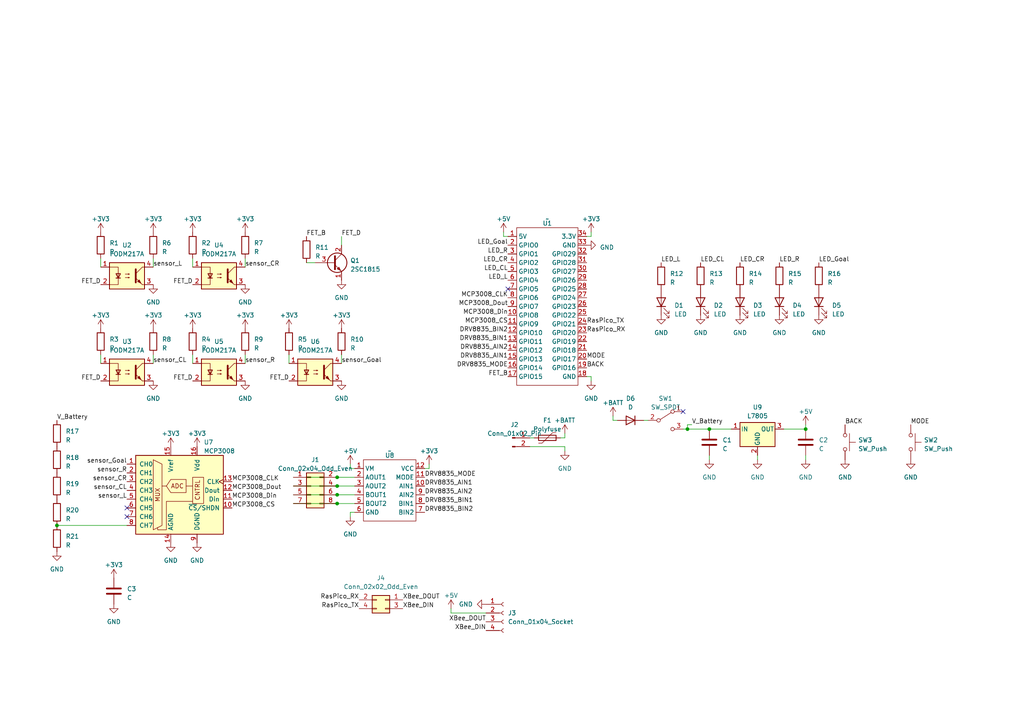
<source format=kicad_sch>
(kicad_sch (version 20230121) (generator eeschema)

  (uuid e911d5a5-765c-4e39-aa6a-9a13739432fd)

  (paper "A4")

  (lib_symbols
    (symbol "AE-Compornents:AE-DRV8835" (in_bom yes) (on_board yes)
      (property "Reference" "U" (at 0 2.54 0)
        (effects (font (size 1.27 1.27)))
      )
      (property "Value" "" (at 0 2.54 0)
        (effects (font (size 1.27 1.27)))
      )
      (property "Footprint" "" (at 0 2.54 0)
        (effects (font (size 1.27 1.27)) hide)
      )
      (property "Datasheet" "" (at 0 2.54 0)
        (effects (font (size 1.27 1.27)) hide)
      )
      (symbol "AE-DRV8835_0_1"
        (rectangle (start -7.62 0) (end 7.62 -17.78)
          (stroke (width 0) (type default))
          (fill (type none))
        )
      )
      (symbol "AE-DRV8835_1_1"
        (pin power_in line (at -10.16 -2.54 0) (length 2.54)
          (name "VM" (effects (font (size 1.27 1.27))))
          (number "1" (effects (font (size 1.27 1.27))))
        )
        (pin input line (at 10.16 -7.62 180) (length 2.54)
          (name "AIN1" (effects (font (size 1.27 1.27))))
          (number "10" (effects (font (size 1.27 1.27))))
        )
        (pin input line (at 10.16 -5.08 180) (length 2.54)
          (name "MODE" (effects (font (size 1.27 1.27))))
          (number "11" (effects (font (size 1.27 1.27))))
        )
        (pin power_in line (at 10.16 -2.54 180) (length 2.54)
          (name "VCC" (effects (font (size 1.27 1.27))))
          (number "12" (effects (font (size 1.27 1.27))))
        )
        (pin output line (at -10.16 -5.08 0) (length 2.54)
          (name "AOUT1" (effects (font (size 1.27 1.27))))
          (number "2" (effects (font (size 1.27 1.27))))
        )
        (pin output line (at -10.16 -7.62 0) (length 2.54)
          (name "AOUT2" (effects (font (size 1.27 1.27))))
          (number "3" (effects (font (size 1.27 1.27))))
        )
        (pin output line (at -10.16 -10.16 0) (length 2.54)
          (name "BOUT1" (effects (font (size 1.27 1.27))))
          (number "4" (effects (font (size 1.27 1.27))))
        )
        (pin output line (at -10.16 -12.7 0) (length 2.54)
          (name "BOUT2" (effects (font (size 1.27 1.27))))
          (number "5" (effects (font (size 1.27 1.27))))
        )
        (pin power_in line (at -10.16 -15.24 0) (length 2.54)
          (name "GND" (effects (font (size 1.27 1.27))))
          (number "6" (effects (font (size 1.27 1.27))))
        )
        (pin input line (at 10.16 -15.24 180) (length 2.54)
          (name "BIN2" (effects (font (size 1.27 1.27))))
          (number "7" (effects (font (size 1.27 1.27))))
        )
        (pin input line (at 10.16 -12.7 180) (length 2.54)
          (name "BIN1" (effects (font (size 1.27 1.27))))
          (number "8" (effects (font (size 1.27 1.27))))
        )
        (pin input line (at 10.16 -10.16 180) (length 2.54)
          (name "AIN2" (effects (font (size 1.27 1.27))))
          (number "9" (effects (font (size 1.27 1.27))))
        )
      )
    )
    (symbol "AE-RP2040:AE-RP2040" (in_bom yes) (on_board yes)
      (property "Reference" "U" (at 0 25.4 0)
        (effects (font (size 1.27 1.27)))
      )
      (property "Value" "" (at 0 25.4 0)
        (effects (font (size 1.27 1.27)))
      )
      (property "Footprint" "" (at 0 25.4 0)
        (effects (font (size 1.27 1.27)) hide)
      )
      (property "Datasheet" "" (at 0 25.4 0)
        (effects (font (size 1.27 1.27)) hide)
      )
      (symbol "AE-RP2040_0_1"
        (rectangle (start -8.89 22.86) (end 8.89 -22.86)
          (stroke (width 0) (type default))
          (fill (type none))
        )
      )
      (symbol "AE-RP2040_1_1"
        (pin power_in line (at -11.43 20.32 0) (length 2.54)
          (name "5V" (effects (font (size 1.27 1.27))))
          (number "1" (effects (font (size 1.27 1.27))))
        )
        (pin bidirectional line (at -11.43 -2.54 0) (length 2.54)
          (name "GPIO8" (effects (font (size 1.27 1.27))))
          (number "10" (effects (font (size 1.27 1.27))))
        )
        (pin bidirectional line (at -11.43 -5.08 0) (length 2.54)
          (name "GPIO9" (effects (font (size 1.27 1.27))))
          (number "11" (effects (font (size 1.27 1.27))))
        )
        (pin bidirectional line (at -11.43 -7.62 0) (length 2.54)
          (name "GPIO10" (effects (font (size 1.27 1.27))))
          (number "12" (effects (font (size 1.27 1.27))))
        )
        (pin bidirectional line (at -11.43 -10.16 0) (length 2.54)
          (name "GPIO11" (effects (font (size 1.27 1.27))))
          (number "13" (effects (font (size 1.27 1.27))))
        )
        (pin bidirectional line (at -11.43 -12.7 0) (length 2.54)
          (name "GPIO12" (effects (font (size 1.27 1.27))))
          (number "14" (effects (font (size 1.27 1.27))))
        )
        (pin bidirectional line (at -11.43 -15.24 0) (length 2.54)
          (name "GPIO13" (effects (font (size 1.27 1.27))))
          (number "15" (effects (font (size 1.27 1.27))))
        )
        (pin bidirectional line (at -11.43 -17.78 0) (length 2.54)
          (name "GPIO14" (effects (font (size 1.27 1.27))))
          (number "16" (effects (font (size 1.27 1.27))))
        )
        (pin bidirectional line (at -11.43 -20.32 0) (length 2.54)
          (name "GPIO15" (effects (font (size 1.27 1.27))))
          (number "17" (effects (font (size 1.27 1.27))))
        )
        (pin power_in line (at 11.43 -20.32 180) (length 2.54)
          (name "GND" (effects (font (size 1.27 1.27))))
          (number "18" (effects (font (size 1.27 1.27))))
        )
        (pin bidirectional line (at 11.43 -17.78 180) (length 2.54)
          (name "GPIO16" (effects (font (size 1.27 1.27))))
          (number "19" (effects (font (size 1.27 1.27))))
        )
        (pin bidirectional line (at -11.43 17.78 0) (length 2.54)
          (name "GPIO0" (effects (font (size 1.27 1.27))))
          (number "2" (effects (font (size 1.27 1.27))))
        )
        (pin bidirectional line (at 11.43 -15.24 180) (length 2.54)
          (name "GPIO17" (effects (font (size 1.27 1.27))))
          (number "20" (effects (font (size 1.27 1.27))))
        )
        (pin bidirectional line (at 11.43 -12.7 180) (length 2.54)
          (name "GPIO18" (effects (font (size 1.27 1.27))))
          (number "21" (effects (font (size 1.27 1.27))))
        )
        (pin bidirectional line (at 11.43 -10.16 180) (length 2.54)
          (name "GPIO19" (effects (font (size 1.27 1.27))))
          (number "22" (effects (font (size 1.27 1.27))))
        )
        (pin bidirectional line (at 11.43 -7.62 180) (length 2.54)
          (name "GPIO20" (effects (font (size 1.27 1.27))))
          (number "23" (effects (font (size 1.27 1.27))))
        )
        (pin bidirectional line (at 11.43 -5.08 180) (length 2.54)
          (name "GPIO21" (effects (font (size 1.27 1.27))))
          (number "24" (effects (font (size 1.27 1.27))))
        )
        (pin bidirectional line (at 11.43 -2.54 180) (length 2.54)
          (name "GPIO22" (effects (font (size 1.27 1.27))))
          (number "25" (effects (font (size 1.27 1.27))))
        )
        (pin bidirectional line (at 11.43 0 180) (length 2.54)
          (name "GPIO23" (effects (font (size 1.27 1.27))))
          (number "26" (effects (font (size 1.27 1.27))))
        )
        (pin bidirectional line (at 11.43 2.54 180) (length 2.54)
          (name "GPIO24" (effects (font (size 1.27 1.27))))
          (number "27" (effects (font (size 1.27 1.27))))
        )
        (pin bidirectional line (at 11.43 5.08 180) (length 2.54)
          (name "GPIO25" (effects (font (size 1.27 1.27))))
          (number "28" (effects (font (size 1.27 1.27))))
        )
        (pin bidirectional line (at 11.43 7.62 180) (length 2.54)
          (name "GPIO26" (effects (font (size 1.27 1.27))))
          (number "29" (effects (font (size 1.27 1.27))))
        )
        (pin bidirectional line (at -11.43 15.24 0) (length 2.54)
          (name "GPIO1" (effects (font (size 1.27 1.27))))
          (number "3" (effects (font (size 1.27 1.27))))
        )
        (pin bidirectional line (at 11.43 10.16 180) (length 2.54)
          (name "GPIO27" (effects (font (size 1.27 1.27))))
          (number "30" (effects (font (size 1.27 1.27))))
        )
        (pin bidirectional line (at 11.43 12.7 180) (length 2.54)
          (name "GPIO28" (effects (font (size 1.27 1.27))))
          (number "31" (effects (font (size 1.27 1.27))))
        )
        (pin bidirectional line (at 11.43 15.24 180) (length 2.54)
          (name "GPIO29" (effects (font (size 1.27 1.27))))
          (number "32" (effects (font (size 1.27 1.27))))
        )
        (pin power_in line (at 11.43 17.78 180) (length 2.54)
          (name "GND" (effects (font (size 1.27 1.27))))
          (number "33" (effects (font (size 1.27 1.27))))
        )
        (pin power_in line (at 11.43 20.32 180) (length 2.54)
          (name "3.3V" (effects (font (size 1.27 1.27))))
          (number "34" (effects (font (size 1.27 1.27))))
        )
        (pin bidirectional line (at -11.43 12.7 0) (length 2.54)
          (name "GPIO2" (effects (font (size 1.27 1.27))))
          (number "4" (effects (font (size 1.27 1.27))))
        )
        (pin bidirectional line (at -11.43 10.16 0) (length 2.54)
          (name "GPIO3" (effects (font (size 1.27 1.27))))
          (number "5" (effects (font (size 1.27 1.27))))
        )
        (pin bidirectional line (at -11.43 7.62 0) (length 2.54)
          (name "GPIO4" (effects (font (size 1.27 1.27))))
          (number "6" (effects (font (size 1.27 1.27))))
        )
        (pin bidirectional line (at -11.43 5.08 0) (length 2.54)
          (name "GPIO5" (effects (font (size 1.27 1.27))))
          (number "7" (effects (font (size 1.27 1.27))))
        )
        (pin bidirectional line (at -11.43 2.54 0) (length 2.54)
          (name "GPIO6" (effects (font (size 1.27 1.27))))
          (number "8" (effects (font (size 1.27 1.27))))
        )
        (pin bidirectional line (at -11.43 0 0) (length 2.54)
          (name "GPIO7" (effects (font (size 1.27 1.27))))
          (number "9" (effects (font (size 1.27 1.27))))
        )
      )
    )
    (symbol "Analog_ADC:MCP3008" (pin_names (offset 1.016)) (in_bom yes) (on_board yes)
      (property "Reference" "U" (at -5.08 13.335 0)
        (effects (font (size 1.27 1.27)) (justify right))
      )
      (property "Value" "MCP3008" (at -5.08 11.43 0)
        (effects (font (size 1.27 1.27)) (justify right))
      )
      (property "Footprint" "" (at 2.54 2.54 0)
        (effects (font (size 1.27 1.27)) hide)
      )
      (property "Datasheet" "http://ww1.microchip.com/downloads/en/DeviceDoc/21295d.pdf" (at 2.54 2.54 0)
        (effects (font (size 1.27 1.27)) hide)
      )
      (property "ki_keywords" "12bit ADC Reference Single Supply SPI 8CH" (at 0 0 0)
        (effects (font (size 1.27 1.27)) hide)
      )
      (property "ki_description" "A/D Converter, 10-Bit, 8-Channel, SPI Interface , 2.7V-5.5V" (at 0 0 0)
        (effects (font (size 1.27 1.27)) hide)
      )
      (property "ki_fp_filters" "DIP*W7.62mm* SOIC*3.9x9.9mm*P1.27mm*" (at 0 0 0)
        (effects (font (size 1.27 1.27)) hide)
      )
      (symbol "MCP3008_0_0"
        (text "ADC" (at -0.635 1.27 0)
          (effects (font (size 1.27 1.27)))
        )
        (text "CNTRL" (at 5.969 -2.921 900)
          (effects (font (size 1.27 1.27)) (justify left bottom))
        )
        (text "MUX" (at -6.35 -1.27 900)
          (effects (font (size 1.27 1.27)))
        )
      )
      (symbol "MCP3008_0_1"
        (polyline
          (pts
            (xy -3.81 1.27)
            (xy -5.08 1.27)
          )
          (stroke (width 0) (type default))
          (fill (type none))
        )
        (polyline
          (pts
            (xy 1.905 1.27)
            (xy 3.81 1.27)
          )
          (stroke (width 0) (type default))
          (fill (type none))
        )
        (polyline
          (pts
            (xy -7.62 8.89)
            (xy -7.62 -11.43)
            (xy -5.08 -10.16)
            (xy -5.08 7.62)
            (xy -7.62 8.89)
          )
          (stroke (width 0) (type default))
          (fill (type none))
        )
        (polyline
          (pts
            (xy 3.81 -3.175)
            (xy -3.81 -3.175)
            (xy -3.81 -11.43)
            (xy -6.35 -11.43)
            (xy -6.35 -10.795)
          )
          (stroke (width 0) (type default))
          (fill (type none))
        )
        (polyline
          (pts
            (xy 1.905 3.175)
            (xy 1.905 -0.635)
            (xy -2.54 -0.635)
            (xy -3.81 1.27)
            (xy -2.54 3.175)
            (xy 1.905 3.175)
          )
          (stroke (width 0) (type default))
          (fill (type none))
        )
        (rectangle (start 3.81 -3.81) (end 6.985 3.81)
          (stroke (width 0) (type default))
          (fill (type none))
        )
        (rectangle (start 12.7 -12.7) (end -12.7 10.16)
          (stroke (width 0.254) (type default))
          (fill (type background))
        )
      )
      (symbol "MCP3008_1_1"
        (pin input line (at -15.24 7.62 0) (length 2.54)
          (name "CH0" (effects (font (size 1.27 1.27))))
          (number "1" (effects (font (size 1.27 1.27))))
        )
        (pin input line (at 15.24 -5.08 180) (length 2.54)
          (name "~{CS}/SHDN" (effects (font (size 1.27 1.27))))
          (number "10" (effects (font (size 1.27 1.27))))
        )
        (pin input line (at 15.24 -2.54 180) (length 2.54)
          (name "Din" (effects (font (size 1.27 1.27))))
          (number "11" (effects (font (size 1.27 1.27))))
        )
        (pin output line (at 15.24 0 180) (length 2.54)
          (name "Dout" (effects (font (size 1.27 1.27))))
          (number "12" (effects (font (size 1.27 1.27))))
        )
        (pin input clock (at 15.24 2.54 180) (length 2.54)
          (name "CLK" (effects (font (size 1.27 1.27))))
          (number "13" (effects (font (size 1.27 1.27))))
        )
        (pin power_in line (at -2.54 -15.24 90) (length 2.54)
          (name "AGND" (effects (font (size 1.27 1.27))))
          (number "14" (effects (font (size 1.27 1.27))))
        )
        (pin power_in line (at -2.54 12.7 270) (length 2.54)
          (name "Vref" (effects (font (size 1.27 1.27))))
          (number "15" (effects (font (size 1.27 1.27))))
        )
        (pin power_in line (at 5.08 12.7 270) (length 2.54)
          (name "Vdd" (effects (font (size 1.27 1.27))))
          (number "16" (effects (font (size 1.27 1.27))))
        )
        (pin input line (at -15.24 5.08 0) (length 2.54)
          (name "CH1" (effects (font (size 1.27 1.27))))
          (number "2" (effects (font (size 1.27 1.27))))
        )
        (pin input line (at -15.24 2.54 0) (length 2.54)
          (name "CH2" (effects (font (size 1.27 1.27))))
          (number "3" (effects (font (size 1.27 1.27))))
        )
        (pin input line (at -15.24 0 0) (length 2.54)
          (name "CH3" (effects (font (size 1.27 1.27))))
          (number "4" (effects (font (size 1.27 1.27))))
        )
        (pin input line (at -15.24 -2.54 0) (length 2.54)
          (name "CH4" (effects (font (size 1.27 1.27))))
          (number "5" (effects (font (size 1.27 1.27))))
        )
        (pin input line (at -15.24 -5.08 0) (length 2.54)
          (name "CH5" (effects (font (size 1.27 1.27))))
          (number "6" (effects (font (size 1.27 1.27))))
        )
        (pin input line (at -15.24 -7.62 0) (length 2.54)
          (name "CH6" (effects (font (size 1.27 1.27))))
          (number "7" (effects (font (size 1.27 1.27))))
        )
        (pin input line (at -15.24 -10.16 0) (length 2.54)
          (name "CH7" (effects (font (size 1.27 1.27))))
          (number "8" (effects (font (size 1.27 1.27))))
        )
        (pin power_in line (at 5.08 -15.24 90) (length 2.54)
          (name "DGND" (effects (font (size 1.27 1.27))))
          (number "9" (effects (font (size 1.27 1.27))))
        )
      )
    )
    (symbol "Connector:Conn_01x02_Pin" (pin_names (offset 1.016) hide) (in_bom yes) (on_board yes)
      (property "Reference" "J" (at 0 2.54 0)
        (effects (font (size 1.27 1.27)))
      )
      (property "Value" "Conn_01x02_Pin" (at 0 -5.08 0)
        (effects (font (size 1.27 1.27)))
      )
      (property "Footprint" "" (at 0 0 0)
        (effects (font (size 1.27 1.27)) hide)
      )
      (property "Datasheet" "~" (at 0 0 0)
        (effects (font (size 1.27 1.27)) hide)
      )
      (property "ki_locked" "" (at 0 0 0)
        (effects (font (size 1.27 1.27)))
      )
      (property "ki_keywords" "connector" (at 0 0 0)
        (effects (font (size 1.27 1.27)) hide)
      )
      (property "ki_description" "Generic connector, single row, 01x02, script generated" (at 0 0 0)
        (effects (font (size 1.27 1.27)) hide)
      )
      (property "ki_fp_filters" "Connector*:*_1x??_*" (at 0 0 0)
        (effects (font (size 1.27 1.27)) hide)
      )
      (symbol "Conn_01x02_Pin_1_1"
        (polyline
          (pts
            (xy 1.27 -2.54)
            (xy 0.8636 -2.54)
          )
          (stroke (width 0.1524) (type default))
          (fill (type none))
        )
        (polyline
          (pts
            (xy 1.27 0)
            (xy 0.8636 0)
          )
          (stroke (width 0.1524) (type default))
          (fill (type none))
        )
        (rectangle (start 0.8636 -2.413) (end 0 -2.667)
          (stroke (width 0.1524) (type default))
          (fill (type outline))
        )
        (rectangle (start 0.8636 0.127) (end 0 -0.127)
          (stroke (width 0.1524) (type default))
          (fill (type outline))
        )
        (pin passive line (at 5.08 0 180) (length 3.81)
          (name "Pin_1" (effects (font (size 1.27 1.27))))
          (number "1" (effects (font (size 1.27 1.27))))
        )
        (pin passive line (at 5.08 -2.54 180) (length 3.81)
          (name "Pin_2" (effects (font (size 1.27 1.27))))
          (number "2" (effects (font (size 1.27 1.27))))
        )
      )
    )
    (symbol "Connector:Conn_01x04_Socket" (pin_names (offset 1.016) hide) (in_bom yes) (on_board yes)
      (property "Reference" "J" (at 0 5.08 0)
        (effects (font (size 1.27 1.27)))
      )
      (property "Value" "Conn_01x04_Socket" (at 0 -7.62 0)
        (effects (font (size 1.27 1.27)))
      )
      (property "Footprint" "" (at 0 0 0)
        (effects (font (size 1.27 1.27)) hide)
      )
      (property "Datasheet" "~" (at 0 0 0)
        (effects (font (size 1.27 1.27)) hide)
      )
      (property "ki_locked" "" (at 0 0 0)
        (effects (font (size 1.27 1.27)))
      )
      (property "ki_keywords" "connector" (at 0 0 0)
        (effects (font (size 1.27 1.27)) hide)
      )
      (property "ki_description" "Generic connector, single row, 01x04, script generated" (at 0 0 0)
        (effects (font (size 1.27 1.27)) hide)
      )
      (property "ki_fp_filters" "Connector*:*_1x??_*" (at 0 0 0)
        (effects (font (size 1.27 1.27)) hide)
      )
      (symbol "Conn_01x04_Socket_1_1"
        (arc (start 0 -4.572) (mid -0.5058 -5.08) (end 0 -5.588)
          (stroke (width 0.1524) (type default))
          (fill (type none))
        )
        (arc (start 0 -2.032) (mid -0.5058 -2.54) (end 0 -3.048)
          (stroke (width 0.1524) (type default))
          (fill (type none))
        )
        (polyline
          (pts
            (xy -1.27 -5.08)
            (xy -0.508 -5.08)
          )
          (stroke (width 0.1524) (type default))
          (fill (type none))
        )
        (polyline
          (pts
            (xy -1.27 -2.54)
            (xy -0.508 -2.54)
          )
          (stroke (width 0.1524) (type default))
          (fill (type none))
        )
        (polyline
          (pts
            (xy -1.27 0)
            (xy -0.508 0)
          )
          (stroke (width 0.1524) (type default))
          (fill (type none))
        )
        (polyline
          (pts
            (xy -1.27 2.54)
            (xy -0.508 2.54)
          )
          (stroke (width 0.1524) (type default))
          (fill (type none))
        )
        (arc (start 0 0.508) (mid -0.5058 0) (end 0 -0.508)
          (stroke (width 0.1524) (type default))
          (fill (type none))
        )
        (arc (start 0 3.048) (mid -0.5058 2.54) (end 0 2.032)
          (stroke (width 0.1524) (type default))
          (fill (type none))
        )
        (pin passive line (at -5.08 2.54 0) (length 3.81)
          (name "Pin_1" (effects (font (size 1.27 1.27))))
          (number "1" (effects (font (size 1.27 1.27))))
        )
        (pin passive line (at -5.08 0 0) (length 3.81)
          (name "Pin_2" (effects (font (size 1.27 1.27))))
          (number "2" (effects (font (size 1.27 1.27))))
        )
        (pin passive line (at -5.08 -2.54 0) (length 3.81)
          (name "Pin_3" (effects (font (size 1.27 1.27))))
          (number "3" (effects (font (size 1.27 1.27))))
        )
        (pin passive line (at -5.08 -5.08 0) (length 3.81)
          (name "Pin_4" (effects (font (size 1.27 1.27))))
          (number "4" (effects (font (size 1.27 1.27))))
        )
      )
    )
    (symbol "Connector_Generic:Conn_02x02_Odd_Even" (pin_names (offset 1.016) hide) (in_bom yes) (on_board yes)
      (property "Reference" "J" (at 1.27 2.54 0)
        (effects (font (size 1.27 1.27)))
      )
      (property "Value" "Conn_02x02_Odd_Even" (at 1.27 -5.08 0)
        (effects (font (size 1.27 1.27)))
      )
      (property "Footprint" "" (at 0 0 0)
        (effects (font (size 1.27 1.27)) hide)
      )
      (property "Datasheet" "~" (at 0 0 0)
        (effects (font (size 1.27 1.27)) hide)
      )
      (property "ki_keywords" "connector" (at 0 0 0)
        (effects (font (size 1.27 1.27)) hide)
      )
      (property "ki_description" "Generic connector, double row, 02x02, odd/even pin numbering scheme (row 1 odd numbers, row 2 even numbers), script generated (kicad-library-utils/schlib/autogen/connector/)" (at 0 0 0)
        (effects (font (size 1.27 1.27)) hide)
      )
      (property "ki_fp_filters" "Connector*:*_2x??_*" (at 0 0 0)
        (effects (font (size 1.27 1.27)) hide)
      )
      (symbol "Conn_02x02_Odd_Even_1_1"
        (rectangle (start -1.27 -2.413) (end 0 -2.667)
          (stroke (width 0.1524) (type default))
          (fill (type none))
        )
        (rectangle (start -1.27 0.127) (end 0 -0.127)
          (stroke (width 0.1524) (type default))
          (fill (type none))
        )
        (rectangle (start -1.27 1.27) (end 3.81 -3.81)
          (stroke (width 0.254) (type default))
          (fill (type background))
        )
        (rectangle (start 3.81 -2.413) (end 2.54 -2.667)
          (stroke (width 0.1524) (type default))
          (fill (type none))
        )
        (rectangle (start 3.81 0.127) (end 2.54 -0.127)
          (stroke (width 0.1524) (type default))
          (fill (type none))
        )
        (pin passive line (at -5.08 0 0) (length 3.81)
          (name "Pin_1" (effects (font (size 1.27 1.27))))
          (number "1" (effects (font (size 1.27 1.27))))
        )
        (pin passive line (at 7.62 0 180) (length 3.81)
          (name "Pin_2" (effects (font (size 1.27 1.27))))
          (number "2" (effects (font (size 1.27 1.27))))
        )
        (pin passive line (at -5.08 -2.54 0) (length 3.81)
          (name "Pin_3" (effects (font (size 1.27 1.27))))
          (number "3" (effects (font (size 1.27 1.27))))
        )
        (pin passive line (at 7.62 -2.54 180) (length 3.81)
          (name "Pin_4" (effects (font (size 1.27 1.27))))
          (number "4" (effects (font (size 1.27 1.27))))
        )
      )
    )
    (symbol "Connector_Generic:Conn_02x04_Odd_Even" (pin_names (offset 1.016) hide) (in_bom yes) (on_board yes)
      (property "Reference" "J" (at 1.27 5.08 0)
        (effects (font (size 1.27 1.27)))
      )
      (property "Value" "Conn_02x04_Odd_Even" (at 1.27 -7.62 0)
        (effects (font (size 1.27 1.27)))
      )
      (property "Footprint" "" (at 0 0 0)
        (effects (font (size 1.27 1.27)) hide)
      )
      (property "Datasheet" "~" (at 0 0 0)
        (effects (font (size 1.27 1.27)) hide)
      )
      (property "ki_keywords" "connector" (at 0 0 0)
        (effects (font (size 1.27 1.27)) hide)
      )
      (property "ki_description" "Generic connector, double row, 02x04, odd/even pin numbering scheme (row 1 odd numbers, row 2 even numbers), script generated (kicad-library-utils/schlib/autogen/connector/)" (at 0 0 0)
        (effects (font (size 1.27 1.27)) hide)
      )
      (property "ki_fp_filters" "Connector*:*_2x??_*" (at 0 0 0)
        (effects (font (size 1.27 1.27)) hide)
      )
      (symbol "Conn_02x04_Odd_Even_1_1"
        (rectangle (start -1.27 -4.953) (end 0 -5.207)
          (stroke (width 0.1524) (type default))
          (fill (type none))
        )
        (rectangle (start -1.27 -2.413) (end 0 -2.667)
          (stroke (width 0.1524) (type default))
          (fill (type none))
        )
        (rectangle (start -1.27 0.127) (end 0 -0.127)
          (stroke (width 0.1524) (type default))
          (fill (type none))
        )
        (rectangle (start -1.27 2.667) (end 0 2.413)
          (stroke (width 0.1524) (type default))
          (fill (type none))
        )
        (rectangle (start -1.27 3.81) (end 3.81 -6.35)
          (stroke (width 0.254) (type default))
          (fill (type background))
        )
        (rectangle (start 3.81 -4.953) (end 2.54 -5.207)
          (stroke (width 0.1524) (type default))
          (fill (type none))
        )
        (rectangle (start 3.81 -2.413) (end 2.54 -2.667)
          (stroke (width 0.1524) (type default))
          (fill (type none))
        )
        (rectangle (start 3.81 0.127) (end 2.54 -0.127)
          (stroke (width 0.1524) (type default))
          (fill (type none))
        )
        (rectangle (start 3.81 2.667) (end 2.54 2.413)
          (stroke (width 0.1524) (type default))
          (fill (type none))
        )
        (pin passive line (at -5.08 2.54 0) (length 3.81)
          (name "Pin_1" (effects (font (size 1.27 1.27))))
          (number "1" (effects (font (size 1.27 1.27))))
        )
        (pin passive line (at 7.62 2.54 180) (length 3.81)
          (name "Pin_2" (effects (font (size 1.27 1.27))))
          (number "2" (effects (font (size 1.27 1.27))))
        )
        (pin passive line (at -5.08 0 0) (length 3.81)
          (name "Pin_3" (effects (font (size 1.27 1.27))))
          (number "3" (effects (font (size 1.27 1.27))))
        )
        (pin passive line (at 7.62 0 180) (length 3.81)
          (name "Pin_4" (effects (font (size 1.27 1.27))))
          (number "4" (effects (font (size 1.27 1.27))))
        )
        (pin passive line (at -5.08 -2.54 0) (length 3.81)
          (name "Pin_5" (effects (font (size 1.27 1.27))))
          (number "5" (effects (font (size 1.27 1.27))))
        )
        (pin passive line (at 7.62 -2.54 180) (length 3.81)
          (name "Pin_6" (effects (font (size 1.27 1.27))))
          (number "6" (effects (font (size 1.27 1.27))))
        )
        (pin passive line (at -5.08 -5.08 0) (length 3.81)
          (name "Pin_7" (effects (font (size 1.27 1.27))))
          (number "7" (effects (font (size 1.27 1.27))))
        )
        (pin passive line (at 7.62 -5.08 180) (length 3.81)
          (name "Pin_8" (effects (font (size 1.27 1.27))))
          (number "8" (effects (font (size 1.27 1.27))))
        )
      )
    )
    (symbol "Device:C" (pin_numbers hide) (pin_names (offset 0.254)) (in_bom yes) (on_board yes)
      (property "Reference" "C" (at 0.635 2.54 0)
        (effects (font (size 1.27 1.27)) (justify left))
      )
      (property "Value" "C" (at 0.635 -2.54 0)
        (effects (font (size 1.27 1.27)) (justify left))
      )
      (property "Footprint" "" (at 0.9652 -3.81 0)
        (effects (font (size 1.27 1.27)) hide)
      )
      (property "Datasheet" "~" (at 0 0 0)
        (effects (font (size 1.27 1.27)) hide)
      )
      (property "ki_keywords" "cap capacitor" (at 0 0 0)
        (effects (font (size 1.27 1.27)) hide)
      )
      (property "ki_description" "Unpolarized capacitor" (at 0 0 0)
        (effects (font (size 1.27 1.27)) hide)
      )
      (property "ki_fp_filters" "C_*" (at 0 0 0)
        (effects (font (size 1.27 1.27)) hide)
      )
      (symbol "C_0_1"
        (polyline
          (pts
            (xy -2.032 -0.762)
            (xy 2.032 -0.762)
          )
          (stroke (width 0.508) (type default))
          (fill (type none))
        )
        (polyline
          (pts
            (xy -2.032 0.762)
            (xy 2.032 0.762)
          )
          (stroke (width 0.508) (type default))
          (fill (type none))
        )
      )
      (symbol "C_1_1"
        (pin passive line (at 0 3.81 270) (length 2.794)
          (name "~" (effects (font (size 1.27 1.27))))
          (number "1" (effects (font (size 1.27 1.27))))
        )
        (pin passive line (at 0 -3.81 90) (length 2.794)
          (name "~" (effects (font (size 1.27 1.27))))
          (number "2" (effects (font (size 1.27 1.27))))
        )
      )
    )
    (symbol "Device:D" (pin_numbers hide) (pin_names (offset 1.016) hide) (in_bom yes) (on_board yes)
      (property "Reference" "D" (at 0 2.54 0)
        (effects (font (size 1.27 1.27)))
      )
      (property "Value" "D" (at 0 -2.54 0)
        (effects (font (size 1.27 1.27)))
      )
      (property "Footprint" "" (at 0 0 0)
        (effects (font (size 1.27 1.27)) hide)
      )
      (property "Datasheet" "~" (at 0 0 0)
        (effects (font (size 1.27 1.27)) hide)
      )
      (property "Sim.Device" "D" (at 0 0 0)
        (effects (font (size 1.27 1.27)) hide)
      )
      (property "Sim.Pins" "1=K 2=A" (at 0 0 0)
        (effects (font (size 1.27 1.27)) hide)
      )
      (property "ki_keywords" "diode" (at 0 0 0)
        (effects (font (size 1.27 1.27)) hide)
      )
      (property "ki_description" "Diode" (at 0 0 0)
        (effects (font (size 1.27 1.27)) hide)
      )
      (property "ki_fp_filters" "TO-???* *_Diode_* *SingleDiode* D_*" (at 0 0 0)
        (effects (font (size 1.27 1.27)) hide)
      )
      (symbol "D_0_1"
        (polyline
          (pts
            (xy -1.27 1.27)
            (xy -1.27 -1.27)
          )
          (stroke (width 0.254) (type default))
          (fill (type none))
        )
        (polyline
          (pts
            (xy 1.27 0)
            (xy -1.27 0)
          )
          (stroke (width 0) (type default))
          (fill (type none))
        )
        (polyline
          (pts
            (xy 1.27 1.27)
            (xy 1.27 -1.27)
            (xy -1.27 0)
            (xy 1.27 1.27)
          )
          (stroke (width 0.254) (type default))
          (fill (type none))
        )
      )
      (symbol "D_1_1"
        (pin passive line (at -3.81 0 0) (length 2.54)
          (name "K" (effects (font (size 1.27 1.27))))
          (number "1" (effects (font (size 1.27 1.27))))
        )
        (pin passive line (at 3.81 0 180) (length 2.54)
          (name "A" (effects (font (size 1.27 1.27))))
          (number "2" (effects (font (size 1.27 1.27))))
        )
      )
    )
    (symbol "Device:LED" (pin_numbers hide) (pin_names (offset 1.016) hide) (in_bom yes) (on_board yes)
      (property "Reference" "D" (at 0 2.54 0)
        (effects (font (size 1.27 1.27)))
      )
      (property "Value" "LED" (at 0 -2.54 0)
        (effects (font (size 1.27 1.27)))
      )
      (property "Footprint" "" (at 0 0 0)
        (effects (font (size 1.27 1.27)) hide)
      )
      (property "Datasheet" "~" (at 0 0 0)
        (effects (font (size 1.27 1.27)) hide)
      )
      (property "ki_keywords" "LED diode" (at 0 0 0)
        (effects (font (size 1.27 1.27)) hide)
      )
      (property "ki_description" "Light emitting diode" (at 0 0 0)
        (effects (font (size 1.27 1.27)) hide)
      )
      (property "ki_fp_filters" "LED* LED_SMD:* LED_THT:*" (at 0 0 0)
        (effects (font (size 1.27 1.27)) hide)
      )
      (symbol "LED_0_1"
        (polyline
          (pts
            (xy -1.27 -1.27)
            (xy -1.27 1.27)
          )
          (stroke (width 0.254) (type default))
          (fill (type none))
        )
        (polyline
          (pts
            (xy -1.27 0)
            (xy 1.27 0)
          )
          (stroke (width 0) (type default))
          (fill (type none))
        )
        (polyline
          (pts
            (xy 1.27 -1.27)
            (xy 1.27 1.27)
            (xy -1.27 0)
            (xy 1.27 -1.27)
          )
          (stroke (width 0.254) (type default))
          (fill (type none))
        )
        (polyline
          (pts
            (xy -3.048 -0.762)
            (xy -4.572 -2.286)
            (xy -3.81 -2.286)
            (xy -4.572 -2.286)
            (xy -4.572 -1.524)
          )
          (stroke (width 0) (type default))
          (fill (type none))
        )
        (polyline
          (pts
            (xy -1.778 -0.762)
            (xy -3.302 -2.286)
            (xy -2.54 -2.286)
            (xy -3.302 -2.286)
            (xy -3.302 -1.524)
          )
          (stroke (width 0) (type default))
          (fill (type none))
        )
      )
      (symbol "LED_1_1"
        (pin passive line (at -3.81 0 0) (length 2.54)
          (name "K" (effects (font (size 1.27 1.27))))
          (number "1" (effects (font (size 1.27 1.27))))
        )
        (pin passive line (at 3.81 0 180) (length 2.54)
          (name "A" (effects (font (size 1.27 1.27))))
          (number "2" (effects (font (size 1.27 1.27))))
        )
      )
    )
    (symbol "Device:Polyfuse" (pin_numbers hide) (pin_names (offset 0)) (in_bom yes) (on_board yes)
      (property "Reference" "F" (at -2.54 0 90)
        (effects (font (size 1.27 1.27)))
      )
      (property "Value" "Polyfuse" (at 2.54 0 90)
        (effects (font (size 1.27 1.27)))
      )
      (property "Footprint" "" (at 1.27 -5.08 0)
        (effects (font (size 1.27 1.27)) (justify left) hide)
      )
      (property "Datasheet" "~" (at 0 0 0)
        (effects (font (size 1.27 1.27)) hide)
      )
      (property "ki_keywords" "resettable fuse PTC PPTC polyfuse polyswitch" (at 0 0 0)
        (effects (font (size 1.27 1.27)) hide)
      )
      (property "ki_description" "Resettable fuse, polymeric positive temperature coefficient" (at 0 0 0)
        (effects (font (size 1.27 1.27)) hide)
      )
      (property "ki_fp_filters" "*polyfuse* *PTC*" (at 0 0 0)
        (effects (font (size 1.27 1.27)) hide)
      )
      (symbol "Polyfuse_0_1"
        (rectangle (start -0.762 2.54) (end 0.762 -2.54)
          (stroke (width 0.254) (type default))
          (fill (type none))
        )
        (polyline
          (pts
            (xy 0 2.54)
            (xy 0 -2.54)
          )
          (stroke (width 0) (type default))
          (fill (type none))
        )
        (polyline
          (pts
            (xy -1.524 2.54)
            (xy -1.524 1.524)
            (xy 1.524 -1.524)
            (xy 1.524 -2.54)
          )
          (stroke (width 0) (type default))
          (fill (type none))
        )
      )
      (symbol "Polyfuse_1_1"
        (pin passive line (at 0 3.81 270) (length 1.27)
          (name "~" (effects (font (size 1.27 1.27))))
          (number "1" (effects (font (size 1.27 1.27))))
        )
        (pin passive line (at 0 -3.81 90) (length 1.27)
          (name "~" (effects (font (size 1.27 1.27))))
          (number "2" (effects (font (size 1.27 1.27))))
        )
      )
    )
    (symbol "Device:R" (pin_numbers hide) (pin_names (offset 0)) (in_bom yes) (on_board yes)
      (property "Reference" "R" (at 2.032 0 90)
        (effects (font (size 1.27 1.27)))
      )
      (property "Value" "R" (at 0 0 90)
        (effects (font (size 1.27 1.27)))
      )
      (property "Footprint" "" (at -1.778 0 90)
        (effects (font (size 1.27 1.27)) hide)
      )
      (property "Datasheet" "~" (at 0 0 0)
        (effects (font (size 1.27 1.27)) hide)
      )
      (property "ki_keywords" "R res resistor" (at 0 0 0)
        (effects (font (size 1.27 1.27)) hide)
      )
      (property "ki_description" "Resistor" (at 0 0 0)
        (effects (font (size 1.27 1.27)) hide)
      )
      (property "ki_fp_filters" "R_*" (at 0 0 0)
        (effects (font (size 1.27 1.27)) hide)
      )
      (symbol "R_0_1"
        (rectangle (start -1.016 -2.54) (end 1.016 2.54)
          (stroke (width 0.254) (type default))
          (fill (type none))
        )
      )
      (symbol "R_1_1"
        (pin passive line (at 0 3.81 270) (length 1.27)
          (name "~" (effects (font (size 1.27 1.27))))
          (number "1" (effects (font (size 1.27 1.27))))
        )
        (pin passive line (at 0 -3.81 90) (length 1.27)
          (name "~" (effects (font (size 1.27 1.27))))
          (number "2" (effects (font (size 1.27 1.27))))
        )
      )
    )
    (symbol "Isolator:FODM217A" (in_bom yes) (on_board yes)
      (property "Reference" "U" (at -5.08 5.08 0)
        (effects (font (size 1.27 1.27)) (justify left))
      )
      (property "Value" "FODM217A" (at 0 5.08 0)
        (effects (font (size 1.27 1.27)) (justify left))
      )
      (property "Footprint" "Package_SO:SOP-4_4.4x2.6mm_P1.27mm" (at 0 -5.08 0)
        (effects (font (size 1.27 1.27) italic) hide)
      )
      (property "Datasheet" "https://www.onsemi.com/pub/Collateral/FODM214-D.PDF" (at 0 0 0)
        (effects (font (size 1.27 1.27)) (justify left) hide)
      )
      (property "ki_keywords" "DC Phototransistor Optocoupler" (at 0 0 0)
        (effects (font (size 1.27 1.27)) hide)
      )
      (property "ki_description" "DC Optocoupler, Vce 80V, CTR 80-160%, SOP-4" (at 0 0 0)
        (effects (font (size 1.27 1.27)) hide)
      )
      (property "ki_fp_filters" "SOP*4.4x2.6mm*P1.27mm*" (at 0 0 0)
        (effects (font (size 1.27 1.27)) hide)
      )
      (symbol "FODM217A_0_1"
        (rectangle (start -5.08 3.81) (end 5.08 -3.81)
          (stroke (width 0.254) (type default))
          (fill (type background))
        )
        (polyline
          (pts
            (xy -3.175 -0.635)
            (xy -1.905 -0.635)
          )
          (stroke (width 0.254) (type default))
          (fill (type none))
        )
        (polyline
          (pts
            (xy 2.54 0.635)
            (xy 4.445 2.54)
          )
          (stroke (width 0) (type default))
          (fill (type none))
        )
        (polyline
          (pts
            (xy 4.445 -2.54)
            (xy 2.54 -0.635)
          )
          (stroke (width 0) (type default))
          (fill (type outline))
        )
        (polyline
          (pts
            (xy 4.445 -2.54)
            (xy 5.08 -2.54)
          )
          (stroke (width 0) (type default))
          (fill (type none))
        )
        (polyline
          (pts
            (xy 4.445 2.54)
            (xy 5.08 2.54)
          )
          (stroke (width 0) (type default))
          (fill (type none))
        )
        (polyline
          (pts
            (xy -5.08 2.54)
            (xy -2.54 2.54)
            (xy -2.54 -0.635)
          )
          (stroke (width 0) (type default))
          (fill (type none))
        )
        (polyline
          (pts
            (xy -2.54 -0.635)
            (xy -2.54 -2.54)
            (xy -5.08 -2.54)
          )
          (stroke (width 0) (type default))
          (fill (type none))
        )
        (polyline
          (pts
            (xy 2.54 1.905)
            (xy 2.54 -1.905)
            (xy 2.54 -1.905)
          )
          (stroke (width 0.508) (type default))
          (fill (type none))
        )
        (polyline
          (pts
            (xy -2.54 -0.635)
            (xy -3.175 0.635)
            (xy -1.905 0.635)
            (xy -2.54 -0.635)
          )
          (stroke (width 0.254) (type default))
          (fill (type none))
        )
        (polyline
          (pts
            (xy -0.508 -0.508)
            (xy 0.762 -0.508)
            (xy 0.381 -0.635)
            (xy 0.381 -0.381)
            (xy 0.762 -0.508)
          )
          (stroke (width 0) (type default))
          (fill (type none))
        )
        (polyline
          (pts
            (xy -0.508 0.508)
            (xy 0.762 0.508)
            (xy 0.381 0.381)
            (xy 0.381 0.635)
            (xy 0.762 0.508)
          )
          (stroke (width 0) (type default))
          (fill (type none))
        )
        (polyline
          (pts
            (xy 3.048 -1.651)
            (xy 3.556 -1.143)
            (xy 4.064 -2.159)
            (xy 3.048 -1.651)
            (xy 3.048 -1.651)
          )
          (stroke (width 0) (type default))
          (fill (type outline))
        )
      )
      (symbol "FODM217A_1_1"
        (pin passive line (at -7.62 2.54 0) (length 2.54)
          (name "~" (effects (font (size 1.27 1.27))))
          (number "1" (effects (font (size 1.27 1.27))))
        )
        (pin passive line (at -7.62 -2.54 0) (length 2.54)
          (name "~" (effects (font (size 1.27 1.27))))
          (number "2" (effects (font (size 1.27 1.27))))
        )
        (pin passive line (at 7.62 -2.54 180) (length 2.54)
          (name "~" (effects (font (size 1.27 1.27))))
          (number "3" (effects (font (size 1.27 1.27))))
        )
        (pin passive line (at 7.62 2.54 180) (length 2.54)
          (name "~" (effects (font (size 1.27 1.27))))
          (number "4" (effects (font (size 1.27 1.27))))
        )
      )
    )
    (symbol "Regulator_Linear:L7805" (pin_names (offset 0.254)) (in_bom yes) (on_board yes)
      (property "Reference" "U" (at -3.81 3.175 0)
        (effects (font (size 1.27 1.27)))
      )
      (property "Value" "L7805" (at 0 3.175 0)
        (effects (font (size 1.27 1.27)) (justify left))
      )
      (property "Footprint" "" (at 0.635 -3.81 0)
        (effects (font (size 1.27 1.27) italic) (justify left) hide)
      )
      (property "Datasheet" "http://www.st.com/content/ccc/resource/technical/document/datasheet/41/4f/b3/b0/12/d4/47/88/CD00000444.pdf/files/CD00000444.pdf/jcr:content/translations/en.CD00000444.pdf" (at 0 -1.27 0)
        (effects (font (size 1.27 1.27)) hide)
      )
      (property "ki_keywords" "Voltage Regulator 1.5A Positive" (at 0 0 0)
        (effects (font (size 1.27 1.27)) hide)
      )
      (property "ki_description" "Positive 1.5A 35V Linear Regulator, Fixed Output 5V, TO-220/TO-263/TO-252" (at 0 0 0)
        (effects (font (size 1.27 1.27)) hide)
      )
      (property "ki_fp_filters" "TO?252* TO?263* TO?220*" (at 0 0 0)
        (effects (font (size 1.27 1.27)) hide)
      )
      (symbol "L7805_0_1"
        (rectangle (start -5.08 1.905) (end 5.08 -5.08)
          (stroke (width 0.254) (type default))
          (fill (type background))
        )
      )
      (symbol "L7805_1_1"
        (pin power_in line (at -7.62 0 0) (length 2.54)
          (name "IN" (effects (font (size 1.27 1.27))))
          (number "1" (effects (font (size 1.27 1.27))))
        )
        (pin power_in line (at 0 -7.62 90) (length 2.54)
          (name "GND" (effects (font (size 1.27 1.27))))
          (number "2" (effects (font (size 1.27 1.27))))
        )
        (pin power_out line (at 7.62 0 180) (length 2.54)
          (name "OUT" (effects (font (size 1.27 1.27))))
          (number "3" (effects (font (size 1.27 1.27))))
        )
      )
    )
    (symbol "Switch:SW_Push" (pin_numbers hide) (pin_names (offset 1.016) hide) (in_bom yes) (on_board yes)
      (property "Reference" "SW" (at 1.27 2.54 0)
        (effects (font (size 1.27 1.27)) (justify left))
      )
      (property "Value" "SW_Push" (at 0 -1.524 0)
        (effects (font (size 1.27 1.27)))
      )
      (property "Footprint" "" (at 0 5.08 0)
        (effects (font (size 1.27 1.27)) hide)
      )
      (property "Datasheet" "~" (at 0 5.08 0)
        (effects (font (size 1.27 1.27)) hide)
      )
      (property "ki_keywords" "switch normally-open pushbutton push-button" (at 0 0 0)
        (effects (font (size 1.27 1.27)) hide)
      )
      (property "ki_description" "Push button switch, generic, two pins" (at 0 0 0)
        (effects (font (size 1.27 1.27)) hide)
      )
      (symbol "SW_Push_0_1"
        (circle (center -2.032 0) (radius 0.508)
          (stroke (width 0) (type default))
          (fill (type none))
        )
        (polyline
          (pts
            (xy 0 1.27)
            (xy 0 3.048)
          )
          (stroke (width 0) (type default))
          (fill (type none))
        )
        (polyline
          (pts
            (xy 2.54 1.27)
            (xy -2.54 1.27)
          )
          (stroke (width 0) (type default))
          (fill (type none))
        )
        (circle (center 2.032 0) (radius 0.508)
          (stroke (width 0) (type default))
          (fill (type none))
        )
        (pin passive line (at -5.08 0 0) (length 2.54)
          (name "1" (effects (font (size 1.27 1.27))))
          (number "1" (effects (font (size 1.27 1.27))))
        )
        (pin passive line (at 5.08 0 180) (length 2.54)
          (name "2" (effects (font (size 1.27 1.27))))
          (number "2" (effects (font (size 1.27 1.27))))
        )
      )
    )
    (symbol "Switch:SW_SPDT" (pin_names (offset 0) hide) (in_bom yes) (on_board yes)
      (property "Reference" "SW" (at 0 4.318 0)
        (effects (font (size 1.27 1.27)))
      )
      (property "Value" "SW_SPDT" (at 0 -5.08 0)
        (effects (font (size 1.27 1.27)))
      )
      (property "Footprint" "" (at 0 0 0)
        (effects (font (size 1.27 1.27)) hide)
      )
      (property "Datasheet" "~" (at 0 0 0)
        (effects (font (size 1.27 1.27)) hide)
      )
      (property "ki_keywords" "switch single-pole double-throw spdt ON-ON" (at 0 0 0)
        (effects (font (size 1.27 1.27)) hide)
      )
      (property "ki_description" "Switch, single pole double throw" (at 0 0 0)
        (effects (font (size 1.27 1.27)) hide)
      )
      (symbol "SW_SPDT_0_0"
        (circle (center -2.032 0) (radius 0.508)
          (stroke (width 0) (type default))
          (fill (type none))
        )
        (circle (center 2.032 -2.54) (radius 0.508)
          (stroke (width 0) (type default))
          (fill (type none))
        )
      )
      (symbol "SW_SPDT_0_1"
        (polyline
          (pts
            (xy -1.524 0.254)
            (xy 1.651 2.286)
          )
          (stroke (width 0) (type default))
          (fill (type none))
        )
        (circle (center 2.032 2.54) (radius 0.508)
          (stroke (width 0) (type default))
          (fill (type none))
        )
      )
      (symbol "SW_SPDT_1_1"
        (pin passive line (at 5.08 2.54 180) (length 2.54)
          (name "A" (effects (font (size 1.27 1.27))))
          (number "1" (effects (font (size 1.27 1.27))))
        )
        (pin passive line (at -5.08 0 0) (length 2.54)
          (name "B" (effects (font (size 1.27 1.27))))
          (number "2" (effects (font (size 1.27 1.27))))
        )
        (pin passive line (at 5.08 -2.54 180) (length 2.54)
          (name "C" (effects (font (size 1.27 1.27))))
          (number "3" (effects (font (size 1.27 1.27))))
        )
      )
    )
    (symbol "Transistor_BJT:2SC1815" (pin_names (offset 0) hide) (in_bom yes) (on_board yes)
      (property "Reference" "Q" (at 5.08 1.905 0)
        (effects (font (size 1.27 1.27)) (justify left))
      )
      (property "Value" "2SC1815" (at 5.08 0 0)
        (effects (font (size 1.27 1.27)) (justify left))
      )
      (property "Footprint" "Package_TO_SOT_THT:TO-92_Inline" (at 5.08 -1.905 0)
        (effects (font (size 1.27 1.27) italic) (justify left) hide)
      )
      (property "Datasheet" "https://media.digikey.com/pdf/Data%20Sheets/Toshiba%20PDFs/2SC1815.pdf" (at 0 0 0)
        (effects (font (size 1.27 1.27)) (justify left) hide)
      )
      (property "ki_keywords" "Low Noise Audio NPN Transistor" (at 0 0 0)
        (effects (font (size 1.27 1.27)) hide)
      )
      (property "ki_description" "0.15A Ic, 50V Vce, Low Noise Audio NPN Transistor, TO-92" (at 0 0 0)
        (effects (font (size 1.27 1.27)) hide)
      )
      (property "ki_fp_filters" "TO?92*" (at 0 0 0)
        (effects (font (size 1.27 1.27)) hide)
      )
      (symbol "2SC1815_0_1"
        (polyline
          (pts
            (xy 0 0)
            (xy 0.508 0)
          )
          (stroke (width 0) (type default))
          (fill (type none))
        )
        (polyline
          (pts
            (xy 0.635 0.635)
            (xy 2.54 2.54)
          )
          (stroke (width 0) (type default))
          (fill (type none))
        )
        (polyline
          (pts
            (xy 0.635 -0.635)
            (xy 2.54 -2.54)
            (xy 2.54 -2.54)
          )
          (stroke (width 0) (type default))
          (fill (type none))
        )
        (polyline
          (pts
            (xy 0.635 1.905)
            (xy 0.635 -1.905)
            (xy 0.635 -1.905)
          )
          (stroke (width 0.508) (type default))
          (fill (type none))
        )
        (polyline
          (pts
            (xy 1.27 -1.778)
            (xy 1.778 -1.27)
            (xy 2.286 -2.286)
            (xy 1.27 -1.778)
            (xy 1.27 -1.778)
          )
          (stroke (width 0) (type default))
          (fill (type outline))
        )
        (circle (center 1.27 0) (radius 2.8194)
          (stroke (width 0.254) (type default))
          (fill (type none))
        )
      )
      (symbol "2SC1815_1_1"
        (pin passive line (at 2.54 -5.08 90) (length 2.54)
          (name "E" (effects (font (size 1.27 1.27))))
          (number "1" (effects (font (size 1.27 1.27))))
        )
        (pin passive line (at 2.54 5.08 270) (length 2.54)
          (name "C" (effects (font (size 1.27 1.27))))
          (number "2" (effects (font (size 1.27 1.27))))
        )
        (pin input line (at -5.08 0 0) (length 5.08)
          (name "B" (effects (font (size 1.27 1.27))))
          (number "3" (effects (font (size 1.27 1.27))))
        )
      )
    )
    (symbol "power:+3V3" (power) (pin_names (offset 0)) (in_bom yes) (on_board yes)
      (property "Reference" "#PWR" (at 0 -3.81 0)
        (effects (font (size 1.27 1.27)) hide)
      )
      (property "Value" "+3V3" (at 0 3.556 0)
        (effects (font (size 1.27 1.27)))
      )
      (property "Footprint" "" (at 0 0 0)
        (effects (font (size 1.27 1.27)) hide)
      )
      (property "Datasheet" "" (at 0 0 0)
        (effects (font (size 1.27 1.27)) hide)
      )
      (property "ki_keywords" "global power" (at 0 0 0)
        (effects (font (size 1.27 1.27)) hide)
      )
      (property "ki_description" "Power symbol creates a global label with name \"+3V3\"" (at 0 0 0)
        (effects (font (size 1.27 1.27)) hide)
      )
      (symbol "+3V3_0_1"
        (polyline
          (pts
            (xy -0.762 1.27)
            (xy 0 2.54)
          )
          (stroke (width 0) (type default))
          (fill (type none))
        )
        (polyline
          (pts
            (xy 0 0)
            (xy 0 2.54)
          )
          (stroke (width 0) (type default))
          (fill (type none))
        )
        (polyline
          (pts
            (xy 0 2.54)
            (xy 0.762 1.27)
          )
          (stroke (width 0) (type default))
          (fill (type none))
        )
      )
      (symbol "+3V3_1_1"
        (pin power_in line (at 0 0 90) (length 0) hide
          (name "+3V3" (effects (font (size 1.27 1.27))))
          (number "1" (effects (font (size 1.27 1.27))))
        )
      )
    )
    (symbol "power:+5V" (power) (pin_names (offset 0)) (in_bom yes) (on_board yes)
      (property "Reference" "#PWR" (at 0 -3.81 0)
        (effects (font (size 1.27 1.27)) hide)
      )
      (property "Value" "+5V" (at 0 3.556 0)
        (effects (font (size 1.27 1.27)))
      )
      (property "Footprint" "" (at 0 0 0)
        (effects (font (size 1.27 1.27)) hide)
      )
      (property "Datasheet" "" (at 0 0 0)
        (effects (font (size 1.27 1.27)) hide)
      )
      (property "ki_keywords" "global power" (at 0 0 0)
        (effects (font (size 1.27 1.27)) hide)
      )
      (property "ki_description" "Power symbol creates a global label with name \"+5V\"" (at 0 0 0)
        (effects (font (size 1.27 1.27)) hide)
      )
      (symbol "+5V_0_1"
        (polyline
          (pts
            (xy -0.762 1.27)
            (xy 0 2.54)
          )
          (stroke (width 0) (type default))
          (fill (type none))
        )
        (polyline
          (pts
            (xy 0 0)
            (xy 0 2.54)
          )
          (stroke (width 0) (type default))
          (fill (type none))
        )
        (polyline
          (pts
            (xy 0 2.54)
            (xy 0.762 1.27)
          )
          (stroke (width 0) (type default))
          (fill (type none))
        )
      )
      (symbol "+5V_1_1"
        (pin power_in line (at 0 0 90) (length 0) hide
          (name "+5V" (effects (font (size 1.27 1.27))))
          (number "1" (effects (font (size 1.27 1.27))))
        )
      )
    )
    (symbol "power:+BATT" (power) (pin_names (offset 0)) (in_bom yes) (on_board yes)
      (property "Reference" "#PWR" (at 0 -3.81 0)
        (effects (font (size 1.27 1.27)) hide)
      )
      (property "Value" "+BATT" (at 0 3.556 0)
        (effects (font (size 1.27 1.27)))
      )
      (property "Footprint" "" (at 0 0 0)
        (effects (font (size 1.27 1.27)) hide)
      )
      (property "Datasheet" "" (at 0 0 0)
        (effects (font (size 1.27 1.27)) hide)
      )
      (property "ki_keywords" "global power battery" (at 0 0 0)
        (effects (font (size 1.27 1.27)) hide)
      )
      (property "ki_description" "Power symbol creates a global label with name \"+BATT\"" (at 0 0 0)
        (effects (font (size 1.27 1.27)) hide)
      )
      (symbol "+BATT_0_1"
        (polyline
          (pts
            (xy -0.762 1.27)
            (xy 0 2.54)
          )
          (stroke (width 0) (type default))
          (fill (type none))
        )
        (polyline
          (pts
            (xy 0 0)
            (xy 0 2.54)
          )
          (stroke (width 0) (type default))
          (fill (type none))
        )
        (polyline
          (pts
            (xy 0 2.54)
            (xy 0.762 1.27)
          )
          (stroke (width 0) (type default))
          (fill (type none))
        )
      )
      (symbol "+BATT_1_1"
        (pin power_in line (at 0 0 90) (length 0) hide
          (name "+BATT" (effects (font (size 1.27 1.27))))
          (number "1" (effects (font (size 1.27 1.27))))
        )
      )
    )
    (symbol "power:GND" (power) (pin_names (offset 0)) (in_bom yes) (on_board yes)
      (property "Reference" "#PWR" (at 0 -6.35 0)
        (effects (font (size 1.27 1.27)) hide)
      )
      (property "Value" "GND" (at 0 -3.81 0)
        (effects (font (size 1.27 1.27)))
      )
      (property "Footprint" "" (at 0 0 0)
        (effects (font (size 1.27 1.27)) hide)
      )
      (property "Datasheet" "" (at 0 0 0)
        (effects (font (size 1.27 1.27)) hide)
      )
      (property "ki_keywords" "global power" (at 0 0 0)
        (effects (font (size 1.27 1.27)) hide)
      )
      (property "ki_description" "Power symbol creates a global label with name \"GND\" , ground" (at 0 0 0)
        (effects (font (size 1.27 1.27)) hide)
      )
      (symbol "GND_0_1"
        (polyline
          (pts
            (xy 0 0)
            (xy 0 -1.27)
            (xy 1.27 -1.27)
            (xy 0 -2.54)
            (xy -1.27 -1.27)
            (xy 0 -1.27)
          )
          (stroke (width 0) (type default))
          (fill (type none))
        )
      )
      (symbol "GND_1_1"
        (pin power_in line (at 0 0 270) (length 0) hide
          (name "GND" (effects (font (size 1.27 1.27))))
          (number "1" (effects (font (size 1.27 1.27))))
        )
      )
    )
  )

  (junction (at 97.79 138.43) (diameter 0) (color 0 0 0 0)
    (uuid 0dacaa35-55dc-400f-ae13-02a8097d1ef4)
  )
  (junction (at 233.68 124.46) (diameter 0) (color 0 0 0 0)
    (uuid 31f1db7e-874c-45b7-907c-6972b797aa9f)
  )
  (junction (at 199.39 124.46) (diameter 0) (color 0 0 0 0)
    (uuid 32d1bb2b-8f4b-4b51-91ab-75fb28c2f258)
  )
  (junction (at 205.74 124.46) (diameter 0) (color 0 0 0 0)
    (uuid 44d564a7-94a2-4f3d-8b58-e232aa3251ac)
  )
  (junction (at 16.51 152.4) (diameter 0) (color 0 0 0 0)
    (uuid 896388eb-0e19-42cd-a306-3ef2cf47b5f0)
  )
  (junction (at 97.79 143.51) (diameter 0) (color 0 0 0 0)
    (uuid bbaca500-2f79-4240-9c86-5aa0b2218fba)
  )
  (junction (at 97.79 146.05) (diameter 0) (color 0 0 0 0)
    (uuid d60abaa4-2b62-47f4-a759-7d0449205ec0)
  )
  (junction (at 97.79 140.97) (diameter 0) (color 0 0 0 0)
    (uuid e12d900b-db92-4817-803d-b2ff023c285b)
  )

  (no_connect (at 198.12 119.38) (uuid 047e2665-738a-4246-817b-b334798044fb))
  (no_connect (at 36.83 149.86) (uuid 17baf82b-b042-4eb9-bc48-a699d7061ed2))
  (no_connect (at 147.32 83.82) (uuid eb5c840b-2425-47cb-9210-297a505a111e))
  (no_connect (at 36.83 147.32) (uuid fbd33b55-fe46-4303-bb42-534a249e4928))

  (wire (pts (xy 233.68 123.19) (xy 233.68 124.46))
    (stroke (width 0) (type default))
    (uuid 07801af9-4c00-4f36-ae10-9c5145e138d8)
  )
  (wire (pts (xy 44.45 102.87) (xy 44.45 105.41))
    (stroke (width 0) (type default))
    (uuid 083bb6a1-7aef-405a-a270-e25e1f286da8)
  )
  (wire (pts (xy 171.45 109.22) (xy 170.18 109.22))
    (stroke (width 0) (type default))
    (uuid 0ba6826b-ab32-45f0-ab3a-df53994494f1)
  )
  (wire (pts (xy 85.09 143.51) (xy 97.79 143.51))
    (stroke (width 0) (type default))
    (uuid 0d346431-ac12-4e92-b555-ce20b26eeb4d)
  )
  (wire (pts (xy 163.83 127) (xy 163.83 125.73))
    (stroke (width 0) (type default))
    (uuid 156e4949-8a3b-4767-a359-578bdcf63fef)
  )
  (wire (pts (xy 177.8 120.65) (xy 177.8 121.92))
    (stroke (width 0) (type default))
    (uuid 15962870-c7f7-43d3-a162-a7d9db7e15c8)
  )
  (wire (pts (xy 153.67 127) (xy 154.94 127))
    (stroke (width 0) (type default))
    (uuid 25660e73-b9ce-45b1-8317-537a1e011d85)
  )
  (wire (pts (xy 97.79 140.97) (xy 102.87 140.97))
    (stroke (width 0) (type default))
    (uuid 27662967-ee68-4e96-9538-b388905ed673)
  )
  (wire (pts (xy 55.88 74.93) (xy 55.88 77.47))
    (stroke (width 0) (type default))
    (uuid 27a54655-0e00-43fd-ab46-112c368e3132)
  )
  (wire (pts (xy 97.79 138.43) (xy 102.87 138.43))
    (stroke (width 0) (type default))
    (uuid 2c9d456e-f7b3-468a-a348-9732a4362df6)
  )
  (wire (pts (xy 71.12 102.87) (xy 71.12 105.41))
    (stroke (width 0) (type default))
    (uuid 35663920-97f5-4d92-9a47-4c4892a9b3c5)
  )
  (wire (pts (xy 205.74 133.35) (xy 205.74 132.08))
    (stroke (width 0) (type default))
    (uuid 379e3298-a473-4fb4-90ba-4a18e76086c6)
  )
  (wire (pts (xy 200.66 123.19) (xy 199.39 123.19))
    (stroke (width 0) (type default))
    (uuid 3c67f7c9-53e8-4f48-ad31-30837e28251c)
  )
  (wire (pts (xy 147.32 68.58) (xy 146.05 68.58))
    (stroke (width 0) (type default))
    (uuid 3f25b401-29d6-4347-b98f-efc2b438df79)
  )
  (wire (pts (xy 102.87 135.89) (xy 101.6 135.89))
    (stroke (width 0) (type default))
    (uuid 4abe5947-14d3-4f96-a722-fe3335959ba1)
  )
  (wire (pts (xy 85.09 138.43) (xy 97.79 138.43))
    (stroke (width 0) (type default))
    (uuid 52d3c17f-5586-454b-b164-8fdb7b162454)
  )
  (wire (pts (xy 85.09 140.97) (xy 97.79 140.97))
    (stroke (width 0) (type default))
    (uuid 5456438e-2b96-4787-be2e-49e08d743c46)
  )
  (wire (pts (xy 29.21 102.87) (xy 29.21 105.41))
    (stroke (width 0) (type default))
    (uuid 6632cb24-0ccd-446a-bb87-bb0d0b2629a2)
  )
  (wire (pts (xy 83.82 102.87) (xy 83.82 105.41))
    (stroke (width 0) (type default))
    (uuid 6b5ce3a6-8dbc-4605-8e89-023ecfa34988)
  )
  (wire (pts (xy 227.33 124.46) (xy 233.68 124.46))
    (stroke (width 0) (type default))
    (uuid 6f29f407-d521-4b12-a87f-403e2f63d8b6)
  )
  (wire (pts (xy 101.6 135.89) (xy 101.6 134.62))
    (stroke (width 0) (type default))
    (uuid 6f98522b-0ed7-4585-b3ed-dfa84936aec4)
  )
  (wire (pts (xy 124.46 135.89) (xy 123.19 135.89))
    (stroke (width 0) (type default))
    (uuid 72a59e9c-9dec-446a-a06d-e4b8ca7cbd63)
  )
  (wire (pts (xy 177.8 121.92) (xy 179.07 121.92))
    (stroke (width 0) (type default))
    (uuid 79c845bc-28eb-4156-a14b-42920b7aa8ec)
  )
  (wire (pts (xy 171.45 110.49) (xy 171.45 109.22))
    (stroke (width 0) (type default))
    (uuid 83405853-9ee6-4229-afac-3f96041de043)
  )
  (wire (pts (xy 99.06 102.87) (xy 99.06 105.41))
    (stroke (width 0) (type default))
    (uuid 841facc6-0921-46fb-98c1-16986cd93946)
  )
  (wire (pts (xy 163.83 129.54) (xy 163.83 130.81))
    (stroke (width 0) (type default))
    (uuid 873df393-8283-4296-8477-767af1061dac)
  )
  (wire (pts (xy 146.05 68.58) (xy 146.05 67.31))
    (stroke (width 0) (type default))
    (uuid 87ddba41-2e51-4281-becc-4b3fb0451afe)
  )
  (wire (pts (xy 162.56 127) (xy 163.83 127))
    (stroke (width 0) (type default))
    (uuid 89d0e99d-1a07-42f9-8e05-f95cf3e9b2d5)
  )
  (wire (pts (xy 233.68 133.35) (xy 233.68 132.08))
    (stroke (width 0) (type default))
    (uuid 90c43b13-9c0a-412c-8f83-cedbd9da4dcc)
  )
  (wire (pts (xy 101.6 148.59) (xy 102.87 148.59))
    (stroke (width 0) (type default))
    (uuid 91fad0b3-64d8-4047-8355-e0fdb589dc0a)
  )
  (wire (pts (xy 71.12 74.93) (xy 71.12 77.47))
    (stroke (width 0) (type default))
    (uuid 9431ac54-60f7-4c4a-be58-4362a90c2f77)
  )
  (wire (pts (xy 16.51 152.4) (xy 36.83 152.4))
    (stroke (width 0) (type default))
    (uuid 978ecda3-07e8-4b57-8f79-4d5550eed357)
  )
  (wire (pts (xy 88.9 76.2) (xy 91.44 76.2))
    (stroke (width 0) (type default))
    (uuid ab829fb1-9e5b-4b8e-b57d-3a4898cfca94)
  )
  (wire (pts (xy 171.45 68.58) (xy 171.45 67.31))
    (stroke (width 0) (type default))
    (uuid abec3bc3-12cc-4f09-81ba-61fa28df6311)
  )
  (wire (pts (xy 130.81 177.8) (xy 140.97 177.8))
    (stroke (width 0) (type default))
    (uuid acabed39-6167-4fd3-aaf6-530bc818688d)
  )
  (wire (pts (xy 97.79 143.51) (xy 102.87 143.51))
    (stroke (width 0) (type default))
    (uuid b37cf0bc-ced4-494e-b2ac-1df2f40c8a5e)
  )
  (wire (pts (xy 101.6 149.86) (xy 101.6 148.59))
    (stroke (width 0) (type default))
    (uuid b6e66e61-2bf8-4fac-803f-8dde52f3cfb7)
  )
  (wire (pts (xy 153.67 129.54) (xy 163.83 129.54))
    (stroke (width 0) (type default))
    (uuid b7440e78-e170-439b-9175-3c86cd3b1ff2)
  )
  (wire (pts (xy 85.09 146.05) (xy 97.79 146.05))
    (stroke (width 0) (type default))
    (uuid b768f2db-53ff-4b3b-8f86-05b07aa99145)
  )
  (wire (pts (xy 171.45 68.58) (xy 170.18 68.58))
    (stroke (width 0) (type default))
    (uuid c826bdb3-57bb-41c5-8e00-b7f7df905b50)
  )
  (wire (pts (xy 219.71 132.08) (xy 219.71 133.35))
    (stroke (width 0) (type default))
    (uuid d0f1f951-dc78-4d7c-b3b4-b6fb77bb90b3)
  )
  (wire (pts (xy 199.39 124.46) (xy 205.74 124.46))
    (stroke (width 0) (type default))
    (uuid d150b5f1-166c-4cff-8217-3b5b623085cd)
  )
  (wire (pts (xy 130.81 177.8) (xy 130.81 176.53))
    (stroke (width 0) (type default))
    (uuid d7defd91-6dae-4b2f-8a71-d19a2bd45e4d)
  )
  (wire (pts (xy 97.79 146.05) (xy 102.87 146.05))
    (stroke (width 0) (type default))
    (uuid d82f7cdf-63da-46af-a02d-d0f2ad723155)
  )
  (wire (pts (xy 124.46 134.62) (xy 124.46 135.89))
    (stroke (width 0) (type default))
    (uuid dafe9ea3-5c95-4a3b-bfe0-07c07ae40d70)
  )
  (wire (pts (xy 55.88 102.87) (xy 55.88 105.41))
    (stroke (width 0) (type default))
    (uuid e1ff8485-5b88-49bb-b9b4-bde347ab494d)
  )
  (wire (pts (xy 205.74 124.46) (xy 212.09 124.46))
    (stroke (width 0) (type default))
    (uuid e30147a0-0718-4bf7-93c4-3077fc5c6bb8)
  )
  (wire (pts (xy 29.21 74.93) (xy 29.21 77.47))
    (stroke (width 0) (type default))
    (uuid e5dda82e-6cbd-4550-92e6-69ef203c04f6)
  )
  (wire (pts (xy 44.45 74.93) (xy 44.45 77.47))
    (stroke (width 0) (type default))
    (uuid ee6b6869-40e0-4b2a-808a-db482ace513f)
  )
  (wire (pts (xy 199.39 123.19) (xy 199.39 124.46))
    (stroke (width 0) (type default))
    (uuid f3935876-2a1f-4161-9d38-8d90704a6af5)
  )
  (wire (pts (xy 198.12 124.46) (xy 199.39 124.46))
    (stroke (width 0) (type default))
    (uuid f62ee0af-3c92-4fca-9570-a4db6fdec83c)
  )
  (wire (pts (xy 99.06 68.58) (xy 99.06 71.12))
    (stroke (width 0) (type default))
    (uuid f8e86d38-9b4a-43c3-b3bf-2f55349684da)
  )
  (wire (pts (xy 186.69 121.92) (xy 187.96 121.92))
    (stroke (width 0) (type default))
    (uuid ffe79602-ae10-4768-a189-757e1424e651)
  )

  (label "V_Battery" (at 200.66 123.19 0) (fields_autoplaced)
    (effects (font (size 1.27 1.27)) (justify left bottom))
    (uuid 0208cfba-3aef-4db5-98cb-f2ff223b278a)
  )
  (label "sensor_CR" (at 71.12 77.47 0) (fields_autoplaced)
    (effects (font (size 1.27 1.27)) (justify left bottom))
    (uuid 0247f8e9-a563-4c89-bcff-fc0fca0313ee)
  )
  (label "LED_Goal" (at 147.32 71.12 180) (fields_autoplaced)
    (effects (font (size 1.27 1.27)) (justify right bottom))
    (uuid 038ab2a3-b7a5-4037-be60-46f5f7709ecd)
  )
  (label "MCP3008_Dout" (at 67.31 142.24 0) (fields_autoplaced)
    (effects (font (size 1.27 1.27)) (justify left bottom))
    (uuid 0b3c6a8e-dc06-49d3-abbc-91867c3692e1)
  )
  (label "LED_L" (at 191.77 76.2 0) (fields_autoplaced)
    (effects (font (size 1.27 1.27)) (justify left bottom))
    (uuid 114da52f-bcf2-4986-bcd2-5ee9ceeea5fd)
  )
  (label "DRV8835_AIN1" (at 147.32 104.14 180) (fields_autoplaced)
    (effects (font (size 1.27 1.27)) (justify right bottom))
    (uuid 116e5a84-3ce3-46ff-aa18-86c7bbf150f4)
  )
  (label "LED_CR" (at 214.63 76.2 0) (fields_autoplaced)
    (effects (font (size 1.27 1.27)) (justify left bottom))
    (uuid 1e5170a5-1f63-4acb-8adf-68932e4dbd8e)
  )
  (label "XBee_DIN" (at 140.97 182.88 180) (fields_autoplaced)
    (effects (font (size 1.27 1.27)) (justify right bottom))
    (uuid 1f3c6e18-f316-4c51-a3cf-768807224a6c)
  )
  (label "MCP3008_Din" (at 67.31 144.78 0) (fields_autoplaced)
    (effects (font (size 1.27 1.27)) (justify left bottom))
    (uuid 21b08bed-b84d-464c-a6a8-2b3b652cdeea)
  )
  (label "MCP3008_CS" (at 147.32 93.98 180) (fields_autoplaced)
    (effects (font (size 1.27 1.27)) (justify right bottom))
    (uuid 26124267-c63b-4e44-9523-80375ce608ad)
  )
  (label "MODE" (at 170.18 104.14 0) (fields_autoplaced)
    (effects (font (size 1.27 1.27)) (justify left bottom))
    (uuid 280c9c5f-acc7-4e37-9dc2-0e173df49698)
  )
  (label "DRV8835_BIN1" (at 123.19 146.05 0) (fields_autoplaced)
    (effects (font (size 1.27 1.27)) (justify left bottom))
    (uuid 2e09cc4e-20d8-4fb2-905f-8974768dd10f)
  )
  (label "RasPico_TX" (at 170.18 93.98 0) (fields_autoplaced)
    (effects (font (size 1.27 1.27)) (justify left bottom))
    (uuid 36161b0e-52ea-4049-8bba-1a655e7326d1)
  )
  (label "DRV8835_BIN2" (at 123.19 148.59 0) (fields_autoplaced)
    (effects (font (size 1.27 1.27)) (justify left bottom))
    (uuid 3b5726e3-9e7d-4536-ae28-f008e105d4de)
  )
  (label "DRV8835_BIN1" (at 147.32 99.06 180) (fields_autoplaced)
    (effects (font (size 1.27 1.27)) (justify right bottom))
    (uuid 4a1705e6-8399-4258-9029-da552b30a025)
  )
  (label "FET_D" (at 99.06 68.58 0) (fields_autoplaced)
    (effects (font (size 1.27 1.27)) (justify left bottom))
    (uuid 558b2ad2-1ba2-410e-a414-3abd7e237a6c)
  )
  (label "FET_D" (at 83.82 110.49 180) (fields_autoplaced)
    (effects (font (size 1.27 1.27)) (justify right bottom))
    (uuid 58de7c09-ad59-4467-9241-20a79f14515d)
  )
  (label "FET_D" (at 29.21 82.55 180) (fields_autoplaced)
    (effects (font (size 1.27 1.27)) (justify right bottom))
    (uuid 5b1d8103-c041-4bc7-ba8a-6e008c368f90)
  )
  (label "MCP3008_CLK" (at 67.31 139.7 0) (fields_autoplaced)
    (effects (font (size 1.27 1.27)) (justify left bottom))
    (uuid 5e24ebd9-8ccc-4b0b-a817-2a0c61cb5a2a)
  )
  (label "FET_B" (at 88.9 68.58 0) (fields_autoplaced)
    (effects (font (size 1.27 1.27)) (justify left bottom))
    (uuid 5e2c0383-a777-40d5-bd19-d30f37cc6c33)
  )
  (label "XBee_DOUT" (at 116.84 173.99 0) (fields_autoplaced)
    (effects (font (size 1.27 1.27)) (justify left bottom))
    (uuid 633fd4ad-0492-436d-ac72-916420ae5e0b)
  )
  (label "FET_D" (at 55.88 110.49 180) (fields_autoplaced)
    (effects (font (size 1.27 1.27)) (justify right bottom))
    (uuid 6341bfad-d6b0-4f17-bc87-99ddcc4e6eca)
  )
  (label "DRV8835_BIN2" (at 147.32 96.52 180) (fields_autoplaced)
    (effects (font (size 1.27 1.27)) (justify right bottom))
    (uuid 64c420fc-1f95-4157-951c-8dce9e5ab46f)
  )
  (label "LED_R" (at 226.06 76.2 0) (fields_autoplaced)
    (effects (font (size 1.27 1.27)) (justify left bottom))
    (uuid 65f40f85-63cc-405f-8ef5-79f3c84a584a)
  )
  (label "LED_CR" (at 147.32 76.2 180) (fields_autoplaced)
    (effects (font (size 1.27 1.27)) (justify right bottom))
    (uuid 6884ac46-9297-470d-b552-e3f1e838eb9d)
  )
  (label "MCP3008_Dout" (at 147.32 88.9 180) (fields_autoplaced)
    (effects (font (size 1.27 1.27)) (justify right bottom))
    (uuid 6bc0f057-5e4f-49fb-96d9-dbb851009d7a)
  )
  (label "RasPico_RX" (at 170.18 96.52 0) (fields_autoplaced)
    (effects (font (size 1.27 1.27)) (justify left bottom))
    (uuid 7402c718-e8e7-4362-9aeb-aaee0a48751b)
  )
  (label "sensor_R" (at 36.83 137.16 180) (fields_autoplaced)
    (effects (font (size 1.27 1.27)) (justify right bottom))
    (uuid 77a82ab8-b490-4979-b4f7-36aa6143d430)
  )
  (label "MCP3008_CS" (at 67.31 147.32 0) (fields_autoplaced)
    (effects (font (size 1.27 1.27)) (justify left bottom))
    (uuid 79fba9cf-3360-43ae-8a4d-4510af6ba675)
  )
  (label "FET_D" (at 29.21 110.49 180) (fields_autoplaced)
    (effects (font (size 1.27 1.27)) (justify right bottom))
    (uuid 7e75a912-cc49-49c2-9885-a9f546340b65)
  )
  (label "RasPico_RX" (at 104.14 173.99 180) (fields_autoplaced)
    (effects (font (size 1.27 1.27)) (justify right bottom))
    (uuid 8b8258b7-741f-4688-b0dd-22fdabd465c8)
  )
  (label "MCP3008_CLK" (at 147.32 86.36 180) (fields_autoplaced)
    (effects (font (size 1.27 1.27)) (justify right bottom))
    (uuid 8c81e288-4983-45f2-87c6-d6da133dea87)
  )
  (label "V_Battery" (at 16.51 121.92 0) (fields_autoplaced)
    (effects (font (size 1.27 1.27)) (justify left bottom))
    (uuid 9771756f-08fb-45f0-bc94-e024447d5b8c)
  )
  (label "DRV8835_AIN2" (at 147.32 101.6 180) (fields_autoplaced)
    (effects (font (size 1.27 1.27)) (justify right bottom))
    (uuid 9f8f2104-20a0-4213-9fb8-63a7175fb7cd)
  )
  (label "sensor_CL" (at 36.83 142.24 180) (fields_autoplaced)
    (effects (font (size 1.27 1.27)) (justify right bottom))
    (uuid 9fd1e817-e805-4a61-abe2-5cab429fcbaf)
  )
  (label "XBee_DIN" (at 116.84 176.53 0) (fields_autoplaced)
    (effects (font (size 1.27 1.27)) (justify left bottom))
    (uuid a28928b6-5260-4171-ab2d-2c3b0a9d956f)
  )
  (label "FET_D" (at 55.88 82.55 180) (fields_autoplaced)
    (effects (font (size 1.27 1.27)) (justify right bottom))
    (uuid a35eb2f7-dec3-4c81-a10e-bf718972d2d1)
  )
  (label "sensor_L" (at 44.45 77.47 0) (fields_autoplaced)
    (effects (font (size 1.27 1.27)) (justify left bottom))
    (uuid a51918d5-593b-4cbf-b593-80ccea49f1e2)
  )
  (label "DRV8835_AIN1" (at 123.19 140.97 0) (fields_autoplaced)
    (effects (font (size 1.27 1.27)) (justify left bottom))
    (uuid a8467a34-18e5-4fe7-9831-69c10ade0ced)
  )
  (label "DRV8835_AIN2" (at 123.19 143.51 0) (fields_autoplaced)
    (effects (font (size 1.27 1.27)) (justify left bottom))
    (uuid a9d3ff2d-ec4a-42fc-8d6a-0b36494bd7bc)
  )
  (label "LED_L" (at 147.32 81.28 180) (fields_autoplaced)
    (effects (font (size 1.27 1.27)) (justify right bottom))
    (uuid b1854bb8-a86e-455a-8d27-a213deb22418)
  )
  (label "FET_B" (at 147.32 109.22 180) (fields_autoplaced)
    (effects (font (size 1.27 1.27)) (justify right bottom))
    (uuid b1cdaa6f-e8f0-44a3-92c0-0545172629fa)
  )
  (label "XBee_DOUT" (at 140.97 180.34 180) (fields_autoplaced)
    (effects (font (size 1.27 1.27)) (justify right bottom))
    (uuid b3103931-f53e-4371-94df-3ff33c68e41d)
  )
  (label "LED_Goal" (at 237.49 76.2 0) (fields_autoplaced)
    (effects (font (size 1.27 1.27)) (justify left bottom))
    (uuid b91b42cf-9f47-4320-a80a-3c9e201ba11c)
  )
  (label "RasPico_TX" (at 104.14 176.53 180) (fields_autoplaced)
    (effects (font (size 1.27 1.27)) (justify right bottom))
    (uuid c405b3d6-6abd-4d94-9d0e-fec179b9b169)
  )
  (label "LED_CL" (at 203.2 76.2 0) (fields_autoplaced)
    (effects (font (size 1.27 1.27)) (justify left bottom))
    (uuid ca8dca4d-711a-442b-acd6-2e5a07c545f8)
  )
  (label "sensor_Goal" (at 36.83 134.62 180) (fields_autoplaced)
    (effects (font (size 1.27 1.27)) (justify right bottom))
    (uuid d14b1045-7bfa-41e7-bc5a-0c216a213ef5)
  )
  (label "LED_CL" (at 147.32 78.74 180) (fields_autoplaced)
    (effects (font (size 1.27 1.27)) (justify right bottom))
    (uuid d53662c3-224b-4950-87cc-fb4ae3a6cd95)
  )
  (label "DRV8835_MODE" (at 123.19 138.43 0) (fields_autoplaced)
    (effects (font (size 1.27 1.27)) (justify left bottom))
    (uuid d722c6e5-de01-4725-aa2f-05a28f33c950)
  )
  (label "sensor_R" (at 71.12 105.41 0) (fields_autoplaced)
    (effects (font (size 1.27 1.27)) (justify left bottom))
    (uuid d7e20152-1256-41a9-bc94-aaed55a9ef9d)
  )
  (label "sensor_CL" (at 44.45 105.41 0) (fields_autoplaced)
    (effects (font (size 1.27 1.27)) (justify left bottom))
    (uuid dd8667f9-db10-48d7-b81d-e0575de7cce5)
  )
  (label "sensor_L" (at 36.83 144.78 180) (fields_autoplaced)
    (effects (font (size 1.27 1.27)) (justify right bottom))
    (uuid de898741-a1f9-46fa-9779-f17f27226e3c)
  )
  (label "BACK" (at 170.18 106.68 0) (fields_autoplaced)
    (effects (font (size 1.27 1.27)) (justify left bottom))
    (uuid e049755a-79c6-4b8a-b086-83005fd8b2d9)
  )
  (label "MODE" (at 264.16 123.19 0) (fields_autoplaced)
    (effects (font (size 1.27 1.27)) (justify left bottom))
    (uuid e0671047-a3b3-47bf-a8cb-af1fcd858cef)
  )
  (label "MCP3008_Din" (at 147.32 91.44 180) (fields_autoplaced)
    (effects (font (size 1.27 1.27)) (justify right bottom))
    (uuid e563799d-1973-4fcc-af6b-08c56b595c0f)
  )
  (label "BACK" (at 245.11 123.19 0) (fields_autoplaced)
    (effects (font (size 1.27 1.27)) (justify left bottom))
    (uuid e6498e3b-4224-478e-8a35-90a6f04c949e)
  )
  (label "LED_R" (at 147.32 73.66 180) (fields_autoplaced)
    (effects (font (size 1.27 1.27)) (justify right bottom))
    (uuid e7d3365f-97a4-415d-abab-900ca664b876)
  )
  (label "sensor_Goal" (at 99.06 105.41 0) (fields_autoplaced)
    (effects (font (size 1.27 1.27)) (justify left bottom))
    (uuid f4a96715-d36d-4b74-b984-bb49ac48331e)
  )
  (label "sensor_CR" (at 36.83 139.7 180) (fields_autoplaced)
    (effects (font (size 1.27 1.27)) (justify right bottom))
    (uuid fc35aa27-dc84-466f-8db5-a60d96d6be73)
  )
  (label "DRV8835_MODE" (at 147.32 106.68 180) (fields_autoplaced)
    (effects (font (size 1.27 1.27)) (justify right bottom))
    (uuid ff50807b-d86a-42e3-b5f0-beb38e6273d0)
  )

  (symbol (lib_id "power:GND") (at 245.11 133.35 0) (unit 1)
    (in_bom yes) (on_board yes) (dnp no) (fields_autoplaced)
    (uuid 0012e502-5ca8-4cba-800b-629ea08b76b5)
    (property "Reference" "#PWR023" (at 245.11 139.7 0)
      (effects (font (size 1.27 1.27)) hide)
    )
    (property "Value" "GND" (at 245.11 138.43 0)
      (effects (font (size 1.27 1.27)))
    )
    (property "Footprint" "" (at 245.11 133.35 0)
      (effects (font (size 1.27 1.27)) hide)
    )
    (property "Datasheet" "" (at 245.11 133.35 0)
      (effects (font (size 1.27 1.27)) hide)
    )
    (pin "1" (uuid bcdbe5cc-885d-4289-b19d-826a387101be))
    (instances
      (project "BIT3"
        (path "/e911d5a5-765c-4e39-aa6a-9a13739432fd"
          (reference "#PWR023") (unit 1)
        )
      )
    )
  )

  (symbol (lib_id "Isolator:FODM217A") (at 63.5 80.01 0) (unit 1)
    (in_bom yes) (on_board yes) (dnp no) (fields_autoplaced)
    (uuid 0292a70c-5386-422d-8cad-ac2e906144b0)
    (property "Reference" "U4" (at 63.5 71.12 0)
      (effects (font (size 1.27 1.27)))
    )
    (property "Value" "FODM217A" (at 63.5 73.66 0)
      (effects (font (size 1.27 1.27)))
    )
    (property "Footprint" "AE-Parts:LBR-127HLD" (at 63.5 85.09 0)
      (effects (font (size 1.27 1.27) italic) hide)
    )
    (property "Datasheet" "https://www.onsemi.com/pub/Collateral/FODM214-D.PDF" (at 63.5 80.01 0)
      (effects (font (size 1.27 1.27)) (justify left) hide)
    )
    (pin "1" (uuid 00b38f31-4f70-4fd0-8f91-172f99d0ed42))
    (pin "2" (uuid 1e1c8932-c8d3-499e-be39-96b611e71be7))
    (pin "3" (uuid 2577315d-94ff-4683-9324-028991225a70))
    (pin "4" (uuid a9d0bf3e-c148-4371-b723-ec29d1d6b494))
    (instances
      (project "BIT3"
        (path "/e911d5a5-765c-4e39-aa6a-9a13739432fd"
          (reference "U4") (unit 1)
        )
      )
    )
  )

  (symbol (lib_id "Device:R") (at 44.45 71.12 0) (unit 1)
    (in_bom yes) (on_board yes) (dnp no) (fields_autoplaced)
    (uuid 0b00b5d9-ee37-4d95-9816-012bb1aded80)
    (property "Reference" "R6" (at 46.99 70.485 0)
      (effects (font (size 1.27 1.27)) (justify left))
    )
    (property "Value" "R" (at 46.99 73.025 0)
      (effects (font (size 1.27 1.27)) (justify left))
    )
    (property "Footprint" "Resistor_THT:R_Axial_DIN0204_L3.6mm_D1.6mm_P7.62mm_Horizontal" (at 42.672 71.12 90)
      (effects (font (size 1.27 1.27)) hide)
    )
    (property "Datasheet" "~" (at 44.45 71.12 0)
      (effects (font (size 1.27 1.27)) hide)
    )
    (pin "1" (uuid 647ae4f5-aaa0-4d6f-b2d1-330c0c5075e1))
    (pin "2" (uuid d93d68f0-416c-4895-9b14-85b672cba436))
    (instances
      (project "BIT3"
        (path "/e911d5a5-765c-4e39-aa6a-9a13739432fd"
          (reference "R6") (unit 1)
        )
      )
    )
  )

  (symbol (lib_id "power:GND") (at 226.06 91.44 0) (unit 1)
    (in_bom yes) (on_board yes) (dnp no) (fields_autoplaced)
    (uuid 0b1da572-ab48-4dd3-8842-58fa94fafbf3)
    (property "Reference" "#PWR011" (at 226.06 97.79 0)
      (effects (font (size 1.27 1.27)) hide)
    )
    (property "Value" "GND" (at 226.06 96.52 0)
      (effects (font (size 1.27 1.27)))
    )
    (property "Footprint" "" (at 226.06 91.44 0)
      (effects (font (size 1.27 1.27)) hide)
    )
    (property "Datasheet" "" (at 226.06 91.44 0)
      (effects (font (size 1.27 1.27)) hide)
    )
    (pin "1" (uuid cccd62c0-7179-4cae-9119-55af9d947974))
    (instances
      (project "BIT3"
        (path "/e911d5a5-765c-4e39-aa6a-9a13739432fd"
          (reference "#PWR011") (unit 1)
        )
      )
    )
  )

  (symbol (lib_id "Switch:SW_SPDT") (at 193.04 121.92 0) (unit 1)
    (in_bom yes) (on_board yes) (dnp no) (fields_autoplaced)
    (uuid 0c50dd70-37f2-454e-9ba2-e7d6def104c4)
    (property "Reference" "SW1" (at 193.04 115.57 0)
      (effects (font (size 1.27 1.27)))
    )
    (property "Value" "SW_SPDT" (at 193.04 118.11 0)
      (effects (font (size 1.27 1.27)))
    )
    (property "Footprint" "Button_Switch_THT:SW_Slide_1P2T_CK_OS102011MS2Q" (at 193.04 121.92 0)
      (effects (font (size 1.27 1.27)) hide)
    )
    (property "Datasheet" "~" (at 193.04 121.92 0)
      (effects (font (size 1.27 1.27)) hide)
    )
    (pin "1" (uuid e95fbec5-0d10-4cd8-9758-c0a910cc2dea))
    (pin "2" (uuid da3ee5a2-2f06-4247-b56c-08eb47a02b2b))
    (pin "3" (uuid 0690762c-d54a-4630-b800-f6d5a1656973))
    (instances
      (project "BIT3"
        (path "/e911d5a5-765c-4e39-aa6a-9a13739432fd"
          (reference "SW1") (unit 1)
        )
      )
    )
  )

  (symbol (lib_id "Switch:SW_Push") (at 245.11 128.27 270) (unit 1)
    (in_bom yes) (on_board yes) (dnp no) (fields_autoplaced)
    (uuid 0f758a03-ed12-4284-8786-5c5046294fad)
    (property "Reference" "SW3" (at 248.92 127.635 90)
      (effects (font (size 1.27 1.27)) (justify left))
    )
    (property "Value" "SW_Push" (at 248.92 130.175 90)
      (effects (font (size 1.27 1.27)) (justify left))
    )
    (property "Footprint" "Button_Switch_THT:SW_PUSH_6mm" (at 250.19 128.27 0)
      (effects (font (size 1.27 1.27)) hide)
    )
    (property "Datasheet" "~" (at 250.19 128.27 0)
      (effects (font (size 1.27 1.27)) hide)
    )
    (pin "1" (uuid c5db5e3c-4fd3-4b59-b672-9e066b3c1a4d))
    (pin "2" (uuid ee467e40-83b2-4873-83c7-a583f1898abf))
    (instances
      (project "BIT3"
        (path "/e911d5a5-765c-4e39-aa6a-9a13739432fd"
          (reference "SW3") (unit 1)
        )
      )
    )
  )

  (symbol (lib_id "power:GND") (at 203.2 91.44 0) (unit 1)
    (in_bom yes) (on_board yes) (dnp no) (fields_autoplaced)
    (uuid 17f29145-a17c-4291-8a05-57f0e0808ca5)
    (property "Reference" "#PWR09" (at 203.2 97.79 0)
      (effects (font (size 1.27 1.27)) hide)
    )
    (property "Value" "GND" (at 203.2 96.52 0)
      (effects (font (size 1.27 1.27)))
    )
    (property "Footprint" "" (at 203.2 91.44 0)
      (effects (font (size 1.27 1.27)) hide)
    )
    (property "Datasheet" "" (at 203.2 91.44 0)
      (effects (font (size 1.27 1.27)) hide)
    )
    (pin "1" (uuid cd09b4e0-2ef5-454e-b681-a69484ad5669))
    (instances
      (project "BIT3"
        (path "/e911d5a5-765c-4e39-aa6a-9a13739432fd"
          (reference "#PWR09") (unit 1)
        )
      )
    )
  )

  (symbol (lib_id "Device:LED") (at 214.63 87.63 90) (unit 1)
    (in_bom yes) (on_board yes) (dnp no) (fields_autoplaced)
    (uuid 1d62b4f3-5cbf-459c-8d62-fc5dc2ce1aa8)
    (property "Reference" "D3" (at 218.44 88.5825 90)
      (effects (font (size 1.27 1.27)) (justify right))
    )
    (property "Value" "LED" (at 218.44 91.1225 90)
      (effects (font (size 1.27 1.27)) (justify right))
    )
    (property "Footprint" "LED_THT:LED_D5.0mm" (at 214.63 87.63 0)
      (effects (font (size 1.27 1.27)) hide)
    )
    (property "Datasheet" "~" (at 214.63 87.63 0)
      (effects (font (size 1.27 1.27)) hide)
    )
    (pin "1" (uuid bd05b4c6-2fae-426f-9878-bee54dde4077))
    (pin "2" (uuid 94bf5125-cc94-42bc-96a2-8c498869f6ea))
    (instances
      (project "BIT3"
        (path "/e911d5a5-765c-4e39-aa6a-9a13739432fd"
          (reference "D3") (unit 1)
        )
      )
    )
  )

  (symbol (lib_id "Device:C") (at 205.74 128.27 0) (unit 1)
    (in_bom yes) (on_board yes) (dnp no) (fields_autoplaced)
    (uuid 226883ce-be6e-413a-a5d7-81aa64f7377e)
    (property "Reference" "C1" (at 209.55 127.635 0)
      (effects (font (size 1.27 1.27)) (justify left))
    )
    (property "Value" "C" (at 209.55 130.175 0)
      (effects (font (size 1.27 1.27)) (justify left))
    )
    (property "Footprint" "Capacitor_THT:C_Disc_D4.7mm_W2.5mm_P5.00mm" (at 206.7052 132.08 0)
      (effects (font (size 1.27 1.27)) hide)
    )
    (property "Datasheet" "~" (at 205.74 128.27 0)
      (effects (font (size 1.27 1.27)) hide)
    )
    (pin "1" (uuid 6c3d4cfc-a0ba-48e2-88df-947033089bd0))
    (pin "2" (uuid b030c498-c6bd-4b57-839a-947c13f2d871))
    (instances
      (project "BIT3"
        (path "/e911d5a5-765c-4e39-aa6a-9a13739432fd"
          (reference "C1") (unit 1)
        )
      )
    )
  )

  (symbol (lib_id "Device:R") (at 83.82 99.06 0) (unit 1)
    (in_bom yes) (on_board yes) (dnp no) (fields_autoplaced)
    (uuid 26edd1db-82e3-4707-9f57-2f8025b0aec0)
    (property "Reference" "R5" (at 86.36 98.425 0)
      (effects (font (size 1.27 1.27)) (justify left))
    )
    (property "Value" "R" (at 86.36 100.965 0)
      (effects (font (size 1.27 1.27)) (justify left))
    )
    (property "Footprint" "Resistor_THT:R_Axial_DIN0204_L3.6mm_D1.6mm_P7.62mm_Horizontal" (at 82.042 99.06 90)
      (effects (font (size 1.27 1.27)) hide)
    )
    (property "Datasheet" "~" (at 83.82 99.06 0)
      (effects (font (size 1.27 1.27)) hide)
    )
    (pin "1" (uuid 4496555f-01cd-4323-af42-5fabb4958fe4))
    (pin "2" (uuid 0e685731-477c-46d9-89b5-b87ffcb88f98))
    (instances
      (project "BIT3"
        (path "/e911d5a5-765c-4e39-aa6a-9a13739432fd"
          (reference "R5") (unit 1)
        )
      )
    )
  )

  (symbol (lib_id "power:GND") (at 16.51 160.02 0) (unit 1)
    (in_bom yes) (on_board yes) (dnp no) (fields_autoplaced)
    (uuid 2b98bc54-ab22-442b-9b88-81379a0d7241)
    (property "Reference" "#PWR024" (at 16.51 166.37 0)
      (effects (font (size 1.27 1.27)) hide)
    )
    (property "Value" "GND" (at 16.51 165.1 0)
      (effects (font (size 1.27 1.27)))
    )
    (property "Footprint" "" (at 16.51 160.02 0)
      (effects (font (size 1.27 1.27)) hide)
    )
    (property "Datasheet" "" (at 16.51 160.02 0)
      (effects (font (size 1.27 1.27)) hide)
    )
    (pin "1" (uuid 63176b26-cf1a-4aa5-81dd-1ea35884f26c))
    (instances
      (project "BIT3"
        (path "/e911d5a5-765c-4e39-aa6a-9a13739432fd"
          (reference "#PWR024") (unit 1)
        )
      )
    )
  )

  (symbol (lib_id "Device:R") (at 16.51 125.73 0) (unit 1)
    (in_bom yes) (on_board yes) (dnp no) (fields_autoplaced)
    (uuid 2daf9a34-0f08-4b2a-a769-6ed4c88775a4)
    (property "Reference" "R17" (at 19.05 125.095 0)
      (effects (font (size 1.27 1.27)) (justify left))
    )
    (property "Value" "R" (at 19.05 127.635 0)
      (effects (font (size 1.27 1.27)) (justify left))
    )
    (property "Footprint" "Resistor_THT:R_Axial_DIN0204_L3.6mm_D1.6mm_P7.62mm_Horizontal" (at 14.732 125.73 90)
      (effects (font (size 1.27 1.27)) hide)
    )
    (property "Datasheet" "~" (at 16.51 125.73 0)
      (effects (font (size 1.27 1.27)) hide)
    )
    (pin "1" (uuid 32dc6e46-97a2-4320-98b5-73d5a9cac901))
    (pin "2" (uuid 3998fac0-b08c-42a7-9864-2a75f2f8b6d5))
    (instances
      (project "BIT3"
        (path "/e911d5a5-765c-4e39-aa6a-9a13739432fd"
          (reference "R17") (unit 1)
        )
      )
    )
  )

  (symbol (lib_id "power:GND") (at 44.45 82.55 0) (unit 1)
    (in_bom yes) (on_board yes) (dnp no) (fields_autoplaced)
    (uuid 2dbe1a27-6d8f-429f-a155-04e4141df78f)
    (property "Reference" "#PWR017" (at 44.45 88.9 0)
      (effects (font (size 1.27 1.27)) hide)
    )
    (property "Value" "GND" (at 44.45 87.63 0)
      (effects (font (size 1.27 1.27)))
    )
    (property "Footprint" "" (at 44.45 82.55 0)
      (effects (font (size 1.27 1.27)) hide)
    )
    (property "Datasheet" "" (at 44.45 82.55 0)
      (effects (font (size 1.27 1.27)) hide)
    )
    (pin "1" (uuid 4bd67f11-c0bd-458e-ba9e-a227a1a50b8c))
    (instances
      (project "BIT3"
        (path "/e911d5a5-765c-4e39-aa6a-9a13739432fd"
          (reference "#PWR017") (unit 1)
        )
      )
    )
  )

  (symbol (lib_id "Device:R") (at 214.63 80.01 0) (unit 1)
    (in_bom yes) (on_board yes) (dnp no) (fields_autoplaced)
    (uuid 2e27229d-a645-45ba-a2af-bbeecaf91a47)
    (property "Reference" "R14" (at 217.17 79.375 0)
      (effects (font (size 1.27 1.27)) (justify left))
    )
    (property "Value" "R" (at 217.17 81.915 0)
      (effects (font (size 1.27 1.27)) (justify left))
    )
    (property "Footprint" "Resistor_THT:R_Axial_DIN0204_L3.6mm_D1.6mm_P7.62mm_Horizontal" (at 212.852 80.01 90)
      (effects (font (size 1.27 1.27)) hide)
    )
    (property "Datasheet" "~" (at 214.63 80.01 0)
      (effects (font (size 1.27 1.27)) hide)
    )
    (pin "1" (uuid 4b1760bf-41eb-4fdb-a25f-87a8b79dcd5e))
    (pin "2" (uuid 646e4434-964c-4381-a5d9-15979c2c96d2))
    (instances
      (project "BIT3"
        (path "/e911d5a5-765c-4e39-aa6a-9a13739432fd"
          (reference "R14") (unit 1)
        )
      )
    )
  )

  (symbol (lib_id "power:+3V3") (at 55.88 95.25 0) (unit 1)
    (in_bom yes) (on_board yes) (dnp no) (fields_autoplaced)
    (uuid 2e65b465-cdcf-40fd-9bc8-d41665ca3432)
    (property "Reference" "#PWR027" (at 55.88 99.06 0)
      (effects (font (size 1.27 1.27)) hide)
    )
    (property "Value" "+3V3" (at 55.88 91.44 0)
      (effects (font (size 1.27 1.27)))
    )
    (property "Footprint" "" (at 55.88 95.25 0)
      (effects (font (size 1.27 1.27)) hide)
    )
    (property "Datasheet" "" (at 55.88 95.25 0)
      (effects (font (size 1.27 1.27)) hide)
    )
    (pin "1" (uuid 50820c5b-f8e2-4d96-93a2-96d06ab5feae))
    (instances
      (project "RP2040-BasicDesign"
        (path "/14b941fc-8df0-4613-ad34-21e1e03e5f30"
          (reference "#PWR027") (unit 1)
        )
      )
      (project "BIT3"
        (path "/e911d5a5-765c-4e39-aa6a-9a13739432fd"
          (reference "#PWR046") (unit 1)
        )
      )
    )
  )

  (symbol (lib_id "Device:R") (at 237.49 80.01 0) (unit 1)
    (in_bom yes) (on_board yes) (dnp no) (fields_autoplaced)
    (uuid 309227bf-6a88-4db0-9000-a347caeb7ea9)
    (property "Reference" "R16" (at 240.03 79.375 0)
      (effects (font (size 1.27 1.27)) (justify left))
    )
    (property "Value" "R" (at 240.03 81.915 0)
      (effects (font (size 1.27 1.27)) (justify left))
    )
    (property "Footprint" "Resistor_THT:R_Axial_DIN0204_L3.6mm_D1.6mm_P7.62mm_Horizontal" (at 235.712 80.01 90)
      (effects (font (size 1.27 1.27)) hide)
    )
    (property "Datasheet" "~" (at 237.49 80.01 0)
      (effects (font (size 1.27 1.27)) hide)
    )
    (pin "1" (uuid db885040-ff5e-408f-9fbc-52b776833da3))
    (pin "2" (uuid b96314b4-3d6a-425d-89f0-d0f3a3774356))
    (instances
      (project "BIT3"
        (path "/e911d5a5-765c-4e39-aa6a-9a13739432fd"
          (reference "R16") (unit 1)
        )
      )
    )
  )

  (symbol (lib_id "power:+3V3") (at 55.88 67.31 0) (unit 1)
    (in_bom yes) (on_board yes) (dnp no) (fields_autoplaced)
    (uuid 32be92ad-281f-435f-80c4-504b10fe716d)
    (property "Reference" "#PWR027" (at 55.88 71.12 0)
      (effects (font (size 1.27 1.27)) hide)
    )
    (property "Value" "+3V3" (at 55.88 63.5 0)
      (effects (font (size 1.27 1.27)))
    )
    (property "Footprint" "" (at 55.88 67.31 0)
      (effects (font (size 1.27 1.27)) hide)
    )
    (property "Datasheet" "" (at 55.88 67.31 0)
      (effects (font (size 1.27 1.27)) hide)
    )
    (pin "1" (uuid be470575-0125-4ca1-a8db-1781a1bbe8fa))
    (instances
      (project "RP2040-BasicDesign"
        (path "/14b941fc-8df0-4613-ad34-21e1e03e5f30"
          (reference "#PWR027") (unit 1)
        )
      )
      (project "BIT3"
        (path "/e911d5a5-765c-4e39-aa6a-9a13739432fd"
          (reference "#PWR043") (unit 1)
        )
      )
    )
  )

  (symbol (lib_id "Device:LED") (at 226.06 87.63 90) (unit 1)
    (in_bom yes) (on_board yes) (dnp no) (fields_autoplaced)
    (uuid 397e4fe6-47fb-45e8-bba1-5a74f7250944)
    (property "Reference" "D4" (at 229.87 88.5825 90)
      (effects (font (size 1.27 1.27)) (justify right))
    )
    (property "Value" "LED" (at 229.87 91.1225 90)
      (effects (font (size 1.27 1.27)) (justify right))
    )
    (property "Footprint" "LED_THT:LED_D5.0mm" (at 226.06 87.63 0)
      (effects (font (size 1.27 1.27)) hide)
    )
    (property "Datasheet" "~" (at 226.06 87.63 0)
      (effects (font (size 1.27 1.27)) hide)
    )
    (pin "1" (uuid 2f577f06-aa7b-4394-9321-ee2b0cc1fb9c))
    (pin "2" (uuid 57aecf9b-e35c-4c42-a862-282064e0f1be))
    (instances
      (project "BIT3"
        (path "/e911d5a5-765c-4e39-aa6a-9a13739432fd"
          (reference "D4") (unit 1)
        )
      )
    )
  )

  (symbol (lib_id "power:GND") (at 233.68 133.35 0) (unit 1)
    (in_bom yes) (on_board yes) (dnp no) (fields_autoplaced)
    (uuid 3bdf7789-e396-4fc6-89b2-60d801385165)
    (property "Reference" "#PWR020" (at 233.68 139.7 0)
      (effects (font (size 1.27 1.27)) hide)
    )
    (property "Value" "GND" (at 233.68 138.43 0)
      (effects (font (size 1.27 1.27)))
    )
    (property "Footprint" "" (at 233.68 133.35 0)
      (effects (font (size 1.27 1.27)) hide)
    )
    (property "Datasheet" "" (at 233.68 133.35 0)
      (effects (font (size 1.27 1.27)) hide)
    )
    (pin "1" (uuid 367a448c-f117-4e41-9970-ba0436251bd5))
    (instances
      (project "BIT3"
        (path "/e911d5a5-765c-4e39-aa6a-9a13739432fd"
          (reference "#PWR020") (unit 1)
        )
      )
    )
  )

  (symbol (lib_id "power:+3V3") (at 44.45 67.31 0) (unit 1)
    (in_bom yes) (on_board yes) (dnp no) (fields_autoplaced)
    (uuid 428fac17-0076-45e8-a44f-fcfc1d4594dc)
    (property "Reference" "#PWR027" (at 44.45 71.12 0)
      (effects (font (size 1.27 1.27)) hide)
    )
    (property "Value" "+3V3" (at 44.45 63.5 0)
      (effects (font (size 1.27 1.27)))
    )
    (property "Footprint" "" (at 44.45 67.31 0)
      (effects (font (size 1.27 1.27)) hide)
    )
    (property "Datasheet" "" (at 44.45 67.31 0)
      (effects (font (size 1.27 1.27)) hide)
    )
    (pin "1" (uuid 99e7ad13-be90-4703-9f85-06bdce5cbc06))
    (instances
      (project "RP2040-BasicDesign"
        (path "/14b941fc-8df0-4613-ad34-21e1e03e5f30"
          (reference "#PWR027") (unit 1)
        )
      )
      (project "BIT3"
        (path "/e911d5a5-765c-4e39-aa6a-9a13739432fd"
          (reference "#PWR038") (unit 1)
        )
      )
    )
  )

  (symbol (lib_id "Analog_ADC:MCP3008") (at 52.07 142.24 0) (unit 1)
    (in_bom yes) (on_board yes) (dnp no) (fields_autoplaced)
    (uuid 43aa077f-bcf0-41e4-8d27-284d1c39d8bd)
    (property "Reference" "U7" (at 59.1059 128.27 0)
      (effects (font (size 1.27 1.27)) (justify left))
    )
    (property "Value" "MCP3008" (at 59.1059 130.81 0)
      (effects (font (size 1.27 1.27)) (justify left))
    )
    (property "Footprint" "Package_DIP:DIP-16_W7.62mm" (at 54.61 139.7 0)
      (effects (font (size 1.27 1.27)) hide)
    )
    (property "Datasheet" "http://ww1.microchip.com/downloads/en/DeviceDoc/21295d.pdf" (at 54.61 139.7 0)
      (effects (font (size 1.27 1.27)) hide)
    )
    (pin "1" (uuid 812722fa-72d1-45df-bde0-f2ffc0b82cfa))
    (pin "10" (uuid 80a0e9e2-69d0-463e-8fb3-8c38f6bebea0))
    (pin "11" (uuid 9eac803f-f3eb-4104-bf45-23614610ca98))
    (pin "12" (uuid 8e7db010-c85a-4d44-a554-eb94bd80f99d))
    (pin "13" (uuid 7c78b0d3-b258-4e41-8bb2-9f206063e112))
    (pin "14" (uuid 672ed882-b842-4483-a7cc-56df5b64e715))
    (pin "15" (uuid 290225ff-1321-4a2b-a09b-c64963690ec8))
    (pin "16" (uuid 409be1b1-0672-498a-8f06-84d3168aadea))
    (pin "2" (uuid d23c10a6-d416-489c-b436-c9ba9739a2ad))
    (pin "3" (uuid d9430c13-3dbd-447b-acf6-37b90257ba63))
    (pin "4" (uuid 77dc72dd-493d-4e40-a05c-bfb7fbdd437c))
    (pin "5" (uuid b537e368-7020-415c-bf8e-af6ca050367e))
    (pin "6" (uuid 05be8ff6-5826-4f39-9d01-06916ff36c4a))
    (pin "7" (uuid a85897ee-dd2b-4d77-a2bd-fa3ce1c66661))
    (pin "8" (uuid 71a86be4-4144-45e0-bd4e-64d2a9f564aa))
    (pin "9" (uuid 02f60b4c-f952-4337-8ba5-1435dc26837f))
    (instances
      (project "BIT3"
        (path "/e911d5a5-765c-4e39-aa6a-9a13739432fd"
          (reference "U7") (unit 1)
        )
      )
    )
  )

  (symbol (lib_id "Device:R") (at 191.77 80.01 0) (unit 1)
    (in_bom yes) (on_board yes) (dnp no) (fields_autoplaced)
    (uuid 487ee678-4cfb-4a6c-a6dd-71330edb6219)
    (property "Reference" "R12" (at 194.31 79.375 0)
      (effects (font (size 1.27 1.27)) (justify left))
    )
    (property "Value" "R" (at 194.31 81.915 0)
      (effects (font (size 1.27 1.27)) (justify left))
    )
    (property "Footprint" "Resistor_THT:R_Axial_DIN0204_L3.6mm_D1.6mm_P7.62mm_Horizontal" (at 189.992 80.01 90)
      (effects (font (size 1.27 1.27)) hide)
    )
    (property "Datasheet" "~" (at 191.77 80.01 0)
      (effects (font (size 1.27 1.27)) hide)
    )
    (pin "1" (uuid c8aec83d-8cf5-4302-a00c-e889beefc0e5))
    (pin "2" (uuid ac75c6ff-1e35-4e2e-8bfd-77c00f21ce2f))
    (instances
      (project "BIT3"
        (path "/e911d5a5-765c-4e39-aa6a-9a13739432fd"
          (reference "R12") (unit 1)
        )
      )
    )
  )

  (symbol (lib_id "power:GND") (at 205.74 133.35 0) (unit 1)
    (in_bom yes) (on_board yes) (dnp no) (fields_autoplaced)
    (uuid 48a7d44b-10d8-4374-aca7-45af4b7754e1)
    (property "Reference" "#PWR018" (at 205.74 139.7 0)
      (effects (font (size 1.27 1.27)) hide)
    )
    (property "Value" "GND" (at 205.74 138.43 0)
      (effects (font (size 1.27 1.27)))
    )
    (property "Footprint" "" (at 205.74 133.35 0)
      (effects (font (size 1.27 1.27)) hide)
    )
    (property "Datasheet" "" (at 205.74 133.35 0)
      (effects (font (size 1.27 1.27)) hide)
    )
    (pin "1" (uuid 7d4b5868-8506-4c61-81ca-8f06a27ceada))
    (instances
      (project "BIT3"
        (path "/e911d5a5-765c-4e39-aa6a-9a13739432fd"
          (reference "#PWR018") (unit 1)
        )
      )
    )
  )

  (symbol (lib_id "Device:R") (at 29.21 99.06 0) (unit 1)
    (in_bom yes) (on_board yes) (dnp no) (fields_autoplaced)
    (uuid 4915aca5-065f-46ab-842b-d45ae868a1b2)
    (property "Reference" "R3" (at 31.75 98.425 0)
      (effects (font (size 1.27 1.27)) (justify left))
    )
    (property "Value" "R" (at 31.75 100.965 0)
      (effects (font (size 1.27 1.27)) (justify left))
    )
    (property "Footprint" "Resistor_THT:R_Axial_DIN0204_L3.6mm_D1.6mm_P7.62mm_Horizontal" (at 27.432 99.06 90)
      (effects (font (size 1.27 1.27)) hide)
    )
    (property "Datasheet" "~" (at 29.21 99.06 0)
      (effects (font (size 1.27 1.27)) hide)
    )
    (pin "1" (uuid d0228535-84bf-4748-8d5b-9bed1bdcc454))
    (pin "2" (uuid 58235dcc-e7eb-4a11-8820-951de6a0d480))
    (instances
      (project "BIT3"
        (path "/e911d5a5-765c-4e39-aa6a-9a13739432fd"
          (reference "R3") (unit 1)
        )
      )
    )
  )

  (symbol (lib_id "Device:R") (at 71.12 71.12 0) (unit 1)
    (in_bom yes) (on_board yes) (dnp no) (fields_autoplaced)
    (uuid 49c90166-e717-4916-b698-0b91a354cdf7)
    (property "Reference" "R7" (at 73.66 70.485 0)
      (effects (font (size 1.27 1.27)) (justify left))
    )
    (property "Value" "R" (at 73.66 73.025 0)
      (effects (font (size 1.27 1.27)) (justify left))
    )
    (property "Footprint" "Resistor_THT:R_Axial_DIN0204_L3.6mm_D1.6mm_P7.62mm_Horizontal" (at 69.342 71.12 90)
      (effects (font (size 1.27 1.27)) hide)
    )
    (property "Datasheet" "~" (at 71.12 71.12 0)
      (effects (font (size 1.27 1.27)) hide)
    )
    (pin "1" (uuid 6836c040-b079-433c-8583-7ebf3030229f))
    (pin "2" (uuid 483abbba-6ddc-4e17-bfde-7dd386d3f4c2))
    (instances
      (project "BIT3"
        (path "/e911d5a5-765c-4e39-aa6a-9a13739432fd"
          (reference "R7") (unit 1)
        )
      )
    )
  )

  (symbol (lib_id "Connector_Generic:Conn_02x02_Odd_Even") (at 111.76 173.99 0) (mirror y) (unit 1)
    (in_bom yes) (on_board yes) (dnp no)
    (uuid 4a60ca69-4c8a-478c-85a6-c1cc6adf5c11)
    (property "Reference" "J4" (at 110.49 167.64 0)
      (effects (font (size 1.27 1.27)))
    )
    (property "Value" "Conn_02x02_Odd_Even" (at 110.49 170.18 0)
      (effects (font (size 1.27 1.27)))
    )
    (property "Footprint" "Connector_PinSocket_2.54mm:PinSocket_2x02_P2.54mm_Vertical" (at 111.76 173.99 0)
      (effects (font (size 1.27 1.27)) hide)
    )
    (property "Datasheet" "~" (at 111.76 173.99 0)
      (effects (font (size 1.27 1.27)) hide)
    )
    (pin "1" (uuid 9901a700-6630-4444-b638-cd10166eb685))
    (pin "2" (uuid 94eee69c-c4c9-4f9c-889d-30a852d5baa4))
    (pin "3" (uuid 38fd4589-ce78-4f47-a048-c6a7df824db0))
    (pin "4" (uuid f7f14916-9674-4d3d-9fbd-dcda3aeed471))
    (instances
      (project "BIT3"
        (path "/e911d5a5-765c-4e39-aa6a-9a13739432fd"
          (reference "J4") (unit 1)
        )
      )
    )
  )

  (symbol (lib_id "power:GND") (at 101.6 149.86 0) (unit 1)
    (in_bom yes) (on_board yes) (dnp no) (fields_autoplaced)
    (uuid 4e60d427-b3c5-4f6c-8853-855f0a725b58)
    (property "Reference" "#PWR07" (at 101.6 156.21 0)
      (effects (font (size 1.27 1.27)) hide)
    )
    (property "Value" "GND" (at 101.6 154.94 0)
      (effects (font (size 1.27 1.27)))
    )
    (property "Footprint" "" (at 101.6 149.86 0)
      (effects (font (size 1.27 1.27)) hide)
    )
    (property "Datasheet" "" (at 101.6 149.86 0)
      (effects (font (size 1.27 1.27)) hide)
    )
    (pin "1" (uuid 9f48bc78-4cf3-4761-a021-07e6f9368197))
    (instances
      (project "BIT3"
        (path "/e911d5a5-765c-4e39-aa6a-9a13739432fd"
          (reference "#PWR07") (unit 1)
        )
      )
    )
  )

  (symbol (lib_id "Connector_Generic:Conn_02x04_Odd_Even") (at 90.17 140.97 0) (unit 1)
    (in_bom yes) (on_board yes) (dnp no) (fields_autoplaced)
    (uuid 4e7626a8-775b-4140-8182-9e82ab9093ab)
    (property "Reference" "J1" (at 91.44 133.35 0)
      (effects (font (size 1.27 1.27)))
    )
    (property "Value" "Conn_02x04_Odd_Even" (at 91.44 135.89 0)
      (effects (font (size 1.27 1.27)))
    )
    (property "Footprint" "Connector_PinSocket_2.54mm:PinSocket_2x04_P2.54mm_Vertical" (at 90.17 140.97 0)
      (effects (font (size 1.27 1.27)) hide)
    )
    (property "Datasheet" "~" (at 90.17 140.97 0)
      (effects (font (size 1.27 1.27)) hide)
    )
    (pin "1" (uuid 36eae417-12d5-4a94-87f8-233a4b301ab8))
    (pin "2" (uuid 688b94d9-df0b-4cce-8816-cc97ce80f38c))
    (pin "3" (uuid 2197f546-ad08-4724-912e-d2f84133ecbc))
    (pin "4" (uuid 4447df84-174f-4481-9abe-575cbbb117bb))
    (pin "5" (uuid fd350613-c3ca-4ea1-9b85-8eb77f708ce7))
    (pin "6" (uuid 997cd647-d42d-43da-872b-8637079afc87))
    (pin "7" (uuid dc3186c7-a6c6-4cf8-8ebc-81f3a13442ea))
    (pin "8" (uuid 7268d198-8ac8-4ade-ac9c-f7f45549f474))
    (instances
      (project "BIT3"
        (path "/e911d5a5-765c-4e39-aa6a-9a13739432fd"
          (reference "J1") (unit 1)
        )
      )
    )
  )

  (symbol (lib_id "Device:R") (at 16.51 156.21 0) (unit 1)
    (in_bom yes) (on_board yes) (dnp no) (fields_autoplaced)
    (uuid 4fe069b7-9635-4268-86ab-812ceeb0d254)
    (property "Reference" "R21" (at 19.05 155.575 0)
      (effects (font (size 1.27 1.27)) (justify left))
    )
    (property "Value" "R" (at 19.05 158.115 0)
      (effects (font (size 1.27 1.27)) (justify left))
    )
    (property "Footprint" "Resistor_THT:R_Axial_DIN0204_L3.6mm_D1.6mm_P7.62mm_Horizontal" (at 14.732 156.21 90)
      (effects (font (size 1.27 1.27)) hide)
    )
    (property "Datasheet" "~" (at 16.51 156.21 0)
      (effects (font (size 1.27 1.27)) hide)
    )
    (pin "1" (uuid 3f8ae400-2797-4d15-b58e-faddfc6015d2))
    (pin "2" (uuid a6ed1c69-24d0-448e-856f-5e7629ea5b70))
    (instances
      (project "BIT3"
        (path "/e911d5a5-765c-4e39-aa6a-9a13739432fd"
          (reference "R21") (unit 1)
        )
      )
    )
  )

  (symbol (lib_id "Device:C") (at 233.68 128.27 0) (unit 1)
    (in_bom yes) (on_board yes) (dnp no) (fields_autoplaced)
    (uuid 4ff6eeb6-c6f1-46a5-9bf5-1b8d3c95736f)
    (property "Reference" "C2" (at 237.49 127.635 0)
      (effects (font (size 1.27 1.27)) (justify left))
    )
    (property "Value" "C" (at 237.49 130.175 0)
      (effects (font (size 1.27 1.27)) (justify left))
    )
    (property "Footprint" "Capacitor_THT:C_Disc_D4.7mm_W2.5mm_P5.00mm" (at 234.6452 132.08 0)
      (effects (font (size 1.27 1.27)) hide)
    )
    (property "Datasheet" "~" (at 233.68 128.27 0)
      (effects (font (size 1.27 1.27)) hide)
    )
    (pin "1" (uuid 5dccbde4-0c58-4989-af7e-4c41161f15a6))
    (pin "2" (uuid dc583698-49a9-46d3-9c5e-46f7bc0a3f68))
    (instances
      (project "BIT3"
        (path "/e911d5a5-765c-4e39-aa6a-9a13739432fd"
          (reference "C2") (unit 1)
        )
      )
    )
  )

  (symbol (lib_id "Device:R") (at 55.88 71.12 0) (unit 1)
    (in_bom yes) (on_board yes) (dnp no) (fields_autoplaced)
    (uuid 51987592-dd16-4cc5-9079-78e3afa7920e)
    (property "Reference" "R2" (at 58.42 70.485 0)
      (effects (font (size 1.27 1.27)) (justify left))
    )
    (property "Value" "R" (at 58.42 73.025 0)
      (effects (font (size 1.27 1.27)) (justify left))
    )
    (property "Footprint" "Resistor_THT:R_Axial_DIN0204_L3.6mm_D1.6mm_P7.62mm_Horizontal" (at 54.102 71.12 90)
      (effects (font (size 1.27 1.27)) hide)
    )
    (property "Datasheet" "~" (at 55.88 71.12 0)
      (effects (font (size 1.27 1.27)) hide)
    )
    (pin "1" (uuid 964a0dcd-9b66-4427-8327-d1022b9ef658))
    (pin "2" (uuid ab5c68f0-ebfb-4c49-90f2-1be7c7b7945f))
    (instances
      (project "BIT3"
        (path "/e911d5a5-765c-4e39-aa6a-9a13739432fd"
          (reference "R2") (unit 1)
        )
      )
    )
  )

  (symbol (lib_id "Device:R") (at 99.06 99.06 0) (unit 1)
    (in_bom yes) (on_board yes) (dnp no) (fields_autoplaced)
    (uuid 52e1e604-82a3-4600-a790-9c6b88046119)
    (property "Reference" "R10" (at 101.6 98.425 0)
      (effects (font (size 1.27 1.27)) (justify left))
    )
    (property "Value" "R" (at 101.6 100.965 0)
      (effects (font (size 1.27 1.27)) (justify left))
    )
    (property "Footprint" "Resistor_THT:R_Axial_DIN0204_L3.6mm_D1.6mm_P7.62mm_Horizontal" (at 97.282 99.06 90)
      (effects (font (size 1.27 1.27)) hide)
    )
    (property "Datasheet" "~" (at 99.06 99.06 0)
      (effects (font (size 1.27 1.27)) hide)
    )
    (pin "1" (uuid aec45702-b26a-41e8-b4ff-69bae530b0b5))
    (pin "2" (uuid fefcff75-e47f-47b5-ae86-5f3a75a91c40))
    (instances
      (project "BIT3"
        (path "/e911d5a5-765c-4e39-aa6a-9a13739432fd"
          (reference "R10") (unit 1)
        )
      )
    )
  )

  (symbol (lib_id "power:+3V3") (at 44.45 95.25 0) (unit 1)
    (in_bom yes) (on_board yes) (dnp no) (fields_autoplaced)
    (uuid 54004f39-968b-4c97-b92c-679c8c849493)
    (property "Reference" "#PWR027" (at 44.45 99.06 0)
      (effects (font (size 1.27 1.27)) hide)
    )
    (property "Value" "+3V3" (at 44.45 91.44 0)
      (effects (font (size 1.27 1.27)))
    )
    (property "Footprint" "" (at 44.45 95.25 0)
      (effects (font (size 1.27 1.27)) hide)
    )
    (property "Datasheet" "" (at 44.45 95.25 0)
      (effects (font (size 1.27 1.27)) hide)
    )
    (pin "1" (uuid 5464d971-703c-40ed-a769-7c6a4eb78fb1))
    (instances
      (project "RP2040-BasicDesign"
        (path "/14b941fc-8df0-4613-ad34-21e1e03e5f30"
          (reference "#PWR027") (unit 1)
        )
      )
      (project "BIT3"
        (path "/e911d5a5-765c-4e39-aa6a-9a13739432fd"
          (reference "#PWR041") (unit 1)
        )
      )
    )
  )

  (symbol (lib_id "Device:LED") (at 237.49 87.63 90) (unit 1)
    (in_bom yes) (on_board yes) (dnp no) (fields_autoplaced)
    (uuid 5451bb3e-2312-4ba7-a7b2-3cf04cad6536)
    (property "Reference" "D5" (at 241.3 88.5825 90)
      (effects (font (size 1.27 1.27)) (justify right))
    )
    (property "Value" "LED" (at 241.3 91.1225 90)
      (effects (font (size 1.27 1.27)) (justify right))
    )
    (property "Footprint" "LED_THT:LED_D5.0mm" (at 237.49 87.63 0)
      (effects (font (size 1.27 1.27)) hide)
    )
    (property "Datasheet" "~" (at 237.49 87.63 0)
      (effects (font (size 1.27 1.27)) hide)
    )
    (pin "1" (uuid e77937c5-6e21-4220-abec-eb6168a79888))
    (pin "2" (uuid 73873a41-2a0a-4f42-b6e9-146a3849d745))
    (instances
      (project "BIT3"
        (path "/e911d5a5-765c-4e39-aa6a-9a13739432fd"
          (reference "D5") (unit 1)
        )
      )
    )
  )

  (symbol (lib_id "power:GND") (at 57.15 157.48 0) (unit 1)
    (in_bom yes) (on_board yes) (dnp no) (fields_autoplaced)
    (uuid 5e583e21-11f2-4ce2-a90a-46d9024fa923)
    (property "Reference" "#PWR035" (at 57.15 163.83 0)
      (effects (font (size 1.27 1.27)) hide)
    )
    (property "Value" "GND" (at 57.15 162.56 0)
      (effects (font (size 1.27 1.27)))
    )
    (property "Footprint" "" (at 57.15 157.48 0)
      (effects (font (size 1.27 1.27)) hide)
    )
    (property "Datasheet" "" (at 57.15 157.48 0)
      (effects (font (size 1.27 1.27)) hide)
    )
    (pin "1" (uuid e3a39832-b944-4345-91ae-51c68ba102c4))
    (instances
      (project "BIT3"
        (path "/e911d5a5-765c-4e39-aa6a-9a13739432fd"
          (reference "#PWR035") (unit 1)
        )
      )
    )
  )

  (symbol (lib_id "Isolator:FODM217A") (at 36.83 80.01 0) (unit 1)
    (in_bom yes) (on_board yes) (dnp no) (fields_autoplaced)
    (uuid 5ed74c43-efb1-4e8c-93c1-c8d0b1dcba04)
    (property "Reference" "U2" (at 36.83 71.12 0)
      (effects (font (size 1.27 1.27)))
    )
    (property "Value" "FODM217A" (at 36.83 73.66 0)
      (effects (font (size 1.27 1.27)))
    )
    (property "Footprint" "AE-Parts:LBR-127HLD" (at 36.83 85.09 0)
      (effects (font (size 1.27 1.27) italic) hide)
    )
    (property "Datasheet" "https://www.onsemi.com/pub/Collateral/FODM214-D.PDF" (at 36.83 80.01 0)
      (effects (font (size 1.27 1.27)) (justify left) hide)
    )
    (pin "1" (uuid eda5c348-82c7-4709-acfc-c2e90df2456d))
    (pin "2" (uuid c9a3cc51-1523-4895-a4d7-0ac41039fda0))
    (pin "3" (uuid 873b1e71-55ce-4255-8b6b-36358d0e1d6e))
    (pin "4" (uuid fcd9af74-7bb2-4bff-a73c-0d1d14793049))
    (instances
      (project "BIT3"
        (path "/e911d5a5-765c-4e39-aa6a-9a13739432fd"
          (reference "U2") (unit 1)
        )
      )
    )
  )

  (symbol (lib_id "power:+3V3") (at 171.45 67.31 0) (unit 1)
    (in_bom yes) (on_board yes) (dnp no) (fields_autoplaced)
    (uuid 606f1729-b7fa-4ccc-8f1c-388df79b5504)
    (property "Reference" "#PWR027" (at 171.45 71.12 0)
      (effects (font (size 1.27 1.27)) hide)
    )
    (property "Value" "+3V3" (at 171.45 63.5 0)
      (effects (font (size 1.27 1.27)))
    )
    (property "Footprint" "" (at 171.45 67.31 0)
      (effects (font (size 1.27 1.27)) hide)
    )
    (property "Datasheet" "" (at 171.45 67.31 0)
      (effects (font (size 1.27 1.27)) hide)
    )
    (pin "1" (uuid 3bd0ec14-68e8-4cd1-9712-975dc14976df))
    (instances
      (project "RP2040-BasicDesign"
        (path "/14b941fc-8df0-4613-ad34-21e1e03e5f30"
          (reference "#PWR027") (unit 1)
        )
      )
      (project "BIT3"
        (path "/e911d5a5-765c-4e39-aa6a-9a13739432fd"
          (reference "#PWR01") (unit 1)
        )
      )
    )
  )

  (symbol (lib_id "Regulator_Linear:L7805") (at 219.71 124.46 0) (unit 1)
    (in_bom yes) (on_board yes) (dnp no) (fields_autoplaced)
    (uuid 61c13741-94ad-4bd8-a4ed-63042e41d100)
    (property "Reference" "U9" (at 219.71 118.11 0)
      (effects (font (size 1.27 1.27)))
    )
    (property "Value" "L7805" (at 219.71 120.65 0)
      (effects (font (size 1.27 1.27)))
    )
    (property "Footprint" "Package_TO_SOT_THT:TO-220-3_Vertical" (at 220.345 128.27 0)
      (effects (font (size 1.27 1.27) italic) (justify left) hide)
    )
    (property "Datasheet" "http://www.st.com/content/ccc/resource/technical/document/datasheet/41/4f/b3/b0/12/d4/47/88/CD00000444.pdf/files/CD00000444.pdf/jcr:content/translations/en.CD00000444.pdf" (at 219.71 125.73 0)
      (effects (font (size 1.27 1.27)) hide)
    )
    (pin "1" (uuid df55aef5-1354-4951-8918-de90ad33b2e5))
    (pin "2" (uuid 626947ba-f2aa-4f15-8ae7-7cd5effd16c4))
    (pin "3" (uuid 1da6b389-cb8f-4125-96fe-778862cc4d4c))
    (instances
      (project "BIT3"
        (path "/e911d5a5-765c-4e39-aa6a-9a13739432fd"
          (reference "U9") (unit 1)
        )
      )
    )
  )

  (symbol (lib_id "power:+3V3") (at 33.02 167.64 0) (unit 1)
    (in_bom yes) (on_board yes) (dnp no) (fields_autoplaced)
    (uuid 6850426f-61e1-4ae5-aefb-1719ab33cdc4)
    (property "Reference" "#PWR027" (at 33.02 171.45 0)
      (effects (font (size 1.27 1.27)) hide)
    )
    (property "Value" "+3V3" (at 33.02 163.83 0)
      (effects (font (size 1.27 1.27)))
    )
    (property "Footprint" "" (at 33.02 167.64 0)
      (effects (font (size 1.27 1.27)) hide)
    )
    (property "Datasheet" "" (at 33.02 167.64 0)
      (effects (font (size 1.27 1.27)) hide)
    )
    (pin "1" (uuid aa5e1449-03c2-4d03-aecf-da09d5b464a6))
    (instances
      (project "RP2040-BasicDesign"
        (path "/14b941fc-8df0-4613-ad34-21e1e03e5f30"
          (reference "#PWR027") (unit 1)
        )
      )
      (project "BIT3"
        (path "/e911d5a5-765c-4e39-aa6a-9a13739432fd"
          (reference "#PWR025") (unit 1)
        )
      )
    )
  )

  (symbol (lib_id "power:+BATT") (at 177.8 120.65 0) (unit 1)
    (in_bom yes) (on_board yes) (dnp no) (fields_autoplaced)
    (uuid 6a9e5de8-ea99-4e24-af83-690f0aa73d19)
    (property "Reference" "#PWR019" (at 177.8 124.46 0)
      (effects (font (size 1.27 1.27)) hide)
    )
    (property "Value" "+BATT" (at 177.8 116.84 0)
      (effects (font (size 1.27 1.27)))
    )
    (property "Footprint" "" (at 177.8 120.65 0)
      (effects (font (size 1.27 1.27)) hide)
    )
    (property "Datasheet" "" (at 177.8 120.65 0)
      (effects (font (size 1.27 1.27)) hide)
    )
    (pin "1" (uuid 4be1828b-7054-457a-b974-36ab07e50eb2))
    (instances
      (project "BIT3"
        (path "/e911d5a5-765c-4e39-aa6a-9a13739432fd"
          (reference "#PWR019") (unit 1)
        )
      )
    )
  )

  (symbol (lib_id "power:GND") (at 191.77 91.44 0) (unit 1)
    (in_bom yes) (on_board yes) (dnp no) (fields_autoplaced)
    (uuid 6ae8cf13-f51b-4f11-baa8-39b33d83a5e9)
    (property "Reference" "#PWR08" (at 191.77 97.79 0)
      (effects (font (size 1.27 1.27)) hide)
    )
    (property "Value" "GND" (at 191.77 96.52 0)
      (effects (font (size 1.27 1.27)))
    )
    (property "Footprint" "" (at 191.77 91.44 0)
      (effects (font (size 1.27 1.27)) hide)
    )
    (property "Datasheet" "" (at 191.77 91.44 0)
      (effects (font (size 1.27 1.27)) hide)
    )
    (pin "1" (uuid 39fc2d5a-13f5-42b9-8e8c-d3f6abec050f))
    (instances
      (project "BIT3"
        (path "/e911d5a5-765c-4e39-aa6a-9a13739432fd"
          (reference "#PWR08") (unit 1)
        )
      )
    )
  )

  (symbol (lib_id "Device:C") (at 33.02 171.45 0) (unit 1)
    (in_bom yes) (on_board yes) (dnp no) (fields_autoplaced)
    (uuid 6b260fb6-9797-4e37-be48-f53b7e39a25c)
    (property "Reference" "C3" (at 36.83 170.815 0)
      (effects (font (size 1.27 1.27)) (justify left))
    )
    (property "Value" "C" (at 36.83 173.355 0)
      (effects (font (size 1.27 1.27)) (justify left))
    )
    (property "Footprint" "Capacitor_THT:C_Disc_D4.7mm_W2.5mm_P5.00mm" (at 33.9852 175.26 0)
      (effects (font (size 1.27 1.27)) hide)
    )
    (property "Datasheet" "~" (at 33.02 171.45 0)
      (effects (font (size 1.27 1.27)) hide)
    )
    (pin "1" (uuid a297ff4d-82e2-412e-8be3-04327f786e93))
    (pin "2" (uuid 7ca6781e-4a55-49e8-8d4f-9fe749d9b38d))
    (instances
      (project "BIT3"
        (path "/e911d5a5-765c-4e39-aa6a-9a13739432fd"
          (reference "C3") (unit 1)
        )
      )
    )
  )

  (symbol (lib_id "power:GND") (at 99.06 81.28 0) (unit 1)
    (in_bom yes) (on_board yes) (dnp no) (fields_autoplaced)
    (uuid 6d665561-ef04-43f3-a43f-f5b18d6eb6ff)
    (property "Reference" "#PWR04" (at 99.06 87.63 0)
      (effects (font (size 1.27 1.27)) hide)
    )
    (property "Value" "GND" (at 99.06 86.36 0)
      (effects (font (size 1.27 1.27)))
    )
    (property "Footprint" "" (at 99.06 81.28 0)
      (effects (font (size 1.27 1.27)) hide)
    )
    (property "Datasheet" "" (at 99.06 81.28 0)
      (effects (font (size 1.27 1.27)) hide)
    )
    (pin "1" (uuid 19d0d265-a758-4c62-b573-da7d5d843156))
    (instances
      (project "BIT3"
        (path "/e911d5a5-765c-4e39-aa6a-9a13739432fd"
          (reference "#PWR04") (unit 1)
        )
      )
    )
  )

  (symbol (lib_id "Connector:Conn_01x04_Socket") (at 146.05 177.8 0) (unit 1)
    (in_bom yes) (on_board yes) (dnp no) (fields_autoplaced)
    (uuid 73246df3-34cd-4a86-b6f3-5174233e6fda)
    (property "Reference" "J3" (at 147.32 177.8 0)
      (effects (font (size 1.27 1.27)) (justify left))
    )
    (property "Value" "Conn_01x04_Socket" (at 147.32 180.34 0)
      (effects (font (size 1.27 1.27)) (justify left))
    )
    (property "Footprint" "Connector_PinSocket_2.54mm:PinSocket_1x04_P2.54mm_Vertical" (at 146.05 177.8 0)
      (effects (font (size 1.27 1.27)) hide)
    )
    (property "Datasheet" "~" (at 146.05 177.8 0)
      (effects (font (size 1.27 1.27)) hide)
    )
    (pin "1" (uuid 6264666a-1d5f-4976-a116-7583ae7cbc52))
    (pin "2" (uuid 5d88afc0-f971-40c7-939f-1c363f08ecc0))
    (pin "3" (uuid c17917c4-7496-432d-ba36-2c39f2cd0fda))
    (pin "4" (uuid 254c4a96-c468-4209-ba77-556b8e0f9dfa))
    (instances
      (project "BIT3"
        (path "/e911d5a5-765c-4e39-aa6a-9a13739432fd"
          (reference "J3") (unit 1)
        )
      )
    )
  )

  (symbol (lib_id "Device:R") (at 71.12 99.06 0) (unit 1)
    (in_bom yes) (on_board yes) (dnp no) (fields_autoplaced)
    (uuid 768abb4d-af64-408c-8831-be329e579796)
    (property "Reference" "R9" (at 73.66 98.425 0)
      (effects (font (size 1.27 1.27)) (justify left))
    )
    (property "Value" "R" (at 73.66 100.965 0)
      (effects (font (size 1.27 1.27)) (justify left))
    )
    (property "Footprint" "Resistor_THT:R_Axial_DIN0204_L3.6mm_D1.6mm_P7.62mm_Horizontal" (at 69.342 99.06 90)
      (effects (font (size 1.27 1.27)) hide)
    )
    (property "Datasheet" "~" (at 71.12 99.06 0)
      (effects (font (size 1.27 1.27)) hide)
    )
    (pin "1" (uuid 9b65dbc6-1606-4801-b58e-d83f4155c901))
    (pin "2" (uuid 86c36781-2771-4370-b811-a57c77c14c6c))
    (instances
      (project "BIT3"
        (path "/e911d5a5-765c-4e39-aa6a-9a13739432fd"
          (reference "R9") (unit 1)
        )
      )
    )
  )

  (symbol (lib_id "power:GND") (at 237.49 91.44 0) (unit 1)
    (in_bom yes) (on_board yes) (dnp no) (fields_autoplaced)
    (uuid 7797adac-a59a-435a-8afb-300c2cb375d6)
    (property "Reference" "#PWR012" (at 237.49 97.79 0)
      (effects (font (size 1.27 1.27)) hide)
    )
    (property "Value" "GND" (at 237.49 96.52 0)
      (effects (font (size 1.27 1.27)))
    )
    (property "Footprint" "" (at 237.49 91.44 0)
      (effects (font (size 1.27 1.27)) hide)
    )
    (property "Datasheet" "" (at 237.49 91.44 0)
      (effects (font (size 1.27 1.27)) hide)
    )
    (pin "1" (uuid 15e8e23c-b29f-4a69-b00e-87949df078d8))
    (instances
      (project "BIT3"
        (path "/e911d5a5-765c-4e39-aa6a-9a13739432fd"
          (reference "#PWR012") (unit 1)
        )
      )
    )
  )

  (symbol (lib_id "Device:R") (at 55.88 99.06 0) (unit 1)
    (in_bom yes) (on_board yes) (dnp no) (fields_autoplaced)
    (uuid 78155b65-09ee-40ed-9813-3ccf50bf7fa1)
    (property "Reference" "R4" (at 58.42 98.425 0)
      (effects (font (size 1.27 1.27)) (justify left))
    )
    (property "Value" "R" (at 58.42 100.965 0)
      (effects (font (size 1.27 1.27)) (justify left))
    )
    (property "Footprint" "Resistor_THT:R_Axial_DIN0204_L3.6mm_D1.6mm_P7.62mm_Horizontal" (at 54.102 99.06 90)
      (effects (font (size 1.27 1.27)) hide)
    )
    (property "Datasheet" "~" (at 55.88 99.06 0)
      (effects (font (size 1.27 1.27)) hide)
    )
    (pin "1" (uuid 22da725f-377f-46fe-83b1-16487aa22e3d))
    (pin "2" (uuid 167cec06-fee1-4db2-9663-e86af0cd7548))
    (instances
      (project "BIT3"
        (path "/e911d5a5-765c-4e39-aa6a-9a13739432fd"
          (reference "R4") (unit 1)
        )
      )
    )
  )

  (symbol (lib_id "power:GND") (at 170.18 71.12 90) (unit 1)
    (in_bom yes) (on_board yes) (dnp no) (fields_autoplaced)
    (uuid 78f8fc3c-9030-4638-a99b-0b72c734d532)
    (property "Reference" "#PWR02" (at 176.53 71.12 0)
      (effects (font (size 1.27 1.27)) hide)
    )
    (property "Value" "GND" (at 173.99 71.755 90)
      (effects (font (size 1.27 1.27)) (justify right))
    )
    (property "Footprint" "" (at 170.18 71.12 0)
      (effects (font (size 1.27 1.27)) hide)
    )
    (property "Datasheet" "" (at 170.18 71.12 0)
      (effects (font (size 1.27 1.27)) hide)
    )
    (pin "1" (uuid eaa2fca6-e707-496a-8e74-f14c60bec40e))
    (instances
      (project "BIT3"
        (path "/e911d5a5-765c-4e39-aa6a-9a13739432fd"
          (reference "#PWR02") (unit 1)
        )
      )
    )
  )

  (symbol (lib_id "Device:R") (at 203.2 80.01 0) (unit 1)
    (in_bom yes) (on_board yes) (dnp no) (fields_autoplaced)
    (uuid 79d8c181-83f1-48d5-9660-dd9b829b5eaf)
    (property "Reference" "R13" (at 205.74 79.375 0)
      (effects (font (size 1.27 1.27)) (justify left))
    )
    (property "Value" "R" (at 205.74 81.915 0)
      (effects (font (size 1.27 1.27)) (justify left))
    )
    (property "Footprint" "Resistor_THT:R_Axial_DIN0204_L3.6mm_D1.6mm_P7.62mm_Horizontal" (at 201.422 80.01 90)
      (effects (font (size 1.27 1.27)) hide)
    )
    (property "Datasheet" "~" (at 203.2 80.01 0)
      (effects (font (size 1.27 1.27)) hide)
    )
    (pin "1" (uuid 2d9780da-cf42-47ab-b048-1c7a66b60742))
    (pin "2" (uuid 5c5d3d71-7027-44c2-b6d0-046536eeb856))
    (instances
      (project "BIT3"
        (path "/e911d5a5-765c-4e39-aa6a-9a13739432fd"
          (reference "R13") (unit 1)
        )
      )
    )
  )

  (symbol (lib_id "power:GND") (at 33.02 175.26 0) (unit 1)
    (in_bom yes) (on_board yes) (dnp no) (fields_autoplaced)
    (uuid 7acbb0fa-ffd8-42b4-abb4-22ef70ba1ea1)
    (property "Reference" "#PWR026" (at 33.02 181.61 0)
      (effects (font (size 1.27 1.27)) hide)
    )
    (property "Value" "GND" (at 33.02 180.34 0)
      (effects (font (size 1.27 1.27)))
    )
    (property "Footprint" "" (at 33.02 175.26 0)
      (effects (font (size 1.27 1.27)) hide)
    )
    (property "Datasheet" "" (at 33.02 175.26 0)
      (effects (font (size 1.27 1.27)) hide)
    )
    (pin "1" (uuid 3beb2c58-e28e-406d-9492-2b9155abade5))
    (instances
      (project "BIT3"
        (path "/e911d5a5-765c-4e39-aa6a-9a13739432fd"
          (reference "#PWR026") (unit 1)
        )
      )
    )
  )

  (symbol (lib_id "power:GND") (at 49.53 157.48 0) (unit 1)
    (in_bom yes) (on_board yes) (dnp no) (fields_autoplaced)
    (uuid 7b13b648-f81e-4a1d-bbf5-2d8a4bc6087f)
    (property "Reference" "#PWR034" (at 49.53 163.83 0)
      (effects (font (size 1.27 1.27)) hide)
    )
    (property "Value" "GND" (at 49.53 162.56 0)
      (effects (font (size 1.27 1.27)))
    )
    (property "Footprint" "" (at 49.53 157.48 0)
      (effects (font (size 1.27 1.27)) hide)
    )
    (property "Datasheet" "" (at 49.53 157.48 0)
      (effects (font (size 1.27 1.27)) hide)
    )
    (pin "1" (uuid e0ab1528-437c-4b29-a441-6829242619fd))
    (instances
      (project "BIT3"
        (path "/e911d5a5-765c-4e39-aa6a-9a13739432fd"
          (reference "#PWR034") (unit 1)
        )
      )
    )
  )

  (symbol (lib_id "Device:LED") (at 191.77 87.63 90) (unit 1)
    (in_bom yes) (on_board yes) (dnp no) (fields_autoplaced)
    (uuid 7c3cfcc4-37ec-4934-880e-228fec995757)
    (property "Reference" "D1" (at 195.58 88.5825 90)
      (effects (font (size 1.27 1.27)) (justify right))
    )
    (property "Value" "LED" (at 195.58 91.1225 90)
      (effects (font (size 1.27 1.27)) (justify right))
    )
    (property "Footprint" "LED_THT:LED_D5.0mm" (at 191.77 87.63 0)
      (effects (font (size 1.27 1.27)) hide)
    )
    (property "Datasheet" "~" (at 191.77 87.63 0)
      (effects (font (size 1.27 1.27)) hide)
    )
    (pin "1" (uuid 75b44791-0069-4187-9978-5415433300cb))
    (pin "2" (uuid 1f3e473b-ab09-4fde-b322-cf59d4d8429e))
    (instances
      (project "BIT3"
        (path "/e911d5a5-765c-4e39-aa6a-9a13739432fd"
          (reference "D1") (unit 1)
        )
      )
    )
  )

  (symbol (lib_id "Isolator:FODM217A") (at 91.44 107.95 0) (unit 1)
    (in_bom yes) (on_board yes) (dnp no) (fields_autoplaced)
    (uuid 831b8b37-7ee5-4fac-b57c-cb29a4046d09)
    (property "Reference" "U6" (at 91.44 99.06 0)
      (effects (font (size 1.27 1.27)))
    )
    (property "Value" "FODM217A" (at 91.44 101.6 0)
      (effects (font (size 1.27 1.27)))
    )
    (property "Footprint" "AE-Parts:LBR-127HLD" (at 91.44 113.03 0)
      (effects (font (size 1.27 1.27) italic) hide)
    )
    (property "Datasheet" "https://www.onsemi.com/pub/Collateral/FODM214-D.PDF" (at 91.44 107.95 0)
      (effects (font (size 1.27 1.27)) (justify left) hide)
    )
    (pin "1" (uuid 41937aae-36fd-4019-8dc1-24dc2a3b26b3))
    (pin "2" (uuid d29c9363-02ec-4560-b847-87144ec45cee))
    (pin "3" (uuid 73b90455-be13-41b6-af6f-253f6241766d))
    (pin "4" (uuid 76f4eb5d-fbc0-4e09-8a23-d00cbcd5d57a))
    (instances
      (project "BIT3"
        (path "/e911d5a5-765c-4e39-aa6a-9a13739432fd"
          (reference "U6") (unit 1)
        )
      )
    )
  )

  (symbol (lib_id "power:+3V3") (at 29.21 67.31 0) (unit 1)
    (in_bom yes) (on_board yes) (dnp no) (fields_autoplaced)
    (uuid 85e6e4a7-a4ce-445b-bddf-c55f265996e3)
    (property "Reference" "#PWR027" (at 29.21 71.12 0)
      (effects (font (size 1.27 1.27)) hide)
    )
    (property "Value" "+3V3" (at 29.21 63.5 0)
      (effects (font (size 1.27 1.27)))
    )
    (property "Footprint" "" (at 29.21 67.31 0)
      (effects (font (size 1.27 1.27)) hide)
    )
    (property "Datasheet" "" (at 29.21 67.31 0)
      (effects (font (size 1.27 1.27)) hide)
    )
    (pin "1" (uuid d1bd609c-05cd-4e0d-b244-5429d613519a))
    (instances
      (project "RP2040-BasicDesign"
        (path "/14b941fc-8df0-4613-ad34-21e1e03e5f30"
          (reference "#PWR027") (unit 1)
        )
      )
      (project "BIT3"
        (path "/e911d5a5-765c-4e39-aa6a-9a13739432fd"
          (reference "#PWR039") (unit 1)
        )
      )
    )
  )

  (symbol (lib_id "power:GND") (at 99.06 110.49 0) (unit 1)
    (in_bom yes) (on_board yes) (dnp no) (fields_autoplaced)
    (uuid 93e0eda8-0c8c-490e-a947-81748ef2457d)
    (property "Reference" "#PWR051" (at 99.06 116.84 0)
      (effects (font (size 1.27 1.27)) hide)
    )
    (property "Value" "GND" (at 99.06 115.57 0)
      (effects (font (size 1.27 1.27)))
    )
    (property "Footprint" "" (at 99.06 110.49 0)
      (effects (font (size 1.27 1.27)) hide)
    )
    (property "Datasheet" "" (at 99.06 110.49 0)
      (effects (font (size 1.27 1.27)) hide)
    )
    (pin "1" (uuid 89f628ed-bf51-47b7-83fa-f15040d6d6bb))
    (instances
      (project "BIT3"
        (path "/e911d5a5-765c-4e39-aa6a-9a13739432fd"
          (reference "#PWR051") (unit 1)
        )
      )
    )
  )

  (symbol (lib_id "power:+3V3") (at 71.12 95.25 0) (unit 1)
    (in_bom yes) (on_board yes) (dnp no) (fields_autoplaced)
    (uuid 93ea3e20-a83c-4384-81a0-3bfb3a7d2d4c)
    (property "Reference" "#PWR027" (at 71.12 99.06 0)
      (effects (font (size 1.27 1.27)) hide)
    )
    (property "Value" "+3V3" (at 71.12 91.44 0)
      (effects (font (size 1.27 1.27)))
    )
    (property "Footprint" "" (at 71.12 95.25 0)
      (effects (font (size 1.27 1.27)) hide)
    )
    (property "Datasheet" "" (at 71.12 95.25 0)
      (effects (font (size 1.27 1.27)) hide)
    )
    (pin "1" (uuid 4d6f160d-d90d-461a-9432-2442858ff9f9))
    (instances
      (project "RP2040-BasicDesign"
        (path "/14b941fc-8df0-4613-ad34-21e1e03e5f30"
          (reference "#PWR027") (unit 1)
        )
      )
      (project "BIT3"
        (path "/e911d5a5-765c-4e39-aa6a-9a13739432fd"
          (reference "#PWR047") (unit 1)
        )
      )
    )
  )

  (symbol (lib_id "power:+5V") (at 130.81 176.53 0) (unit 1)
    (in_bom yes) (on_board yes) (dnp no) (fields_autoplaced)
    (uuid 960d8655-8b74-415b-aad2-35107ab1c87c)
    (property "Reference" "#PWR05" (at 130.81 180.34 0)
      (effects (font (size 1.27 1.27)) hide)
    )
    (property "Value" "+5V" (at 130.81 172.72 0)
      (effects (font (size 1.27 1.27)))
    )
    (property "Footprint" "" (at 130.81 176.53 0)
      (effects (font (size 1.27 1.27)) hide)
    )
    (property "Datasheet" "" (at 130.81 176.53 0)
      (effects (font (size 1.27 1.27)) hide)
    )
    (pin "1" (uuid f71a4609-a68b-48a8-8de9-72edd0761954))
    (instances
      (project "BIT3"
        (path "/e911d5a5-765c-4e39-aa6a-9a13739432fd"
          (reference "#PWR05") (unit 1)
        )
      )
    )
  )

  (symbol (lib_id "Isolator:FODM217A") (at 36.83 107.95 0) (unit 1)
    (in_bom yes) (on_board yes) (dnp no) (fields_autoplaced)
    (uuid 99ddf522-0b63-4297-98c7-e11dfee7fdc1)
    (property "Reference" "U3" (at 36.83 99.06 0)
      (effects (font (size 1.27 1.27)))
    )
    (property "Value" "FODM217A" (at 36.83 101.6 0)
      (effects (font (size 1.27 1.27)))
    )
    (property "Footprint" "AE-Parts:LBR-127HLD" (at 36.83 113.03 0)
      (effects (font (size 1.27 1.27) italic) hide)
    )
    (property "Datasheet" "https://www.onsemi.com/pub/Collateral/FODM214-D.PDF" (at 36.83 107.95 0)
      (effects (font (size 1.27 1.27)) (justify left) hide)
    )
    (pin "1" (uuid ae77ffce-f751-4454-b53b-242e2c1e0e5c))
    (pin "2" (uuid 16cabdf0-01a7-4a8a-9554-075a5de40e88))
    (pin "3" (uuid 05b8c1b5-9966-442a-867b-5358b1e56c52))
    (pin "4" (uuid 4039f7ca-19b9-4a2a-a30e-d995283e70e4))
    (instances
      (project "BIT3"
        (path "/e911d5a5-765c-4e39-aa6a-9a13739432fd"
          (reference "U3") (unit 1)
        )
      )
    )
  )

  (symbol (lib_id "power:+5V") (at 101.6 134.62 0) (unit 1)
    (in_bom yes) (on_board yes) (dnp no) (fields_autoplaced)
    (uuid 9a8309f1-6225-4d92-abbc-799888e2823d)
    (property "Reference" "#PWR028" (at 101.6 138.43 0)
      (effects (font (size 1.27 1.27)) hide)
    )
    (property "Value" "+5V" (at 101.6 130.81 0)
      (effects (font (size 1.27 1.27)))
    )
    (property "Footprint" "" (at 101.6 134.62 0)
      (effects (font (size 1.27 1.27)) hide)
    )
    (property "Datasheet" "" (at 101.6 134.62 0)
      (effects (font (size 1.27 1.27)) hide)
    )
    (pin "1" (uuid 50fd2c84-8ae2-4fc9-a9f3-455d46f2168e))
    (instances
      (project "BIT3"
        (path "/e911d5a5-765c-4e39-aa6a-9a13739432fd"
          (reference "#PWR028") (unit 1)
        )
      )
    )
  )

  (symbol (lib_id "power:GND") (at 71.12 82.55 0) (unit 1)
    (in_bom yes) (on_board yes) (dnp no) (fields_autoplaced)
    (uuid 9bc2448d-229b-41f7-8aef-607f3fe44f35)
    (property "Reference" "#PWR045" (at 71.12 88.9 0)
      (effects (font (size 1.27 1.27)) hide)
    )
    (property "Value" "GND" (at 71.12 87.63 0)
      (effects (font (size 1.27 1.27)))
    )
    (property "Footprint" "" (at 71.12 82.55 0)
      (effects (font (size 1.27 1.27)) hide)
    )
    (property "Datasheet" "" (at 71.12 82.55 0)
      (effects (font (size 1.27 1.27)) hide)
    )
    (pin "1" (uuid d3dfe2e6-29a9-43ec-8710-7b80a9ece3ef))
    (instances
      (project "BIT3"
        (path "/e911d5a5-765c-4e39-aa6a-9a13739432fd"
          (reference "#PWR045") (unit 1)
        )
      )
    )
  )

  (symbol (lib_id "Device:R") (at 88.9 72.39 0) (unit 1)
    (in_bom yes) (on_board yes) (dnp no) (fields_autoplaced)
    (uuid 9e8e57de-b1f9-43f0-b528-2c369b490cfb)
    (property "Reference" "R11" (at 91.44 71.755 0)
      (effects (font (size 1.27 1.27)) (justify left))
    )
    (property "Value" "R" (at 91.44 74.295 0)
      (effects (font (size 1.27 1.27)) (justify left))
    )
    (property "Footprint" "Resistor_THT:R_Axial_DIN0204_L3.6mm_D1.6mm_P7.62mm_Horizontal" (at 87.122 72.39 90)
      (effects (font (size 1.27 1.27)) hide)
    )
    (property "Datasheet" "~" (at 88.9 72.39 0)
      (effects (font (size 1.27 1.27)) hide)
    )
    (pin "1" (uuid 2034ce4f-5932-4c8b-ad9f-a271e16c7cae))
    (pin "2" (uuid a09e93cc-9970-477c-a40f-57d9e150d44c))
    (instances
      (project "BIT3"
        (path "/e911d5a5-765c-4e39-aa6a-9a13739432fd"
          (reference "R11") (unit 1)
        )
      )
    )
  )

  (symbol (lib_id "power:+3V3") (at 29.21 95.25 0) (unit 1)
    (in_bom yes) (on_board yes) (dnp no) (fields_autoplaced)
    (uuid a19ecb89-2a09-4175-9e17-d1af827d8e33)
    (property "Reference" "#PWR027" (at 29.21 99.06 0)
      (effects (font (size 1.27 1.27)) hide)
    )
    (property "Value" "+3V3" (at 29.21 91.44 0)
      (effects (font (size 1.27 1.27)))
    )
    (property "Footprint" "" (at 29.21 95.25 0)
      (effects (font (size 1.27 1.27)) hide)
    )
    (property "Datasheet" "" (at 29.21 95.25 0)
      (effects (font (size 1.27 1.27)) hide)
    )
    (pin "1" (uuid 742399a7-3ca9-449e-8544-a4f01b7452fb))
    (instances
      (project "RP2040-BasicDesign"
        (path "/14b941fc-8df0-4613-ad34-21e1e03e5f30"
          (reference "#PWR027") (unit 1)
        )
      )
      (project "BIT3"
        (path "/e911d5a5-765c-4e39-aa6a-9a13739432fd"
          (reference "#PWR040") (unit 1)
        )
      )
    )
  )

  (symbol (lib_id "Connector:Conn_01x02_Pin") (at 148.59 127 0) (unit 1)
    (in_bom yes) (on_board yes) (dnp no)
    (uuid a205de75-0db3-44d0-b413-a2ade0f32f35)
    (property "Reference" "J2" (at 149.225 123.19 0)
      (effects (font (size 1.27 1.27)))
    )
    (property "Value" "Conn_01x02_Pin" (at 149.225 125.73 0)
      (effects (font (size 1.27 1.27)))
    )
    (property "Footprint" "Connector_PinSocket_2.54mm:PinSocket_1x02_P2.54mm_Vertical" (at 148.59 127 0)
      (effects (font (size 1.27 1.27)) hide)
    )
    (property "Datasheet" "~" (at 148.59 127 0)
      (effects (font (size 1.27 1.27)) hide)
    )
    (pin "1" (uuid e6c558d6-f9a8-4aa2-bc5d-650e63092a82))
    (pin "2" (uuid 274d5f3d-84e4-4f26-94e6-7248e33f9857))
    (instances
      (project "BIT3"
        (path "/e911d5a5-765c-4e39-aa6a-9a13739432fd"
          (reference "J2") (unit 1)
        )
      )
    )
  )

  (symbol (lib_id "power:+3V3") (at 99.06 95.25 0) (unit 1)
    (in_bom yes) (on_board yes) (dnp no) (fields_autoplaced)
    (uuid a2e61965-f13e-4258-b54c-6eca415574e7)
    (property "Reference" "#PWR027" (at 99.06 99.06 0)
      (effects (font (size 1.27 1.27)) hide)
    )
    (property "Value" "+3V3" (at 99.06 91.44 0)
      (effects (font (size 1.27 1.27)))
    )
    (property "Footprint" "" (at 99.06 95.25 0)
      (effects (font (size 1.27 1.27)) hide)
    )
    (property "Datasheet" "" (at 99.06 95.25 0)
      (effects (font (size 1.27 1.27)) hide)
    )
    (pin "1" (uuid 732d1262-84bf-418b-b2f1-16900cc25a41))
    (instances
      (project "RP2040-BasicDesign"
        (path "/14b941fc-8df0-4613-ad34-21e1e03e5f30"
          (reference "#PWR027") (unit 1)
        )
      )
      (project "BIT3"
        (path "/e911d5a5-765c-4e39-aa6a-9a13739432fd"
          (reference "#PWR050") (unit 1)
        )
      )
    )
  )

  (symbol (lib_id "Device:R") (at 16.51 133.35 0) (unit 1)
    (in_bom yes) (on_board yes) (dnp no) (fields_autoplaced)
    (uuid a570ab2e-e3c7-45d3-9d18-6a95301a5a5c)
    (property "Reference" "R18" (at 19.05 132.715 0)
      (effects (font (size 1.27 1.27)) (justify left))
    )
    (property "Value" "R" (at 19.05 135.255 0)
      (effects (font (size 1.27 1.27)) (justify left))
    )
    (property "Footprint" "Resistor_THT:R_Axial_DIN0204_L3.6mm_D1.6mm_P7.62mm_Horizontal" (at 14.732 133.35 90)
      (effects (font (size 1.27 1.27)) hide)
    )
    (property "Datasheet" "~" (at 16.51 133.35 0)
      (effects (font (size 1.27 1.27)) hide)
    )
    (pin "1" (uuid d85c851a-9f16-45e2-8d83-02489492c2d5))
    (pin "2" (uuid 9bc69e93-913b-486a-8191-d457b5d7847c))
    (instances
      (project "BIT3"
        (path "/e911d5a5-765c-4e39-aa6a-9a13739432fd"
          (reference "R18") (unit 1)
        )
      )
    )
  )

  (symbol (lib_id "Transistor_BJT:2SC1815") (at 96.52 76.2 0) (unit 1)
    (in_bom yes) (on_board yes) (dnp no) (fields_autoplaced)
    (uuid a5f14f0f-2cdc-4011-b2e4-0e93ada9d2b6)
    (property "Reference" "Q1" (at 101.6 75.565 0)
      (effects (font (size 1.27 1.27)) (justify left))
    )
    (property "Value" "2SC1815" (at 101.6 78.105 0)
      (effects (font (size 1.27 1.27)) (justify left))
    )
    (property "Footprint" "Package_TO_SOT_THT:TO-92_Inline" (at 101.6 78.105 0)
      (effects (font (size 1.27 1.27) italic) (justify left) hide)
    )
    (property "Datasheet" "https://media.digikey.com/pdf/Data%20Sheets/Toshiba%20PDFs/2SC1815.pdf" (at 96.52 76.2 0)
      (effects (font (size 1.27 1.27)) (justify left) hide)
    )
    (pin "1" (uuid 2f649e98-ab3d-4619-8b63-f40fe1a97931))
    (pin "2" (uuid 05de438c-fc79-43a8-bce9-cb5c5ea8ea89))
    (pin "3" (uuid 3250d2e0-d325-49f0-8f9f-6cba3cc016a4))
    (instances
      (project "BIT3"
        (path "/e911d5a5-765c-4e39-aa6a-9a13739432fd"
          (reference "Q1") (unit 1)
        )
      )
    )
  )

  (symbol (lib_id "power:+3V3") (at 49.53 129.54 0) (unit 1)
    (in_bom yes) (on_board yes) (dnp no) (fields_autoplaced)
    (uuid a7902ecf-38a2-4008-9b2a-752b14590831)
    (property "Reference" "#PWR027" (at 49.53 133.35 0)
      (effects (font (size 1.27 1.27)) hide)
    )
    (property "Value" "+3V3" (at 49.53 125.73 0)
      (effects (font (size 1.27 1.27)))
    )
    (property "Footprint" "" (at 49.53 129.54 0)
      (effects (font (size 1.27 1.27)) hide)
    )
    (property "Datasheet" "" (at 49.53 129.54 0)
      (effects (font (size 1.27 1.27)) hide)
    )
    (pin "1" (uuid 39543542-c6d4-484a-9b0c-a2201354bb10))
    (instances
      (project "RP2040-BasicDesign"
        (path "/14b941fc-8df0-4613-ad34-21e1e03e5f30"
          (reference "#PWR027") (unit 1)
        )
      )
      (project "BIT3"
        (path "/e911d5a5-765c-4e39-aa6a-9a13739432fd"
          (reference "#PWR037") (unit 1)
        )
      )
    )
  )

  (symbol (lib_id "AE-RP2040:AE-RP2040") (at 158.75 88.9 0) (unit 1)
    (in_bom yes) (on_board yes) (dnp no) (fields_autoplaced)
    (uuid a87824ee-13e7-4fd3-81b1-287ca18787df)
    (property "Reference" "U1" (at 158.75 64.77 0)
      (effects (font (size 1.27 1.27)))
    )
    (property "Value" "~" (at 158.75 63.5 0)
      (effects (font (size 1.27 1.27)))
    )
    (property "Footprint" "AE-Compornents:AE-RP2040" (at 158.75 63.5 0)
      (effects (font (size 1.27 1.27)) hide)
    )
    (property "Datasheet" "" (at 158.75 63.5 0)
      (effects (font (size 1.27 1.27)) hide)
    )
    (pin "1" (uuid 9455b078-c52a-4400-b07f-c89a8e4480c4))
    (pin "10" (uuid b108200f-a7d7-4195-9c43-58fb98a6b9ac))
    (pin "11" (uuid 073d84af-f427-4ae1-8730-b7f75dd162ee))
    (pin "12" (uuid 6c0ddf48-07ce-4827-ae22-0da257dc4969))
    (pin "13" (uuid c2ca5e62-8674-4af7-96b1-9146488c40e9))
    (pin "14" (uuid f4d6a790-38b6-48bb-a4cb-e455d1a58dba))
    (pin "15" (uuid 500f3767-2305-423d-a692-f21e8c082735))
    (pin "16" (uuid 673f2367-fa67-48ff-81ca-1d8821844989))
    (pin "17" (uuid 46e28e9e-ea70-4f2f-a26d-cd1258619f88))
    (pin "18" (uuid e6ce0609-0c20-4a8b-8017-d86a49c0df2d))
    (pin "19" (uuid d719bf59-f882-4576-83f3-107773ec7e10))
    (pin "2" (uuid 5f6af549-a191-47c8-910c-af3877756609))
    (pin "20" (uuid 1e8dccb5-1f68-4980-8e27-1312d25c1c64))
    (pin "21" (uuid 0b451777-891a-4e26-8da0-42f4d3eceea3))
    (pin "22" (uuid d9555b37-0d7d-49b6-8a42-c8c4ccfeb38d))
    (pin "23" (uuid e53d3174-fa18-4753-9f9a-85bba2b75ddc))
    (pin "24" (uuid 589304c4-5bbc-4465-89a5-e87733f54e28))
    (pin "25" (uuid 8db3ef26-40f8-404b-b0a2-99405689d02c))
    (pin "26" (uuid 8a29aaad-f1eb-47a8-a24c-be8185227763))
    (pin "27" (uuid 57185b85-dbf3-4ed2-979b-1ffa4c9f3982))
    (pin "28" (uuid ebc193be-9661-433e-8f1d-e0cb19c9e133))
    (pin "29" (uuid 4e8cf367-1227-4e57-9c05-5ff01345dd75))
    (pin "3" (uuid 9a537ae6-6600-401c-b08a-a2880b783f10))
    (pin "30" (uuid 38fe7732-b28d-4444-aa05-54bf335c2b67))
    (pin "31" (uuid f5bf5aae-ede3-4ef6-9c0e-ba81f2e8fa5d))
    (pin "32" (uuid 644babd4-827b-4ad0-aea6-453d3451115b))
    (pin "33" (uuid d1ec3359-cc31-4d8b-9d1e-6a24c79c8918))
    (pin "34" (uuid 3b374cbf-ef64-4568-8a1c-f22f7acd83c2))
    (pin "4" (uuid af245ec4-3612-4db2-b227-45bbb1ff3211))
    (pin "5" (uuid 0c3cdfd7-1593-4e0b-bb02-a1b769794e43))
    (pin "6" (uuid bc2dac1c-a71b-4496-814b-6f896256ff51))
    (pin "7" (uuid ddb2b577-1ce8-4ece-ab24-aed85d23eee1))
    (pin "8" (uuid fdb8a70a-bc00-4dd2-85ab-560c815a3f7b))
    (pin "9" (uuid 31a31587-943e-40fa-8774-cd05180cf77d))
    (instances
      (project "BIT3"
        (path "/e911d5a5-765c-4e39-aa6a-9a13739432fd"
          (reference "U1") (unit 1)
        )
      )
    )
  )

  (symbol (lib_id "Device:R") (at 44.45 99.06 0) (unit 1)
    (in_bom yes) (on_board yes) (dnp no) (fields_autoplaced)
    (uuid a9bafd3b-d425-4064-bd29-89d9f40fb978)
    (property "Reference" "R8" (at 46.99 98.425 0)
      (effects (font (size 1.27 1.27)) (justify left))
    )
    (property "Value" "R" (at 46.99 100.965 0)
      (effects (font (size 1.27 1.27)) (justify left))
    )
    (property "Footprint" "Resistor_THT:R_Axial_DIN0204_L3.6mm_D1.6mm_P7.62mm_Horizontal" (at 42.672 99.06 90)
      (effects (font (size 1.27 1.27)) hide)
    )
    (property "Datasheet" "~" (at 44.45 99.06 0)
      (effects (font (size 1.27 1.27)) hide)
    )
    (pin "1" (uuid 33b5a201-41e8-46e6-8951-a92d62997978))
    (pin "2" (uuid dd6570a8-8c16-4326-b52d-9604d178640a))
    (instances
      (project "BIT3"
        (path "/e911d5a5-765c-4e39-aa6a-9a13739432fd"
          (reference "R8") (unit 1)
        )
      )
    )
  )

  (symbol (lib_id "Device:R") (at 29.21 71.12 0) (unit 1)
    (in_bom yes) (on_board yes) (dnp no) (fields_autoplaced)
    (uuid b2537bc1-c69c-485e-9368-ccef2eb39d74)
    (property "Reference" "R1" (at 31.75 70.485 0)
      (effects (font (size 1.27 1.27)) (justify left))
    )
    (property "Value" "R" (at 31.75 73.025 0)
      (effects (font (size 1.27 1.27)) (justify left))
    )
    (property "Footprint" "Resistor_THT:R_Axial_DIN0204_L3.6mm_D1.6mm_P7.62mm_Horizontal" (at 27.432 71.12 90)
      (effects (font (size 1.27 1.27)) hide)
    )
    (property "Datasheet" "~" (at 29.21 71.12 0)
      (effects (font (size 1.27 1.27)) hide)
    )
    (pin "1" (uuid ad678e88-e0f8-4c4e-9f06-2d528610f117))
    (pin "2" (uuid 54ea1291-e413-4469-b3b2-f98263e0e9ab))
    (instances
      (project "BIT3"
        (path "/e911d5a5-765c-4e39-aa6a-9a13739432fd"
          (reference "R1") (unit 1)
        )
      )
    )
  )

  (symbol (lib_id "power:GND") (at 264.16 133.35 0) (unit 1)
    (in_bom yes) (on_board yes) (dnp no) (fields_autoplaced)
    (uuid b3c4d8f5-1f95-4be0-8b62-7231ec7b40dd)
    (property "Reference" "#PWR022" (at 264.16 139.7 0)
      (effects (font (size 1.27 1.27)) hide)
    )
    (property "Value" "GND" (at 264.16 138.43 0)
      (effects (font (size 1.27 1.27)))
    )
    (property "Footprint" "" (at 264.16 133.35 0)
      (effects (font (size 1.27 1.27)) hide)
    )
    (property "Datasheet" "" (at 264.16 133.35 0)
      (effects (font (size 1.27 1.27)) hide)
    )
    (pin "1" (uuid e4d88441-f242-4e26-99db-e1e25a9b8a17))
    (instances
      (project "BIT3"
        (path "/e911d5a5-765c-4e39-aa6a-9a13739432fd"
          (reference "#PWR022") (unit 1)
        )
      )
    )
  )

  (symbol (lib_id "power:+5V") (at 233.68 123.19 0) (unit 1)
    (in_bom yes) (on_board yes) (dnp no) (fields_autoplaced)
    (uuid b6744bac-5752-4236-a915-a68c0202bf16)
    (property "Reference" "#PWR021" (at 233.68 127 0)
      (effects (font (size 1.27 1.27)) hide)
    )
    (property "Value" "+5V" (at 233.68 119.38 0)
      (effects (font (size 1.27 1.27)))
    )
    (property "Footprint" "" (at 233.68 123.19 0)
      (effects (font (size 1.27 1.27)) hide)
    )
    (property "Datasheet" "" (at 233.68 123.19 0)
      (effects (font (size 1.27 1.27)) hide)
    )
    (pin "1" (uuid 477617c2-c973-4c1f-9644-db96f6c31fcd))
    (instances
      (project "BIT3"
        (path "/e911d5a5-765c-4e39-aa6a-9a13739432fd"
          (reference "#PWR021") (unit 1)
        )
      )
    )
  )

  (symbol (lib_id "power:GND") (at 214.63 91.44 0) (unit 1)
    (in_bom yes) (on_board yes) (dnp no) (fields_autoplaced)
    (uuid ba231f3d-dfc4-4ad7-b139-dd414f123f7b)
    (property "Reference" "#PWR010" (at 214.63 97.79 0)
      (effects (font (size 1.27 1.27)) hide)
    )
    (property "Value" "GND" (at 214.63 96.52 0)
      (effects (font (size 1.27 1.27)))
    )
    (property "Footprint" "" (at 214.63 91.44 0)
      (effects (font (size 1.27 1.27)) hide)
    )
    (property "Datasheet" "" (at 214.63 91.44 0)
      (effects (font (size 1.27 1.27)) hide)
    )
    (pin "1" (uuid 60eebe8a-0be2-4a10-bfe3-50b1f5c30152))
    (instances
      (project "BIT3"
        (path "/e911d5a5-765c-4e39-aa6a-9a13739432fd"
          (reference "#PWR010") (unit 1)
        )
      )
    )
  )

  (symbol (lib_id "power:GND") (at 140.97 175.26 270) (unit 1)
    (in_bom yes) (on_board yes) (dnp no) (fields_autoplaced)
    (uuid ba40a038-ab70-4158-8031-f97ed0e737c1)
    (property "Reference" "#PWR027" (at 134.62 175.26 0)
      (effects (font (size 1.27 1.27)) hide)
    )
    (property "Value" "GND" (at 137.16 175.26 90)
      (effects (font (size 1.27 1.27)) (justify right))
    )
    (property "Footprint" "" (at 140.97 175.26 0)
      (effects (font (size 1.27 1.27)) hide)
    )
    (property "Datasheet" "" (at 140.97 175.26 0)
      (effects (font (size 1.27 1.27)) hide)
    )
    (pin "1" (uuid c6d11ae4-fe92-4e7c-9894-7ed75e53d769))
    (instances
      (project "BIT3"
        (path "/e911d5a5-765c-4e39-aa6a-9a13739432fd"
          (reference "#PWR027") (unit 1)
        )
      )
    )
  )

  (symbol (lib_id "power:+BATT") (at 163.83 125.73 0) (unit 1)
    (in_bom yes) (on_board yes) (dnp no) (fields_autoplaced)
    (uuid be194ca6-7e67-4f1f-9b58-aca2dd7d83f1)
    (property "Reference" "#PWR015" (at 163.83 129.54 0)
      (effects (font (size 1.27 1.27)) hide)
    )
    (property "Value" "+BATT" (at 163.83 121.92 0)
      (effects (font (size 1.27 1.27)))
    )
    (property "Footprint" "" (at 163.83 125.73 0)
      (effects (font (size 1.27 1.27)) hide)
    )
    (property "Datasheet" "" (at 163.83 125.73 0)
      (effects (font (size 1.27 1.27)) hide)
    )
    (pin "1" (uuid 0c29c900-bdfe-4141-a3ca-ed04c18b9445))
    (instances
      (project "BIT3"
        (path "/e911d5a5-765c-4e39-aa6a-9a13739432fd"
          (reference "#PWR015") (unit 1)
        )
      )
    )
  )

  (symbol (lib_id "power:GND") (at 171.45 110.49 0) (unit 1)
    (in_bom yes) (on_board yes) (dnp no) (fields_autoplaced)
    (uuid bf805faf-90d0-43e1-9a0c-bb2d58ca37ae)
    (property "Reference" "#PWR03" (at 171.45 116.84 0)
      (effects (font (size 1.27 1.27)) hide)
    )
    (property "Value" "GND" (at 171.45 115.57 0)
      (effects (font (size 1.27 1.27)))
    )
    (property "Footprint" "" (at 171.45 110.49 0)
      (effects (font (size 1.27 1.27)) hide)
    )
    (property "Datasheet" "" (at 171.45 110.49 0)
      (effects (font (size 1.27 1.27)) hide)
    )
    (pin "1" (uuid a9219354-0693-4fbc-9202-fc24f342e2f6))
    (instances
      (project "BIT3"
        (path "/e911d5a5-765c-4e39-aa6a-9a13739432fd"
          (reference "#PWR03") (unit 1)
        )
      )
    )
  )

  (symbol (lib_id "power:+5V") (at 146.05 67.31 0) (unit 1)
    (in_bom yes) (on_board yes) (dnp no) (fields_autoplaced)
    (uuid c00933d5-5e0c-433a-bede-c2a2b0e4521b)
    (property "Reference" "#PWR013" (at 146.05 71.12 0)
      (effects (font (size 1.27 1.27)) hide)
    )
    (property "Value" "+5V" (at 146.05 63.5 0)
      (effects (font (size 1.27 1.27)))
    )
    (property "Footprint" "" (at 146.05 67.31 0)
      (effects (font (size 1.27 1.27)) hide)
    )
    (property "Datasheet" "" (at 146.05 67.31 0)
      (effects (font (size 1.27 1.27)) hide)
    )
    (pin "1" (uuid f57b4aa5-6d7b-4c38-9b2d-d5af049e959a))
    (instances
      (project "BIT3"
        (path "/e911d5a5-765c-4e39-aa6a-9a13739432fd"
          (reference "#PWR013") (unit 1)
        )
      )
    )
  )

  (symbol (lib_id "power:GND") (at 163.83 130.81 0) (unit 1)
    (in_bom yes) (on_board yes) (dnp no) (fields_autoplaced)
    (uuid ca305506-3f99-43f4-9a1e-e00037d06415)
    (property "Reference" "#PWR014" (at 163.83 137.16 0)
      (effects (font (size 1.27 1.27)) hide)
    )
    (property "Value" "GND" (at 163.83 135.89 0)
      (effects (font (size 1.27 1.27)))
    )
    (property "Footprint" "" (at 163.83 130.81 0)
      (effects (font (size 1.27 1.27)) hide)
    )
    (property "Datasheet" "" (at 163.83 130.81 0)
      (effects (font (size 1.27 1.27)) hide)
    )
    (pin "1" (uuid 0dbf0b81-d626-4479-ae26-6a8d6d35dca8))
    (instances
      (project "BIT3"
        (path "/e911d5a5-765c-4e39-aa6a-9a13739432fd"
          (reference "#PWR014") (unit 1)
        )
      )
    )
  )

  (symbol (lib_id "power:+3V3") (at 124.46 134.62 0) (unit 1)
    (in_bom yes) (on_board yes) (dnp no) (fields_autoplaced)
    (uuid cae3006c-ff32-42b7-b710-5114f21f2685)
    (property "Reference" "#PWR027" (at 124.46 138.43 0)
      (effects (font (size 1.27 1.27)) hide)
    )
    (property "Value" "+3V3" (at 124.46 130.81 0)
      (effects (font (size 1.27 1.27)))
    )
    (property "Footprint" "" (at 124.46 134.62 0)
      (effects (font (size 1.27 1.27)) hide)
    )
    (property "Datasheet" "" (at 124.46 134.62 0)
      (effects (font (size 1.27 1.27)) hide)
    )
    (pin "1" (uuid 588fef8e-4524-4b20-a707-fca4e8aba93c))
    (instances
      (project "RP2040-BasicDesign"
        (path "/14b941fc-8df0-4613-ad34-21e1e03e5f30"
          (reference "#PWR027") (unit 1)
        )
      )
      (project "BIT3"
        (path "/e911d5a5-765c-4e39-aa6a-9a13739432fd"
          (reference "#PWR06") (unit 1)
        )
      )
    )
  )

  (symbol (lib_id "Device:LED") (at 203.2 87.63 90) (unit 1)
    (in_bom yes) (on_board yes) (dnp no) (fields_autoplaced)
    (uuid cea0b9cc-a7a7-46c8-91f1-63e5624ed4aa)
    (property "Reference" "D2" (at 207.01 88.5825 90)
      (effects (font (size 1.27 1.27)) (justify right))
    )
    (property "Value" "LED" (at 207.01 91.1225 90)
      (effects (font (size 1.27 1.27)) (justify right))
    )
    (property "Footprint" "LED_THT:LED_D5.0mm" (at 203.2 87.63 0)
      (effects (font (size 1.27 1.27)) hide)
    )
    (property "Datasheet" "~" (at 203.2 87.63 0)
      (effects (font (size 1.27 1.27)) hide)
    )
    (pin "1" (uuid cb87fe10-6ce7-4978-ab40-def3dffe171c))
    (pin "2" (uuid 8ff6616d-b2c1-46ca-8beb-64c6f33fb2cf))
    (instances
      (project "BIT3"
        (path "/e911d5a5-765c-4e39-aa6a-9a13739432fd"
          (reference "D2") (unit 1)
        )
      )
    )
  )

  (symbol (lib_id "power:+3V3") (at 71.12 67.31 0) (unit 1)
    (in_bom yes) (on_board yes) (dnp no) (fields_autoplaced)
    (uuid d1c1a25e-1197-430d-8b32-437b633a3167)
    (property "Reference" "#PWR027" (at 71.12 71.12 0)
      (effects (font (size 1.27 1.27)) hide)
    )
    (property "Value" "+3V3" (at 71.12 63.5 0)
      (effects (font (size 1.27 1.27)))
    )
    (property "Footprint" "" (at 71.12 67.31 0)
      (effects (font (size 1.27 1.27)) hide)
    )
    (property "Datasheet" "" (at 71.12 67.31 0)
      (effects (font (size 1.27 1.27)) hide)
    )
    (pin "1" (uuid d72e1e27-1476-4128-b9bf-0a1d8f67ba68))
    (instances
      (project "RP2040-BasicDesign"
        (path "/14b941fc-8df0-4613-ad34-21e1e03e5f30"
          (reference "#PWR027") (unit 1)
        )
      )
      (project "BIT3"
        (path "/e911d5a5-765c-4e39-aa6a-9a13739432fd"
          (reference "#PWR044") (unit 1)
        )
      )
    )
  )

  (symbol (lib_id "Device:R") (at 16.51 148.59 0) (unit 1)
    (in_bom yes) (on_board yes) (dnp no) (fields_autoplaced)
    (uuid d57ee99a-3a7d-4e34-a055-9ab7823325ba)
    (property "Reference" "R20" (at 19.05 147.955 0)
      (effects (font (size 1.27 1.27)) (justify left))
    )
    (property "Value" "R" (at 19.05 150.495 0)
      (effects (font (size 1.27 1.27)) (justify left))
    )
    (property "Footprint" "Resistor_THT:R_Axial_DIN0204_L3.6mm_D1.6mm_P7.62mm_Horizontal" (at 14.732 148.59 90)
      (effects (font (size 1.27 1.27)) hide)
    )
    (property "Datasheet" "~" (at 16.51 148.59 0)
      (effects (font (size 1.27 1.27)) hide)
    )
    (pin "1" (uuid 9ff60f9f-5b5b-4e32-bf29-861e75805fbf))
    (pin "2" (uuid fbc7f1a6-7b3b-4f05-aa11-0cf5d8a05964))
    (instances
      (project "BIT3"
        (path "/e911d5a5-765c-4e39-aa6a-9a13739432fd"
          (reference "R20") (unit 1)
        )
      )
    )
  )

  (symbol (lib_id "Device:R") (at 226.06 80.01 0) (unit 1)
    (in_bom yes) (on_board yes) (dnp no) (fields_autoplaced)
    (uuid d9dcd00d-b2cd-486b-85ef-d15e262aa23f)
    (property "Reference" "R15" (at 228.6 79.375 0)
      (effects (font (size 1.27 1.27)) (justify left))
    )
    (property "Value" "R" (at 228.6 81.915 0)
      (effects (font (size 1.27 1.27)) (justify left))
    )
    (property "Footprint" "Resistor_THT:R_Axial_DIN0204_L3.6mm_D1.6mm_P7.62mm_Horizontal" (at 224.282 80.01 90)
      (effects (font (size 1.27 1.27)) hide)
    )
    (property "Datasheet" "~" (at 226.06 80.01 0)
      (effects (font (size 1.27 1.27)) hide)
    )
    (pin "1" (uuid 34040e7f-44c5-4afd-aa5d-83e5dccef725))
    (pin "2" (uuid e42a30f2-da7b-42ab-a8cc-d9460a82d983))
    (instances
      (project "BIT3"
        (path "/e911d5a5-765c-4e39-aa6a-9a13739432fd"
          (reference "R15") (unit 1)
        )
      )
    )
  )

  (symbol (lib_id "power:GND") (at 71.12 110.49 0) (unit 1)
    (in_bom yes) (on_board yes) (dnp no) (fields_autoplaced)
    (uuid da8c1899-13aa-4da2-b7e8-e2c635884938)
    (property "Reference" "#PWR048" (at 71.12 116.84 0)
      (effects (font (size 1.27 1.27)) hide)
    )
    (property "Value" "GND" (at 71.12 115.57 0)
      (effects (font (size 1.27 1.27)))
    )
    (property "Footprint" "" (at 71.12 110.49 0)
      (effects (font (size 1.27 1.27)) hide)
    )
    (property "Datasheet" "" (at 71.12 110.49 0)
      (effects (font (size 1.27 1.27)) hide)
    )
    (pin "1" (uuid be7a1113-75c0-421f-ab30-9bce3e5f677b))
    (instances
      (project "BIT3"
        (path "/e911d5a5-765c-4e39-aa6a-9a13739432fd"
          (reference "#PWR048") (unit 1)
        )
      )
    )
  )

  (symbol (lib_id "AE-Compornents:AE-DRV8835") (at 113.03 133.35 0) (unit 1)
    (in_bom yes) (on_board yes) (dnp no) (fields_autoplaced)
    (uuid df78a2ae-b99c-42f0-8ca8-7e52abf29acb)
    (property "Reference" "U8" (at 113.03 132.08 0)
      (effects (font (size 1.27 1.27)))
    )
    (property "Value" "~" (at 113.03 130.81 0)
      (effects (font (size 1.27 1.27)))
    )
    (property "Footprint" "AE-Compornents:AE-DRV8835" (at 113.03 130.81 0)
      (effects (font (size 1.27 1.27)) hide)
    )
    (property "Datasheet" "" (at 113.03 130.81 0)
      (effects (font (size 1.27 1.27)) hide)
    )
    (pin "1" (uuid a4e228cc-e546-48b4-8dcd-e87574ab33fe))
    (pin "10" (uuid df1058ea-ef99-4364-84a1-7bc7bdc4c9ec))
    (pin "11" (uuid 9472b963-e57a-436f-9789-1702ae1180c2))
    (pin "12" (uuid d853533a-1c43-4e81-8a95-f2bbb8ea617d))
    (pin "2" (uuid 2ca143ef-2fc9-4167-8ec2-93b56e0a5c09))
    (pin "3" (uuid 4c3aa498-b2ea-42fd-a116-7bba317fa623))
    (pin "4" (uuid 5e751266-441b-4f5c-a988-44b898200a88))
    (pin "5" (uuid b2b14869-7464-41af-89dc-38eb06a785b8))
    (pin "6" (uuid b5da4700-0162-411a-8f5d-63b70b0345fd))
    (pin "7" (uuid 0acbf0a9-2304-44d4-adb3-72c3c0e8b6a9))
    (pin "8" (uuid 89fbecd1-8a71-4c5e-be53-af3478a38321))
    (pin "9" (uuid 456e0d01-3a6f-4dc2-abaf-f491a78eae30))
    (instances
      (project "BIT3"
        (path "/e911d5a5-765c-4e39-aa6a-9a13739432fd"
          (reference "U8") (unit 1)
        )
      )
    )
  )

  (symbol (lib_id "Switch:SW_Push") (at 264.16 128.27 270) (unit 1)
    (in_bom yes) (on_board yes) (dnp no) (fields_autoplaced)
    (uuid e108cc60-b94d-4345-8bd3-76773f5e0657)
    (property "Reference" "SW2" (at 267.97 127.635 90)
      (effects (font (size 1.27 1.27)) (justify left))
    )
    (property "Value" "SW_Push" (at 267.97 130.175 90)
      (effects (font (size 1.27 1.27)) (justify left))
    )
    (property "Footprint" "Button_Switch_THT:SW_PUSH_6mm" (at 269.24 128.27 0)
      (effects (font (size 1.27 1.27)) hide)
    )
    (property "Datasheet" "~" (at 269.24 128.27 0)
      (effects (font (size 1.27 1.27)) hide)
    )
    (pin "1" (uuid 2314f557-c5ba-454f-9506-09f32dec290b))
    (pin "2" (uuid 9aa5bf05-0d99-4702-ae13-3a35c4106aa1))
    (instances
      (project "BIT3"
        (path "/e911d5a5-765c-4e39-aa6a-9a13739432fd"
          (reference "SW2") (unit 1)
        )
      )
    )
  )

  (symbol (lib_id "power:+3V3") (at 57.15 129.54 0) (unit 1)
    (in_bom yes) (on_board yes) (dnp no) (fields_autoplaced)
    (uuid e29873b7-0ead-40d1-9590-3a8baffbe8c4)
    (property "Reference" "#PWR027" (at 57.15 133.35 0)
      (effects (font (size 1.27 1.27)) hide)
    )
    (property "Value" "+3V3" (at 57.15 125.73 0)
      (effects (font (size 1.27 1.27)))
    )
    (property "Footprint" "" (at 57.15 129.54 0)
      (effects (font (size 1.27 1.27)) hide)
    )
    (property "Datasheet" "" (at 57.15 129.54 0)
      (effects (font (size 1.27 1.27)) hide)
    )
    (pin "1" (uuid ca0ef60d-ff5e-4939-9eaf-bc9d604775ae))
    (instances
      (project "RP2040-BasicDesign"
        (path "/14b941fc-8df0-4613-ad34-21e1e03e5f30"
          (reference "#PWR027") (unit 1)
        )
      )
      (project "BIT3"
        (path "/e911d5a5-765c-4e39-aa6a-9a13739432fd"
          (reference "#PWR036") (unit 1)
        )
      )
    )
  )

  (symbol (lib_id "Device:Polyfuse") (at 158.75 127 90) (unit 1)
    (in_bom yes) (on_board yes) (dnp no) (fields_autoplaced)
    (uuid ec5946e0-6b0b-4d3e-b426-f3b9ad48e355)
    (property "Reference" "F1" (at 158.75 121.92 90)
      (effects (font (size 1.27 1.27)))
    )
    (property "Value" "Polyfuse" (at 158.75 124.46 90)
      (effects (font (size 1.27 1.27)))
    )
    (property "Footprint" "Fuse:Fuse_BelFuse_0ZRE0005FF_L8.3mm_W3.8mm" (at 163.83 125.73 0)
      (effects (font (size 1.27 1.27)) (justify left) hide)
    )
    (property "Datasheet" "~" (at 158.75 127 0)
      (effects (font (size 1.27 1.27)) hide)
    )
    (pin "1" (uuid 46ee42db-23e6-44d3-8030-717f32d5c53d))
    (pin "2" (uuid 8ed835ae-cc60-4adf-b577-695680eb3f1e))
    (instances
      (project "BIT3"
        (path "/e911d5a5-765c-4e39-aa6a-9a13739432fd"
          (reference "F1") (unit 1)
        )
      )
    )
  )

  (symbol (lib_id "power:GND") (at 219.71 133.35 0) (unit 1)
    (in_bom yes) (on_board yes) (dnp no) (fields_autoplaced)
    (uuid ec8425d7-50a7-4cb8-aed5-560ee1250d32)
    (property "Reference" "#PWR016" (at 219.71 139.7 0)
      (effects (font (size 1.27 1.27)) hide)
    )
    (property "Value" "GND" (at 219.71 138.43 0)
      (effects (font (size 1.27 1.27)))
    )
    (property "Footprint" "" (at 219.71 133.35 0)
      (effects (font (size 1.27 1.27)) hide)
    )
    (property "Datasheet" "" (at 219.71 133.35 0)
      (effects (font (size 1.27 1.27)) hide)
    )
    (pin "1" (uuid f7446070-e1f9-4d11-9b33-289f74f5556d))
    (instances
      (project "BIT3"
        (path "/e911d5a5-765c-4e39-aa6a-9a13739432fd"
          (reference "#PWR016") (unit 1)
        )
      )
    )
  )

  (symbol (lib_id "power:GND") (at 44.45 110.49 0) (unit 1)
    (in_bom yes) (on_board yes) (dnp no) (fields_autoplaced)
    (uuid ee25c505-e2c0-4cb1-9920-ddf2550830f1)
    (property "Reference" "#PWR042" (at 44.45 116.84 0)
      (effects (font (size 1.27 1.27)) hide)
    )
    (property "Value" "GND" (at 44.45 115.57 0)
      (effects (font (size 1.27 1.27)))
    )
    (property "Footprint" "" (at 44.45 110.49 0)
      (effects (font (size 1.27 1.27)) hide)
    )
    (property "Datasheet" "" (at 44.45 110.49 0)
      (effects (font (size 1.27 1.27)) hide)
    )
    (pin "1" (uuid febf4580-57c0-45a8-8b75-77050e347a59))
    (instances
      (project "BIT3"
        (path "/e911d5a5-765c-4e39-aa6a-9a13739432fd"
          (reference "#PWR042") (unit 1)
        )
      )
    )
  )

  (symbol (lib_id "power:+3V3") (at 83.82 95.25 0) (unit 1)
    (in_bom yes) (on_board yes) (dnp no) (fields_autoplaced)
    (uuid f0dd8d29-b101-406a-9f3b-ef7ea25fb94c)
    (property "Reference" "#PWR027" (at 83.82 99.06 0)
      (effects (font (size 1.27 1.27)) hide)
    )
    (property "Value" "+3V3" (at 83.82 91.44 0)
      (effects (font (size 1.27 1.27)))
    )
    (property "Footprint" "" (at 83.82 95.25 0)
      (effects (font (size 1.27 1.27)) hide)
    )
    (property "Datasheet" "" (at 83.82 95.25 0)
      (effects (font (size 1.27 1.27)) hide)
    )
    (pin "1" (uuid 39959bbe-43a2-41b0-8e4b-4d6cc3333911))
    (instances
      (project "RP2040-BasicDesign"
        (path "/14b941fc-8df0-4613-ad34-21e1e03e5f30"
          (reference "#PWR027") (unit 1)
        )
      )
      (project "BIT3"
        (path "/e911d5a5-765c-4e39-aa6a-9a13739432fd"
          (reference "#PWR049") (unit 1)
        )
      )
    )
  )

  (symbol (lib_id "Isolator:FODM217A") (at 63.5 107.95 0) (unit 1)
    (in_bom yes) (on_board yes) (dnp no) (fields_autoplaced)
    (uuid f7d812a4-0476-4df9-9334-f3d0babcff3f)
    (property "Reference" "U5" (at 63.5 99.06 0)
      (effects (font (size 1.27 1.27)))
    )
    (property "Value" "FODM217A" (at 63.5 101.6 0)
      (effects (font (size 1.27 1.27)))
    )
    (property "Footprint" "AE-Parts:LBR-127HLD" (at 63.5 113.03 0)
      (effects (font (size 1.27 1.27) italic) hide)
    )
    (property "Datasheet" "https://www.onsemi.com/pub/Collateral/FODM214-D.PDF" (at 63.5 107.95 0)
      (effects (font (size 1.27 1.27)) (justify left) hide)
    )
    (pin "1" (uuid 845b3e33-ed23-4f57-9828-ead4f14eb1f2))
    (pin "2" (uuid 3791b97c-bc71-4627-820b-c36eddcde582))
    (pin "3" (uuid f6dadb96-e7f2-4110-a62c-511b4c20fe64))
    (pin "4" (uuid 82bd27fd-4ac6-46ac-bb74-db8b890a09b8))
    (instances
      (project "BIT3"
        (path "/e911d5a5-765c-4e39-aa6a-9a13739432fd"
          (reference "U5") (unit 1)
        )
      )
    )
  )

  (symbol (lib_id "Device:R") (at 16.51 140.97 0) (unit 1)
    (in_bom yes) (on_board yes) (dnp no) (fields_autoplaced)
    (uuid f9c61e26-984b-45d8-8b19-a7fa31a745b1)
    (property "Reference" "R19" (at 19.05 140.335 0)
      (effects (font (size 1.27 1.27)) (justify left))
    )
    (property "Value" "R" (at 19.05 142.875 0)
      (effects (font (size 1.27 1.27)) (justify left))
    )
    (property "Footprint" "Resistor_THT:R_Axial_DIN0204_L3.6mm_D1.6mm_P7.62mm_Horizontal" (at 14.732 140.97 90)
      (effects (font (size 1.27 1.27)) hide)
    )
    (property "Datasheet" "~" (at 16.51 140.97 0)
      (effects (font (size 1.27 1.27)) hide)
    )
    (pin "1" (uuid e258acf8-4d64-4342-a678-657c79dd53a1))
    (pin "2" (uuid 96ac0a32-1ba2-46f9-92be-ad71f944658a))
    (instances
      (project "BIT3"
        (path "/e911d5a5-765c-4e39-aa6a-9a13739432fd"
          (reference "R19") (unit 1)
        )
      )
    )
  )

  (symbol (lib_id "Device:D") (at 182.88 121.92 180) (unit 1)
    (in_bom yes) (on_board yes) (dnp no) (fields_autoplaced)
    (uuid fcc53112-4351-4bf2-a2a6-1ea678e7179b)
    (property "Reference" "D6" (at 182.88 115.57 0)
      (effects (font (size 1.27 1.27)))
    )
    (property "Value" "D" (at 182.88 118.11 0)
      (effects (font (size 1.27 1.27)))
    )
    (property "Footprint" "Diode_THT:D_A-405_P7.62mm_Horizontal" (at 182.88 121.92 0)
      (effects (font (size 1.27 1.27)) hide)
    )
    (property "Datasheet" "~" (at 182.88 121.92 0)
      (effects (font (size 1.27 1.27)) hide)
    )
    (property "Sim.Device" "D" (at 182.88 121.92 0)
      (effects (font (size 1.27 1.27)) hide)
    )
    (property "Sim.Pins" "1=K 2=A" (at 182.88 121.92 0)
      (effects (font (size 1.27 1.27)) hide)
    )
    (pin "1" (uuid ab67bcd0-9863-48cb-b850-6b5d394a1131))
    (pin "2" (uuid e2c15601-ea51-4cb8-b0f0-046c09877a64))
    (instances
      (project "BIT3"
        (path "/e911d5a5-765c-4e39-aa6a-9a13739432fd"
          (reference "D6") (unit 1)
        )
      )
    )
  )

  (sheet_instances
    (path "/" (page "1"))
  )
)

</source>
